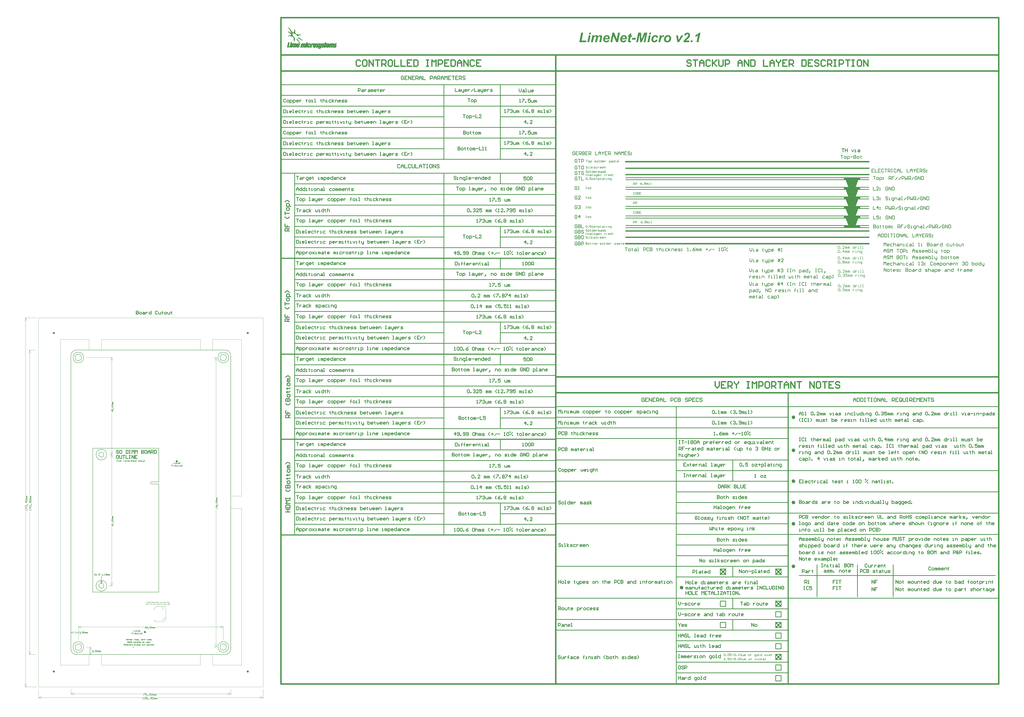
<source format=gm1>
G04*
G04 #@! TF.GenerationSoftware,Altium Limited,Altium Designer,18.1.9 (240)*
G04*
G04 Layer_Color=16711935*
%FSLAX44Y44*%
%MOMM*%
G71*
G01*
G75*
%ADD11C,0.2000*%
%ADD12C,0.2540*%
%ADD13C,0.6000*%
%ADD14C,0.3000*%
%ADD16C,0.1000*%
%ADD17C,0.1500*%
%ADD18C,0.0254*%
%ADD233C,0.4000*%
%ADD236C,0.7000*%
%ADD237C,0.5000*%
%ADD239C,0.3500*%
%ADD242C,1.0000*%
%ADD352C,0.0260*%
%ADD353C,0.1500*%
%ADD354C,0.1524*%
G36*
X3703250Y2230000D02*
X3627500D01*
Y2239750D01*
X3703250D01*
Y2230000D01*
D02*
G37*
G36*
X3682125Y2194750D02*
X3703250D01*
Y2185000D01*
X3627500D01*
Y2194750D01*
X3648375D01*
X3635250Y2229750D01*
X3695250D01*
X3682125Y2194750D01*
D02*
G37*
G36*
Y2149750D02*
X3703250D01*
Y2140000D01*
X3627500D01*
Y2149750D01*
X3648375D01*
X3635250Y2184750D01*
X3695250D01*
X3682125Y2149750D01*
D02*
G37*
G36*
Y2104750D02*
X3703250D01*
Y2095000D01*
X3627500D01*
Y2104750D01*
X3648375D01*
X3635250Y2139750D01*
X3695250D01*
X3682125Y2104750D01*
D02*
G37*
G36*
Y2059750D02*
X3703250D01*
Y2050000D01*
X3627500D01*
Y2059750D01*
X3648375D01*
X3635250Y2094750D01*
X3695250D01*
X3682125Y2059750D01*
D02*
G37*
G36*
Y2014750D02*
X3703250D01*
Y2005000D01*
X3627500D01*
Y2014750D01*
X3648375D01*
X3635250Y2049750D01*
X3695250D01*
X3682125Y2014750D01*
D02*
G37*
G36*
X2721822Y2912916D02*
X2713075D01*
X2714707Y2920847D01*
X2723513D01*
X2721822Y2912916D01*
D02*
G37*
G36*
X2439911Y2912916D02*
X2431163D01*
X2432796Y2920847D01*
X2441602D01*
X2439911Y2912916D01*
D02*
G37*
G36*
X2485283Y2909242D02*
X2485633D01*
X2485983Y2909183D01*
X2486857Y2909008D01*
X2487849Y2908775D01*
X2488840Y2908367D01*
X2489832Y2907842D01*
X2490706Y2907142D01*
X2490823Y2907025D01*
X2491056Y2906734D01*
X2491406Y2906326D01*
X2491815Y2905684D01*
X2492223Y2904868D01*
X2492573Y2903935D01*
X2492806Y2902827D01*
X2492923Y2901602D01*
Y2901544D01*
Y2901252D01*
X2492864Y2900844D01*
X2492806Y2900261D01*
X2492689Y2899444D01*
X2492514Y2898453D01*
X2492281Y2897228D01*
X2491989Y2895770D01*
X2487732Y2876000D01*
X2478985D01*
X2483183Y2895829D01*
Y2895887D01*
X2483242Y2896003D01*
Y2896178D01*
X2483300Y2896412D01*
X2483417Y2896995D01*
X2483592Y2897753D01*
X2483708Y2898453D01*
X2483825Y2899153D01*
X2483941Y2899677D01*
X2484000Y2899911D01*
Y2900027D01*
Y2900086D01*
Y2900261D01*
X2483941Y2900494D01*
X2483883Y2900786D01*
X2483650Y2901485D01*
X2483475Y2901835D01*
X2483183Y2902185D01*
X2483125Y2902243D01*
X2483008Y2902302D01*
X2482834Y2902419D01*
X2482600Y2902593D01*
X2482250Y2902768D01*
X2481784Y2902885D01*
X2481317Y2902943D01*
X2480734Y2903002D01*
X2480384D01*
X2480151Y2902943D01*
X2479568Y2902827D01*
X2478751Y2902593D01*
X2477818Y2902127D01*
X2477352Y2901894D01*
X2476827Y2901544D01*
X2476360Y2901135D01*
X2475835Y2900669D01*
X2475310Y2900144D01*
X2474844Y2899503D01*
X2474785Y2899386D01*
X2474669Y2899211D01*
X2474552Y2899036D01*
X2474377Y2898744D01*
X2474144Y2898394D01*
X2473969Y2897928D01*
X2473736Y2897461D01*
X2473503Y2896878D01*
X2473211Y2896237D01*
X2472978Y2895537D01*
X2472686Y2894720D01*
X2472395Y2893846D01*
X2472161Y2892913D01*
X2471870Y2891863D01*
X2471636Y2890696D01*
X2468546Y2876000D01*
X2459798D01*
X2463880Y2895653D01*
Y2895712D01*
X2463938Y2895829D01*
Y2895945D01*
X2463997Y2896178D01*
X2464113Y2896761D01*
X2464230Y2897461D01*
X2464346Y2898220D01*
X2464463Y2898919D01*
X2464580Y2899561D01*
Y2900027D01*
Y2900086D01*
Y2900261D01*
X2464521Y2900494D01*
X2464463Y2900786D01*
X2464346Y2901077D01*
X2464230Y2901485D01*
X2463997Y2901777D01*
X2463705Y2902127D01*
X2463647Y2902185D01*
X2463530Y2902243D01*
X2463355Y2902419D01*
X2463064Y2902593D01*
X2462714Y2902710D01*
X2462305Y2902885D01*
X2461839Y2902943D01*
X2461314Y2903002D01*
X2461081D01*
X2460789Y2902943D01*
X2460381Y2902885D01*
X2459973Y2902768D01*
X2459448Y2902652D01*
X2458923Y2902419D01*
X2458340Y2902127D01*
X2458281Y2902068D01*
X2458107Y2901952D01*
X2457815Y2901777D01*
X2457465Y2901485D01*
X2456998Y2901135D01*
X2456590Y2900727D01*
X2456124Y2900261D01*
X2455657Y2899736D01*
X2455599Y2899677D01*
X2455482Y2899444D01*
X2455249Y2899153D01*
X2454957Y2898686D01*
X2454666Y2898161D01*
X2454316Y2897520D01*
X2454024Y2896761D01*
X2453674Y2895887D01*
Y2895829D01*
X2453616Y2895653D01*
X2453499Y2895304D01*
X2453383Y2894837D01*
X2453266Y2894196D01*
X2453033Y2893321D01*
X2452916Y2892796D01*
X2452800Y2892213D01*
X2452683Y2891571D01*
X2452508Y2890871D01*
X2449359Y2876000D01*
X2440611D01*
X2447376Y2908484D01*
X2455657D01*
X2454841Y2904518D01*
X2454899Y2904576D01*
X2455074Y2904751D01*
X2455307Y2904984D01*
X2455657Y2905276D01*
X2456124Y2905626D01*
X2456649Y2906034D01*
X2457232Y2906442D01*
X2457932Y2906909D01*
X2458631Y2907375D01*
X2459448Y2907784D01*
X2461139Y2908542D01*
X2462072Y2908833D01*
X2463005Y2909125D01*
X2463997Y2909242D01*
X2464988Y2909300D01*
X2465629D01*
X2466271Y2909242D01*
X2467088Y2909125D01*
X2468021Y2908892D01*
X2468954Y2908658D01*
X2469887Y2908250D01*
X2470703Y2907726D01*
X2470820Y2907667D01*
X2470995Y2907434D01*
X2471345Y2907084D01*
X2471753Y2906617D01*
X2472161Y2906034D01*
X2472628Y2905276D01*
X2472978Y2904460D01*
X2473211Y2903468D01*
Y2903527D01*
X2473269Y2903585D01*
X2473503Y2903876D01*
X2473911Y2904343D01*
X2474436Y2904926D01*
X2475135Y2905568D01*
X2475952Y2906267D01*
X2476943Y2906967D01*
X2478051Y2907609D01*
X2478110D01*
X2478226Y2907667D01*
X2478343Y2907784D01*
X2478634Y2907900D01*
X2479218Y2908134D01*
X2480092Y2908484D01*
X2481084Y2908775D01*
X2482192Y2909067D01*
X2483417Y2909242D01*
X2484641Y2909300D01*
X2484991D01*
X2485283Y2909242D01*
D02*
G37*
G36*
X2781424Y2909242D02*
X2781949Y2909183D01*
X2782532Y2909067D01*
X2783232Y2908892D01*
X2783990Y2908658D01*
X2784806Y2908309D01*
X2781424Y2901135D01*
X2781365D01*
X2781190Y2901194D01*
X2780957Y2901310D01*
X2780666Y2901369D01*
X2780257Y2901485D01*
X2779849Y2901544D01*
X2778858Y2901602D01*
X2778449D01*
X2778041Y2901485D01*
X2777458Y2901369D01*
X2776758Y2901194D01*
X2775942Y2900844D01*
X2775125Y2900435D01*
X2774250Y2899852D01*
X2774134Y2899794D01*
X2773842Y2899561D01*
X2773434Y2899153D01*
X2772909Y2898628D01*
X2772326Y2897986D01*
X2771743Y2897170D01*
X2771101Y2896295D01*
X2770576Y2895245D01*
Y2895187D01*
X2770518Y2895129D01*
X2770460Y2894954D01*
X2770343Y2894720D01*
X2770226Y2894370D01*
X2770110Y2894021D01*
X2769935Y2893554D01*
X2769760Y2893029D01*
X2769527Y2892446D01*
X2769352Y2891746D01*
X2769119Y2891046D01*
X2768885Y2890230D01*
X2768652Y2889297D01*
X2768419Y2888305D01*
X2768185Y2887256D01*
X2767952Y2886147D01*
X2765853Y2876000D01*
X2757105D01*
X2763870Y2908484D01*
X2772093D01*
X2770751Y2902244D01*
X2770810Y2902302D01*
X2770985Y2902535D01*
X2771218Y2902885D01*
X2771568Y2903351D01*
X2771976Y2903876D01*
X2772501Y2904460D01*
X2773084Y2905101D01*
X2773726Y2905801D01*
X2774425Y2906442D01*
X2775184Y2907084D01*
X2776058Y2907667D01*
X2776933Y2908192D01*
X2777808Y2908658D01*
X2778741Y2909008D01*
X2779732Y2909242D01*
X2780724Y2909300D01*
X2781074D01*
X2781424Y2909242D01*
D02*
G37*
G36*
X2743458Y2909242D02*
X2743983Y2909183D01*
X2744508Y2909125D01*
X2745150Y2909067D01*
X2745849Y2908950D01*
X2747307Y2908542D01*
X2748824Y2908017D01*
X2749582Y2907667D01*
X2750340Y2907259D01*
X2751040Y2906792D01*
X2751681Y2906267D01*
X2751740Y2906209D01*
X2751856Y2906151D01*
X2752031Y2905976D01*
X2752206Y2905742D01*
X2752498Y2905393D01*
X2752789Y2905043D01*
X2753139Y2904635D01*
X2753489Y2904168D01*
X2754131Y2903002D01*
X2754772Y2901660D01*
X2755297Y2900086D01*
X2755472Y2899211D01*
X2755589Y2898336D01*
X2747249Y2897462D01*
Y2897520D01*
Y2897578D01*
X2747191Y2897928D01*
X2747074Y2898394D01*
X2746899Y2898978D01*
X2746666Y2899677D01*
X2746374Y2900319D01*
X2746024Y2900960D01*
X2745558Y2901485D01*
X2745500Y2901544D01*
X2745325Y2901719D01*
X2745033Y2901894D01*
X2744625Y2902185D01*
X2744100Y2902419D01*
X2743517Y2902593D01*
X2742817Y2902768D01*
X2742000Y2902827D01*
X2741592D01*
X2741067Y2902710D01*
X2740426Y2902593D01*
X2739726Y2902360D01*
X2738910Y2902010D01*
X2738035Y2901544D01*
X2737218Y2900902D01*
X2737102Y2900786D01*
X2736868Y2900552D01*
X2736460Y2900086D01*
X2735994Y2899444D01*
X2735469Y2898686D01*
X2734886Y2897695D01*
X2734361Y2896528D01*
X2733894Y2895187D01*
Y2895128D01*
X2733836Y2895012D01*
X2733777Y2894837D01*
X2733719Y2894545D01*
X2733603Y2894196D01*
X2733544Y2893787D01*
X2733311Y2892854D01*
X2733078Y2891805D01*
X2732903Y2890580D01*
X2732786Y2889355D01*
X2732728Y2888072D01*
Y2888014D01*
Y2887956D01*
Y2887606D01*
X2732786Y2887081D01*
X2732903Y2886439D01*
X2733078Y2885681D01*
X2733311Y2884923D01*
X2733661Y2884223D01*
X2734128Y2883582D01*
X2734186Y2883523D01*
X2734361Y2883348D01*
X2734711Y2883115D01*
X2735119Y2882823D01*
X2735585Y2882532D01*
X2736169Y2882299D01*
X2736868Y2882124D01*
X2737627Y2882065D01*
X2737976D01*
X2738385Y2882124D01*
X2738910Y2882240D01*
X2739551Y2882415D01*
X2740251Y2882707D01*
X2740951Y2883057D01*
X2741709Y2883582D01*
X2741826Y2883640D01*
X2742059Y2883873D01*
X2742409Y2884223D01*
X2742817Y2884748D01*
X2743342Y2885389D01*
X2743867Y2886147D01*
X2744333Y2887081D01*
X2744800Y2888189D01*
X2753314Y2886789D01*
Y2886731D01*
X2753198Y2886556D01*
X2753081Y2886264D01*
X2752906Y2885856D01*
X2752673Y2885389D01*
X2752439Y2884806D01*
X2752090Y2884223D01*
X2751740Y2883582D01*
X2750807Y2882182D01*
X2749757Y2880724D01*
X2748474Y2879324D01*
X2747774Y2878683D01*
X2747016Y2878100D01*
X2746957Y2878041D01*
X2746841Y2877983D01*
X2746608Y2877808D01*
X2746316Y2877633D01*
X2745908Y2877400D01*
X2745441Y2877167D01*
X2744916Y2876933D01*
X2744275Y2876642D01*
X2743633Y2876350D01*
X2742875Y2876117D01*
X2741301Y2875650D01*
X2739493Y2875300D01*
X2738501Y2875242D01*
X2737510Y2875184D01*
X2736927D01*
X2736460Y2875242D01*
X2735935Y2875300D01*
X2735352Y2875359D01*
X2734652Y2875475D01*
X2733953Y2875650D01*
X2732378Y2876058D01*
X2731561Y2876408D01*
X2730745Y2876758D01*
X2729929Y2877167D01*
X2729112Y2877633D01*
X2728354Y2878216D01*
X2727654Y2878858D01*
X2727596Y2878916D01*
X2727479Y2879033D01*
X2727304Y2879266D01*
X2727071Y2879557D01*
X2726838Y2879908D01*
X2726488Y2880374D01*
X2726196Y2880899D01*
X2725846Y2881541D01*
X2725496Y2882240D01*
X2725205Y2882998D01*
X2724855Y2883815D01*
X2724622Y2884748D01*
X2724388Y2885739D01*
X2724213Y2886789D01*
X2724097Y2887897D01*
X2724038Y2889063D01*
Y2889122D01*
Y2889297D01*
Y2889588D01*
X2724097Y2889997D01*
Y2890463D01*
X2724155Y2890988D01*
X2724213Y2891630D01*
X2724330Y2892329D01*
X2724563Y2893846D01*
X2724972Y2895537D01*
X2725496Y2897286D01*
X2726196Y2899094D01*
Y2899153D01*
X2726313Y2899328D01*
X2726429Y2899561D01*
X2726604Y2899852D01*
X2726838Y2900261D01*
X2727129Y2900727D01*
X2727887Y2901777D01*
X2728820Y2903002D01*
X2729929Y2904226D01*
X2731270Y2905451D01*
X2732845Y2906559D01*
X2732903Y2906617D01*
X2733019Y2906676D01*
X2733311Y2906792D01*
X2733603Y2906967D01*
X2734011Y2907201D01*
X2734536Y2907434D01*
X2735060Y2907667D01*
X2735702Y2907959D01*
X2736402Y2908192D01*
X2737160Y2908425D01*
X2738793Y2908892D01*
X2740601Y2909183D01*
X2741534Y2909300D01*
X2743109D01*
X2743458Y2909242D01*
D02*
G37*
G36*
X2567278Y2876000D02*
X2558706D01*
X2546517Y2906151D01*
X2540219Y2876000D01*
X2531646D01*
X2540977Y2920847D01*
X2549608D01*
X2561797Y2890813D01*
X2568036Y2920847D01*
X2576668D01*
X2567278Y2876000D01*
D02*
G37*
G36*
X2696279Y2876000D02*
X2687939D01*
X2695695Y2913207D01*
X2679075Y2876000D01*
X2670327D01*
X2668636Y2913441D01*
X2661579Y2876000D01*
X2653240D01*
X2662571Y2920847D01*
X2675751D01*
X2677150Y2889938D01*
X2691205Y2920847D01*
X2704443D01*
X2696279Y2876000D01*
D02*
G37*
G36*
X2649333Y2887956D02*
X2632303D01*
X2633995Y2896412D01*
X2651024D01*
X2649333Y2887956D01*
D02*
G37*
G36*
X2853797Y2876000D02*
X2846216D01*
X2839742Y2908484D01*
X2848373D01*
X2850648Y2894312D01*
Y2894254D01*
X2850706Y2894079D01*
X2850764Y2893787D01*
X2850822Y2893379D01*
X2850881Y2892913D01*
X2850939Y2892388D01*
X2851114Y2891221D01*
X2851347Y2889938D01*
X2851523Y2888655D01*
X2851581Y2888072D01*
X2851639Y2887547D01*
X2851697Y2887081D01*
X2851756Y2886672D01*
X2851814Y2886789D01*
X2851931Y2887022D01*
X2852164Y2887314D01*
X2852397Y2887839D01*
X2852805Y2888539D01*
X2853039Y2888947D01*
X2853272Y2889413D01*
X2853564Y2889997D01*
X2853913Y2890580D01*
Y2890638D01*
X2853972Y2890755D01*
X2854088Y2890930D01*
X2854205Y2891105D01*
X2854555Y2891688D01*
X2854905Y2892388D01*
X2855313Y2893146D01*
X2855663Y2893787D01*
X2855955Y2894370D01*
X2856071Y2894604D01*
X2856188Y2894779D01*
X2864294Y2908484D01*
X2873800D01*
X2853797Y2876000D01*
D02*
G37*
G36*
X2944540Y2876000D02*
X2935734D01*
X2942208Y2907025D01*
X2942149D01*
X2942091Y2906967D01*
X2941916Y2906851D01*
X2941741Y2906734D01*
X2941158Y2906384D01*
X2940399Y2905918D01*
X2939467Y2905451D01*
X2938358Y2904868D01*
X2937192Y2904343D01*
X2935851Y2903760D01*
X2935793D01*
X2935676Y2903701D01*
X2935501Y2903643D01*
X2935268Y2903527D01*
X2934568Y2903293D01*
X2933751Y2902943D01*
X2932760Y2902652D01*
X2931652Y2902302D01*
X2930544Y2901952D01*
X2929494Y2901719D01*
X2931127Y2909533D01*
X2931185D01*
X2931244Y2909592D01*
X2931418Y2909650D01*
X2931652Y2909767D01*
X2932235Y2910058D01*
X2932993Y2910408D01*
X2933926Y2910875D01*
X2935034Y2911458D01*
X2936259Y2912099D01*
X2937542Y2912857D01*
X2938942Y2913674D01*
X2940399Y2914549D01*
X2941858Y2915482D01*
X2943316Y2916473D01*
X2944774Y2917581D01*
X2946115Y2918689D01*
X2947456Y2919856D01*
X2948681Y2921080D01*
X2953988D01*
X2944540Y2876000D01*
D02*
G37*
G36*
X2916256D02*
X2907567D01*
X2909258Y2884456D01*
X2917947D01*
X2916256Y2876000D01*
D02*
G37*
G36*
X2893220Y2921022D02*
X2893745Y2920964D01*
X2894328Y2920905D01*
X2895028Y2920789D01*
X2895786Y2920672D01*
X2897361Y2920264D01*
X2898177Y2919972D01*
X2898994Y2919622D01*
X2899810Y2919214D01*
X2900568Y2918806D01*
X2901326Y2918223D01*
X2902026Y2917639D01*
X2902084Y2917581D01*
X2902201Y2917465D01*
X2902376Y2917290D01*
X2902609Y2917056D01*
X2902843Y2916707D01*
X2903192Y2916298D01*
X2903484Y2915832D01*
X2903834Y2915307D01*
X2904184Y2914724D01*
X2904475Y2914024D01*
X2905059Y2912566D01*
X2905292Y2911749D01*
X2905467Y2910875D01*
X2905583Y2910000D01*
X2905642Y2909008D01*
Y2908892D01*
Y2908542D01*
X2905583Y2908017D01*
X2905525Y2907317D01*
X2905350Y2906501D01*
X2905175Y2905626D01*
X2904884Y2904635D01*
X2904534Y2903643D01*
X2904475Y2903527D01*
X2904301Y2903177D01*
X2904067Y2902652D01*
X2903659Y2901952D01*
X2903192Y2901077D01*
X2902551Y2900144D01*
X2901793Y2899153D01*
X2900918Y2898045D01*
X2900860Y2897928D01*
X2900568Y2897636D01*
X2900102Y2897170D01*
X2899518Y2896528D01*
X2898702Y2895653D01*
X2897652Y2894662D01*
X2896428Y2893438D01*
X2894969Y2892096D01*
X2894911Y2892038D01*
X2894795Y2891921D01*
X2894561Y2891746D01*
X2894328Y2891513D01*
X2893628Y2890813D01*
X2892754Y2890055D01*
X2891879Y2889180D01*
X2890946Y2888305D01*
X2890187Y2887547D01*
X2889838Y2887197D01*
X2889546Y2886906D01*
X2889488Y2886848D01*
X2889313Y2886672D01*
X2889079Y2886381D01*
X2888730Y2886031D01*
X2888321Y2885564D01*
X2887913Y2885098D01*
X2887038Y2883990D01*
X2902609Y2883990D01*
X2900976Y2876000D01*
X2873683Y2876000D01*
Y2876058D01*
Y2876175D01*
X2873742Y2876350D01*
X2873800Y2876583D01*
X2873917Y2877167D01*
X2874091Y2877983D01*
X2874325Y2878975D01*
X2874675Y2880024D01*
X2875083Y2881132D01*
X2875608Y2882240D01*
Y2882299D01*
X2875666Y2882357D01*
X2875783Y2882532D01*
X2875899Y2882765D01*
X2876191Y2883348D01*
X2876658Y2884106D01*
X2877183Y2884923D01*
X2877824Y2885856D01*
X2878524Y2886848D01*
X2879340Y2887839D01*
Y2887897D01*
X2879457Y2887956D01*
X2879573Y2888130D01*
X2879807Y2888305D01*
X2880040Y2888597D01*
X2880390Y2888947D01*
X2880798Y2889355D01*
X2881206Y2889822D01*
X2881790Y2890405D01*
X2882373Y2890988D01*
X2883014Y2891688D01*
X2883773Y2892446D01*
X2884647Y2893263D01*
X2885522Y2894137D01*
X2886513Y2895070D01*
X2887621Y2896120D01*
X2887680Y2896178D01*
X2887796Y2896295D01*
X2888030Y2896528D01*
X2888321Y2896820D01*
X2888730Y2897170D01*
X2889138Y2897578D01*
X2890013Y2898453D01*
X2891004Y2899444D01*
X2891937Y2900377D01*
X2892754Y2901194D01*
X2893045Y2901485D01*
X2893337Y2901777D01*
X2893453Y2901894D01*
X2893687Y2902185D01*
X2894037Y2902652D01*
X2894503Y2903177D01*
X2894969Y2903818D01*
X2895436Y2904518D01*
X2895903Y2905218D01*
X2896253Y2905918D01*
X2896311Y2905976D01*
X2896369Y2906209D01*
X2896486Y2906559D01*
X2896661Y2906967D01*
X2896836Y2907434D01*
X2896953Y2907959D01*
X2897011Y2908542D01*
X2897069Y2909067D01*
Y2909183D01*
Y2909475D01*
X2897011Y2909883D01*
X2896894Y2910408D01*
X2896719Y2910991D01*
X2896486Y2911574D01*
X2896194Y2912158D01*
X2895728Y2912741D01*
X2895669Y2912799D01*
X2895494Y2912974D01*
X2895203Y2913207D01*
X2894795Y2913499D01*
X2894328Y2913732D01*
X2893745Y2913965D01*
X2893103Y2914141D01*
X2892345Y2914199D01*
X2891996D01*
X2891587Y2914141D01*
X2891121Y2914024D01*
X2890537Y2913791D01*
X2889896Y2913499D01*
X2889254Y2913091D01*
X2888671Y2912566D01*
X2888613Y2912508D01*
X2888438Y2912274D01*
X2888146Y2911866D01*
X2887796Y2911283D01*
X2887447Y2910466D01*
X2887097Y2909533D01*
X2886689Y2908309D01*
X2886572Y2907667D01*
X2886397Y2906909D01*
X2877824Y2908192D01*
Y2908250D01*
X2877882Y2908484D01*
X2877941Y2908775D01*
X2878057Y2909242D01*
X2878174Y2909767D01*
X2878349Y2910350D01*
X2878524Y2910991D01*
X2878815Y2911749D01*
X2879457Y2913266D01*
X2880273Y2914840D01*
X2880740Y2915657D01*
X2881323Y2916415D01*
X2881906Y2917115D01*
X2882606Y2917756D01*
X2882664Y2917815D01*
X2882781Y2917873D01*
X2883014Y2918048D01*
X2883306Y2918281D01*
X2883656Y2918514D01*
X2884122Y2918806D01*
X2884647Y2919098D01*
X2885230Y2919447D01*
X2885930Y2919739D01*
X2886630Y2920031D01*
X2887447Y2920322D01*
X2888263Y2920555D01*
X2889196Y2920789D01*
X2890129Y2920964D01*
X2891121Y2921022D01*
X2892170Y2921080D01*
X2892754D01*
X2893220Y2921022D01*
D02*
G37*
G36*
X2714124Y2876000D02*
X2705377D01*
X2712141Y2908484D01*
X2720889D01*
X2714124Y2876000D01*
D02*
G37*
G36*
X2432213Y2876000D02*
X2423465D01*
X2430230Y2908484D01*
X2438978D01*
X2432213Y2876000D01*
D02*
G37*
G36*
X2396289Y2883465D02*
X2419150D01*
X2417575Y2876000D01*
X2385500D01*
X2394831Y2920847D01*
X2404104D01*
X2396289Y2883465D01*
D02*
G37*
G36*
X2802827Y2909242D02*
X2803468Y2909183D01*
X2804168Y2909067D01*
X2804926Y2908950D01*
X2805742Y2908775D01*
X2806617Y2908600D01*
X2807550Y2908309D01*
X2808483Y2908017D01*
X2809417Y2907609D01*
X2810350Y2907142D01*
X2811224Y2906617D01*
X2812099Y2905976D01*
X2812857Y2905276D01*
X2812916Y2905218D01*
X2813032Y2905101D01*
X2813207Y2904868D01*
X2813499Y2904576D01*
X2813790Y2904168D01*
X2814140Y2903643D01*
X2814549Y2903118D01*
X2814898Y2902477D01*
X2815307Y2901719D01*
X2815657Y2900902D01*
X2816006Y2900027D01*
X2816298Y2899094D01*
X2816590Y2898103D01*
X2816765Y2896995D01*
X2816881Y2895829D01*
X2816940Y2894604D01*
Y2894487D01*
Y2894254D01*
X2816881Y2893846D01*
Y2893263D01*
X2816765Y2892563D01*
X2816648Y2891805D01*
X2816531Y2890871D01*
X2816298Y2889938D01*
X2816065Y2888889D01*
X2815715Y2887780D01*
X2815307Y2886614D01*
X2814782Y2885506D01*
X2814199Y2884281D01*
X2813557Y2883174D01*
X2812741Y2882007D01*
X2811866Y2880899D01*
X2811808Y2880840D01*
X2811633Y2880666D01*
X2811341Y2880374D01*
X2810933Y2880024D01*
X2810466Y2879557D01*
X2809825Y2879091D01*
X2809125Y2878566D01*
X2808308Y2878041D01*
X2807375Y2877516D01*
X2806384Y2876992D01*
X2805276Y2876525D01*
X2804051Y2876058D01*
X2802768Y2875709D01*
X2801369Y2875417D01*
X2799911Y2875242D01*
X2798336Y2875184D01*
X2797870D01*
X2797578Y2875242D01*
X2797169D01*
X2796703Y2875300D01*
X2795595Y2875417D01*
X2794370Y2875650D01*
X2792971Y2875942D01*
X2791629Y2876408D01*
X2790230Y2876992D01*
X2790172D01*
X2790055Y2877108D01*
X2789880Y2877167D01*
X2789647Y2877342D01*
X2789005Y2877750D01*
X2788247Y2878333D01*
X2787372Y2879091D01*
X2786497Y2879966D01*
X2785681Y2881016D01*
X2784923Y2882182D01*
Y2882240D01*
X2784865Y2882357D01*
X2784748Y2882532D01*
X2784690Y2882765D01*
X2784514Y2883115D01*
X2784398Y2883465D01*
X2784106Y2884340D01*
X2783756Y2885448D01*
X2783523Y2886672D01*
X2783290Y2888014D01*
X2783232Y2889472D01*
Y2889588D01*
Y2889880D01*
X2783290Y2890346D01*
Y2890988D01*
X2783406Y2891746D01*
X2783523Y2892621D01*
X2783640Y2893612D01*
X2783873Y2894662D01*
X2784165Y2895770D01*
X2784456Y2896937D01*
X2784865Y2898161D01*
X2785389Y2899386D01*
X2785973Y2900552D01*
X2786614Y2901719D01*
X2787430Y2902827D01*
X2788305Y2903876D01*
X2788364Y2903935D01*
X2788539Y2904110D01*
X2788830Y2904401D01*
X2789238Y2904751D01*
X2789763Y2905159D01*
X2790346Y2905568D01*
X2791046Y2906093D01*
X2791863Y2906617D01*
X2792796Y2907084D01*
X2793787Y2907609D01*
X2794895Y2908017D01*
X2796062Y2908484D01*
X2797345Y2908775D01*
X2798686Y2909067D01*
X2800144Y2909242D01*
X2801660Y2909300D01*
X2802360D01*
X2802827Y2909242D01*
D02*
G37*
G36*
X2628046Y2908484D02*
X2633412D01*
X2632070Y2901952D01*
X2626705D01*
X2623789Y2888305D01*
Y2888247D01*
X2623731Y2888130D01*
Y2887956D01*
X2623672Y2887722D01*
X2623556Y2887081D01*
X2623439Y2886381D01*
X2623264Y2885623D01*
X2623148Y2884981D01*
X2623089Y2884398D01*
X2623031Y2884223D01*
Y2884106D01*
Y2884048D01*
Y2883932D01*
X2623089Y2883756D01*
Y2883523D01*
X2623322Y2882998D01*
X2623439Y2882707D01*
X2623672Y2882473D01*
X2623731D01*
X2623789Y2882415D01*
X2623964Y2882299D01*
X2624197Y2882240D01*
X2624547Y2882124D01*
X2624955Y2882007D01*
X2625422Y2881949D01*
X2626297D01*
X2626588Y2882007D01*
X2626996D01*
X2627463Y2882065D01*
X2628105Y2882124D01*
X2628921Y2882182D01*
X2627521Y2875650D01*
X2627405D01*
X2627113Y2875592D01*
X2626705Y2875534D01*
X2626064Y2875417D01*
X2625363Y2875359D01*
X2624605Y2875242D01*
X2623731Y2875184D01*
X2622448D01*
X2622098Y2875242D01*
X2621748D01*
X2621281Y2875300D01*
X2620290Y2875417D01*
X2619182Y2875592D01*
X2618074Y2875942D01*
X2617024Y2876350D01*
X2616558Y2876642D01*
X2616149Y2876933D01*
X2616033Y2876992D01*
X2615799Y2877283D01*
X2615508Y2877691D01*
X2615099Y2878216D01*
X2614691Y2878974D01*
X2614400Y2879791D01*
X2614167Y2880840D01*
X2614050Y2881949D01*
Y2882007D01*
Y2882299D01*
X2614108Y2882707D01*
X2614167Y2882998D01*
Y2883407D01*
X2614225Y2883815D01*
X2614341Y2884340D01*
X2614400Y2884865D01*
X2614516Y2885506D01*
X2614633Y2886264D01*
X2614808Y2887022D01*
X2614983Y2887897D01*
X2615158Y2888889D01*
X2617957Y2901952D01*
X2613642D01*
X2614983Y2908484D01*
X2619240D01*
X2620348Y2913674D01*
X2630321Y2919739D01*
X2628046Y2908484D01*
D02*
G37*
G36*
X2596788Y2909242D02*
X2597313Y2909183D01*
X2597837Y2909125D01*
X2598537Y2909008D01*
X2599237Y2908833D01*
X2600695Y2908367D01*
X2601512Y2908075D01*
X2602270Y2907726D01*
X2603086Y2907317D01*
X2603844Y2906792D01*
X2604544Y2906209D01*
X2605244Y2905568D01*
X2605302Y2905509D01*
X2605419Y2905393D01*
X2605594Y2905159D01*
X2605827Y2904868D01*
X2606060Y2904518D01*
X2606352Y2904051D01*
X2606702Y2903527D01*
X2607052Y2902885D01*
X2607343Y2902185D01*
X2607693Y2901427D01*
X2607985Y2900611D01*
X2608276Y2899677D01*
X2608451Y2898686D01*
X2608626Y2897578D01*
X2608743Y2896470D01*
X2608801Y2895245D01*
Y2895187D01*
Y2895128D01*
Y2894954D01*
Y2894720D01*
X2608743Y2894079D01*
Y2893321D01*
X2608626Y2892446D01*
X2608510Y2891454D01*
X2608393Y2890522D01*
X2608160Y2889530D01*
X2586174Y2889530D01*
Y2889472D01*
Y2889238D01*
X2586115Y2888947D01*
Y2888714D01*
Y2888655D01*
Y2888597D01*
Y2888422D01*
X2586174Y2888189D01*
X2586232Y2887606D01*
X2586349Y2886848D01*
X2586582Y2885973D01*
X2586932Y2885098D01*
X2587340Y2884281D01*
X2587982Y2883465D01*
X2588040Y2883407D01*
X2588332Y2883173D01*
X2588740Y2882823D01*
X2589265Y2882473D01*
X2589906Y2882124D01*
X2590664Y2881774D01*
X2591539Y2881541D01*
X2592472Y2881482D01*
X2592647D01*
X2592880Y2881541D01*
X2593172D01*
X2593580Y2881599D01*
X2593988Y2881715D01*
X2594980Y2882065D01*
X2595504Y2882299D01*
X2596088Y2882590D01*
X2596671Y2882940D01*
X2597196Y2883407D01*
X2597779Y2883932D01*
X2598362Y2884515D01*
X2598887Y2885215D01*
X2599354Y2886031D01*
X2607227Y2884690D01*
Y2884631D01*
X2607110Y2884456D01*
X2606993Y2884223D01*
X2606819Y2883932D01*
X2606585Y2883523D01*
X2606294Y2883057D01*
X2605594Y2882007D01*
X2604719Y2880840D01*
X2603611Y2879674D01*
X2602444Y2878508D01*
X2601045Y2877516D01*
X2600987D01*
X2600870Y2877400D01*
X2600637Y2877283D01*
X2600345Y2877166D01*
X2599995Y2876992D01*
X2599587Y2876758D01*
X2599062Y2876583D01*
X2598537Y2876350D01*
X2597254Y2875942D01*
X2595796Y2875534D01*
X2594221Y2875300D01*
X2592472Y2875184D01*
X2591831D01*
X2591364Y2875242D01*
X2590839Y2875300D01*
X2590197Y2875417D01*
X2589439Y2875534D01*
X2588681Y2875709D01*
X2587865Y2875942D01*
X2586990Y2876175D01*
X2586057Y2876525D01*
X2585182Y2876933D01*
X2584308Y2877400D01*
X2583433Y2877983D01*
X2582616Y2878625D01*
X2581800Y2879324D01*
X2581742Y2879383D01*
X2581625Y2879499D01*
X2581450Y2879732D01*
X2581158Y2880082D01*
X2580867Y2880491D01*
X2580517Y2881016D01*
X2580167Y2881599D01*
X2579759Y2882240D01*
X2579409Y2882998D01*
X2579001Y2883815D01*
X2578651Y2884748D01*
X2578359Y2885681D01*
X2578067Y2886731D01*
X2577892Y2887839D01*
X2577776Y2889063D01*
X2577718Y2890288D01*
Y2890346D01*
Y2890580D01*
Y2890930D01*
X2577776Y2891396D01*
X2577834Y2891979D01*
X2577892Y2892679D01*
X2578009Y2893438D01*
X2578184Y2894312D01*
X2578359Y2895187D01*
X2578592Y2896178D01*
X2578942Y2897170D01*
X2579292Y2898161D01*
X2579700Y2899211D01*
X2580167Y2900202D01*
X2580750Y2901252D01*
X2581392Y2902243D01*
X2581450Y2902302D01*
X2581625Y2902535D01*
X2581917Y2902885D01*
X2582325Y2903351D01*
X2582849Y2903876D01*
X2583491Y2904460D01*
X2584191Y2905101D01*
X2585066Y2905801D01*
X2586057Y2906442D01*
X2587107Y2907084D01*
X2588273Y2907667D01*
X2589615Y2908192D01*
X2590956Y2908658D01*
X2592472Y2909008D01*
X2594105Y2909242D01*
X2595796Y2909300D01*
X2596379D01*
X2596788Y2909242D01*
D02*
G37*
G36*
X2516716D02*
X2517241Y2909183D01*
X2517766Y2909125D01*
X2518466Y2909008D01*
X2519166Y2908833D01*
X2520624Y2908367D01*
X2521440Y2908075D01*
X2522198Y2907726D01*
X2523015Y2907317D01*
X2523773Y2906792D01*
X2524473Y2906209D01*
X2525173Y2905568D01*
X2525231Y2905509D01*
X2525348Y2905392D01*
X2525522Y2905159D01*
X2525756Y2904868D01*
X2525989Y2904518D01*
X2526281Y2904051D01*
X2526631Y2903527D01*
X2526980Y2902885D01*
X2527272Y2902185D01*
X2527622Y2901427D01*
X2527914Y2900610D01*
X2528205Y2899677D01*
X2528380Y2898686D01*
X2528555Y2897578D01*
X2528672Y2896470D01*
X2528730Y2895245D01*
Y2895187D01*
Y2895128D01*
Y2894954D01*
Y2894720D01*
X2528672Y2894079D01*
Y2893321D01*
X2528555Y2892446D01*
X2528439Y2891454D01*
X2528322Y2890522D01*
X2528089Y2889530D01*
X2506102D01*
Y2889472D01*
Y2889238D01*
X2506044Y2888947D01*
Y2888714D01*
Y2888655D01*
Y2888597D01*
Y2888422D01*
X2506102Y2888189D01*
X2506161Y2887606D01*
X2506277Y2886848D01*
X2506511Y2885973D01*
X2506861Y2885098D01*
X2507269Y2884281D01*
X2507910Y2883465D01*
X2507969Y2883407D01*
X2508260Y2883173D01*
X2508669Y2882823D01*
X2509193Y2882473D01*
X2509835Y2882124D01*
X2510593Y2881774D01*
X2511468Y2881541D01*
X2512401Y2881482D01*
X2512576D01*
X2512809Y2881541D01*
X2513101D01*
X2513509Y2881599D01*
X2513917Y2881715D01*
X2514909Y2882065D01*
X2515434Y2882299D01*
X2516017Y2882590D01*
X2516600Y2882940D01*
X2517125Y2883407D01*
X2517708Y2883932D01*
X2518291Y2884515D01*
X2518816Y2885215D01*
X2519283Y2886031D01*
X2527155Y2884690D01*
Y2884631D01*
X2527039Y2884456D01*
X2526922Y2884223D01*
X2526747Y2883932D01*
X2526514Y2883523D01*
X2526222Y2883057D01*
X2525522Y2882007D01*
X2524648Y2880840D01*
X2523540Y2879674D01*
X2522373Y2878508D01*
X2520974Y2877516D01*
X2520915D01*
X2520799Y2877400D01*
X2520565Y2877283D01*
X2520274Y2877166D01*
X2519924Y2876992D01*
X2519516Y2876758D01*
X2518991Y2876583D01*
X2518466Y2876350D01*
X2517183Y2875942D01*
X2515725Y2875534D01*
X2514150Y2875300D01*
X2512401Y2875184D01*
X2511759D01*
X2511293Y2875242D01*
X2510768Y2875300D01*
X2510126Y2875417D01*
X2509368Y2875534D01*
X2508610Y2875709D01*
X2507794Y2875942D01*
X2506919Y2876175D01*
X2505986Y2876525D01*
X2505111Y2876933D01*
X2504236Y2877400D01*
X2503362Y2877983D01*
X2502545Y2878625D01*
X2501729Y2879324D01*
X2501670Y2879383D01*
X2501554Y2879499D01*
X2501379Y2879732D01*
X2501087Y2880082D01*
X2500795Y2880491D01*
X2500446Y2881016D01*
X2500096Y2881599D01*
X2499688Y2882240D01*
X2499338Y2882998D01*
X2498929Y2883815D01*
X2498579Y2884748D01*
X2498288Y2885681D01*
X2497996Y2886731D01*
X2497821Y2887839D01*
X2497705Y2889063D01*
X2497646Y2890288D01*
Y2890346D01*
Y2890580D01*
Y2890930D01*
X2497705Y2891396D01*
X2497763Y2891979D01*
X2497821Y2892679D01*
X2497938Y2893438D01*
X2498113Y2894312D01*
X2498288Y2895187D01*
X2498521Y2896178D01*
X2498871Y2897170D01*
X2499221Y2898161D01*
X2499629Y2899211D01*
X2500096Y2900202D01*
X2500679Y2901252D01*
X2501320Y2902243D01*
X2501379Y2902302D01*
X2501554Y2902535D01*
X2501845Y2902885D01*
X2502254Y2903351D01*
X2502778Y2903876D01*
X2503420Y2904460D01*
X2504120Y2905101D01*
X2504995Y2905801D01*
X2505986Y2906442D01*
X2507036Y2907084D01*
X2508202Y2907667D01*
X2509543Y2908192D01*
X2510885Y2908658D01*
X2512401Y2909008D01*
X2514034Y2909242D01*
X2515725Y2909300D01*
X2516308D01*
X2516716Y2909242D01*
D02*
G37*
%LPC*%
G36*
X2801718Y2902710D02*
X2801252D01*
X2800727Y2902593D01*
X2800027Y2902477D01*
X2799211Y2902244D01*
X2798394Y2901952D01*
X2797520Y2901485D01*
X2796645Y2900902D01*
X2796528Y2900844D01*
X2796295Y2900552D01*
X2795887Y2900144D01*
X2795362Y2899619D01*
X2794837Y2898861D01*
X2794254Y2897986D01*
X2793729Y2896937D01*
X2793204Y2895770D01*
Y2895712D01*
X2793146Y2895595D01*
X2793087Y2895420D01*
X2793029Y2895187D01*
X2792854Y2894546D01*
X2792621Y2893729D01*
X2792387Y2892738D01*
X2792213Y2891688D01*
X2792096Y2890638D01*
X2792038Y2889530D01*
Y2889472D01*
Y2889355D01*
Y2889180D01*
X2792096Y2888947D01*
X2792154Y2888305D01*
X2792271Y2887547D01*
X2792504Y2886614D01*
X2792854Y2885739D01*
X2793262Y2884806D01*
X2793904Y2883990D01*
X2794020Y2883932D01*
X2794254Y2883698D01*
X2794662Y2883348D01*
X2795245Y2882998D01*
X2795945Y2882590D01*
X2796761Y2882299D01*
X2797636Y2882065D01*
X2798686Y2881949D01*
X2799036D01*
X2799269Y2882007D01*
X2799969Y2882124D01*
X2800786Y2882357D01*
X2801777Y2882707D01*
X2802768Y2883232D01*
X2803293Y2883582D01*
X2803818Y2884048D01*
X2804284Y2884515D01*
X2804751Y2885040D01*
X2804809Y2885098D01*
X2804926Y2885215D01*
X2805101Y2885506D01*
X2805276Y2885798D01*
X2805568Y2886264D01*
X2805859Y2886789D01*
X2806151Y2887372D01*
X2806501Y2888014D01*
X2806851Y2888772D01*
X2807142Y2889588D01*
X2807434Y2890463D01*
X2807725Y2891396D01*
X2807900Y2892446D01*
X2808075Y2893496D01*
X2808192Y2894604D01*
X2808250Y2895770D01*
Y2895829D01*
Y2895887D01*
Y2896062D01*
Y2896295D01*
X2808134Y2896878D01*
X2808017Y2897578D01*
X2807784Y2898394D01*
X2807492Y2899211D01*
X2807025Y2900027D01*
X2806384Y2900786D01*
X2806326Y2900844D01*
X2806034Y2901077D01*
X2805684Y2901369D01*
X2805101Y2901777D01*
X2804460Y2902127D01*
X2803643Y2902419D01*
X2802768Y2902652D01*
X2801718Y2902710D01*
D02*
G37*
G36*
X2594863Y2903002D02*
X2594746D01*
X2594397Y2902943D01*
X2593872Y2902885D01*
X2593230Y2902768D01*
X2592472Y2902477D01*
X2591656Y2902127D01*
X2590781Y2901602D01*
X2589964Y2900902D01*
X2589848Y2900786D01*
X2589615Y2900552D01*
X2589265Y2900027D01*
X2588798Y2899386D01*
X2588332Y2898569D01*
X2587807Y2897520D01*
X2587398Y2896295D01*
X2587048Y2894895D01*
X2600811D01*
Y2895012D01*
Y2895187D01*
Y2895479D01*
Y2895770D01*
Y2895829D01*
Y2895945D01*
Y2896120D01*
Y2896353D01*
X2600753Y2896995D01*
X2600637Y2897811D01*
X2600403Y2898686D01*
X2600112Y2899561D01*
X2599703Y2900435D01*
X2599179Y2901194D01*
X2599120Y2901252D01*
X2598887Y2901485D01*
X2598537Y2901777D01*
X2598012Y2902127D01*
X2597429Y2902419D01*
X2596671Y2902710D01*
X2595796Y2902943D01*
X2594863Y2903002D01*
D02*
G37*
G36*
X2514792D02*
X2514675D01*
X2514325Y2902943D01*
X2513801Y2902885D01*
X2513159Y2902768D01*
X2512401Y2902477D01*
X2511584Y2902127D01*
X2510710Y2901602D01*
X2509893Y2900902D01*
X2509777Y2900786D01*
X2509543Y2900552D01*
X2509193Y2900027D01*
X2508727Y2899386D01*
X2508260Y2898569D01*
X2507735Y2897520D01*
X2507327Y2896295D01*
X2506977Y2894895D01*
X2520740D01*
Y2895012D01*
Y2895187D01*
Y2895479D01*
Y2895770D01*
Y2895829D01*
Y2895945D01*
Y2896120D01*
Y2896353D01*
X2520682Y2896995D01*
X2520565Y2897811D01*
X2520332Y2898686D01*
X2520041Y2899561D01*
X2519632Y2900435D01*
X2519108Y2901194D01*
X2519049Y2901252D01*
X2518816Y2901485D01*
X2518466Y2901777D01*
X2517941Y2902127D01*
X2517358Y2902419D01*
X2516600Y2902710D01*
X2515725Y2902943D01*
X2514792Y2903002D01*
D02*
G37*
%LPD*%
D11*
X154500Y938750D02*
G03*
X154500Y938750I-11500J0D01*
G01*
X168000D02*
G03*
X168000Y938750I-25000J0D01*
G01*
X168000Y322750D02*
G03*
X168000Y322750I-25000J0D01*
G01*
X154500D02*
G03*
X154500Y322750I-11500J0D01*
G01*
X50000Y34600D02*
G03*
X50000Y34600I-15000J0D01*
G01*
X60000D02*
G03*
X60000Y34600I-25000J0D01*
G01*
X740000Y35000D02*
G03*
X740000Y35000I-25000J0D01*
G01*
Y1395000D02*
G03*
X740000Y1395000I-25000J0D01*
G01*
X60000Y1395000D02*
G03*
X60000Y1395000I-25000J0D01*
G01*
X730000Y35000D02*
G03*
X730000Y35000I-15000J0D01*
G01*
Y1395000D02*
G03*
X730000Y1395000I-15000J0D01*
G01*
X50000Y1395000D02*
G03*
X50000Y1395000I-15000J0D01*
G01*
X3599750Y1866522D02*
X3601749Y1868522D01*
X3605748D01*
X3607747Y1866522D01*
Y1858525D01*
X3605748Y1856525D01*
X3601749D01*
X3599750Y1858525D01*
Y1866522D01*
X3611746Y1856525D02*
Y1858525D01*
X3613745D01*
Y1856525D01*
X3611746D01*
X3627741D02*
Y1868522D01*
X3621743Y1862523D01*
X3629740D01*
X3633739Y1856525D02*
Y1864523D01*
X3635739D01*
X3637738Y1862523D01*
Y1856525D01*
Y1862523D01*
X3639737Y1864523D01*
X3641736Y1862523D01*
Y1856525D01*
X3645735D02*
Y1864523D01*
X3647734D01*
X3649734Y1862523D01*
Y1856525D01*
Y1862523D01*
X3651733Y1864523D01*
X3653733Y1862523D01*
Y1856525D01*
X3677725Y1868522D02*
Y1856525D01*
X3671727D01*
X3669727Y1858525D01*
Y1862523D01*
X3671727Y1864523D01*
X3677725D01*
X3681724D02*
Y1856525D01*
Y1860524D01*
X3683723Y1862523D01*
X3685722Y1864523D01*
X3687722D01*
X3693719Y1856525D02*
X3697718D01*
X3695719D01*
Y1864523D01*
X3693719D01*
X3703716Y1856525D02*
X3707715D01*
X3705716D01*
Y1868522D01*
X3703716D01*
X3713713Y1856525D02*
X3717712D01*
X3715713D01*
Y1868522D01*
X3713713D01*
X3599750Y1847327D02*
X3601749Y1849326D01*
X3605748D01*
X3607747Y1847327D01*
Y1839329D01*
X3605748Y1837330D01*
X3601749D01*
X3599750Y1839329D01*
Y1847327D01*
X3611746Y1837330D02*
Y1839329D01*
X3613745D01*
Y1837330D01*
X3611746D01*
X3621743Y1847327D02*
X3623742Y1849326D01*
X3627741D01*
X3629740Y1847327D01*
Y1845327D01*
X3627741Y1843328D01*
X3629740Y1841329D01*
Y1839329D01*
X3627741Y1837330D01*
X3623742D01*
X3621743Y1839329D01*
Y1841329D01*
X3623742Y1843328D01*
X3621743Y1845327D01*
Y1847327D01*
X3623742Y1843328D02*
X3627741D01*
X3633739Y1837330D02*
Y1845327D01*
X3635739D01*
X3637738Y1843328D01*
Y1837330D01*
Y1843328D01*
X3639737Y1845327D01*
X3641736Y1843328D01*
Y1837330D01*
X3645735D02*
Y1845327D01*
X3647734D01*
X3649734Y1843328D01*
Y1837330D01*
Y1843328D01*
X3651733Y1845327D01*
X3653733Y1843328D01*
Y1837330D01*
X3669727Y1845327D02*
Y1837330D01*
Y1841329D01*
X3671727Y1843328D01*
X3673726Y1845327D01*
X3675725D01*
X3681724Y1837330D02*
X3685722D01*
X3683723D01*
Y1845327D01*
X3681724D01*
X3691720Y1837330D02*
Y1845327D01*
X3697718D01*
X3699718Y1843328D01*
Y1837330D01*
X3707715Y1833331D02*
X3709714D01*
X3711714Y1835331D01*
Y1845327D01*
X3705716D01*
X3703716Y1843328D01*
Y1839329D01*
X3705716Y1837330D01*
X3711714D01*
X3600750Y1735732D02*
X3602749Y1737731D01*
X3606748D01*
X3608747Y1735732D01*
Y1727734D01*
X3606748Y1725735D01*
X3602749D01*
X3600750Y1727734D01*
Y1735732D01*
X3612746Y1725735D02*
Y1727734D01*
X3614745D01*
Y1725735D01*
X3612746D01*
X3630740D02*
X3622743D01*
X3630740Y1733732D01*
Y1735732D01*
X3628741Y1737731D01*
X3624742D01*
X3622743Y1735732D01*
X3634739Y1725735D02*
Y1733732D01*
X3636738D01*
X3638738Y1731733D01*
Y1725735D01*
Y1731733D01*
X3640737Y1733732D01*
X3642737Y1731733D01*
Y1725735D01*
X3646735D02*
Y1733732D01*
X3648734D01*
X3650734Y1731733D01*
Y1725735D01*
Y1731733D01*
X3652733Y1733732D01*
X3654733Y1731733D01*
Y1725735D01*
X3678725Y1737731D02*
Y1725735D01*
X3672727D01*
X3670728Y1727734D01*
Y1731733D01*
X3672727Y1733732D01*
X3678725D01*
X3682723D02*
Y1725735D01*
Y1729733D01*
X3684723Y1731733D01*
X3686722Y1733732D01*
X3688722D01*
X3694720Y1725735D02*
X3698718D01*
X3696719D01*
Y1733732D01*
X3694720D01*
X3704716Y1725735D02*
X3708715D01*
X3706716D01*
Y1737731D01*
X3704716D01*
X3714713Y1725735D02*
X3718712D01*
X3716713D01*
Y1737731D01*
X3714713D01*
X3600750Y1716536D02*
X3602749Y1718536D01*
X3606748D01*
X3608747Y1716536D01*
Y1708539D01*
X3606748Y1706539D01*
X3602749D01*
X3600750Y1708539D01*
Y1716536D01*
X3612746Y1706539D02*
Y1708539D01*
X3614745D01*
Y1706539D01*
X3612746D01*
X3630740Y1718536D02*
X3622743D01*
Y1712538D01*
X3626742Y1714537D01*
X3628741D01*
X3630740Y1712538D01*
Y1708539D01*
X3628741Y1706539D01*
X3624742D01*
X3622743Y1708539D01*
X3634739Y1706539D02*
Y1714537D01*
X3636738D01*
X3638738Y1712538D01*
Y1706539D01*
Y1712538D01*
X3640737Y1714537D01*
X3642737Y1712538D01*
Y1706539D01*
X3646735D02*
Y1714537D01*
X3648734D01*
X3650734Y1712538D01*
Y1706539D01*
Y1712538D01*
X3652733Y1714537D01*
X3654733Y1712538D01*
Y1706539D01*
X3670728Y1714537D02*
Y1706539D01*
Y1710538D01*
X3672727Y1712538D01*
X3674726Y1714537D01*
X3676725D01*
X3682723Y1706539D02*
X3686722D01*
X3684723D01*
Y1714537D01*
X3682723D01*
X3692720Y1706539D02*
Y1714537D01*
X3698718D01*
X3700718Y1712538D01*
Y1706539D01*
X3708715Y1702541D02*
X3710714D01*
X3712714Y1704540D01*
Y1714537D01*
X3706716D01*
X3704716Y1712538D01*
Y1708539D01*
X3706716Y1706539D01*
X3712714D01*
X3600750Y1804232D02*
X3602749Y1806231D01*
X3606748D01*
X3608747Y1804232D01*
Y1796234D01*
X3606748Y1794235D01*
X3602749D01*
X3600750Y1796234D01*
Y1804232D01*
X3612746Y1794235D02*
Y1796234D01*
X3614745D01*
Y1794235D01*
X3612746D01*
X3630740D02*
X3622743D01*
X3630740Y1802232D01*
Y1804232D01*
X3628741Y1806231D01*
X3624742D01*
X3622743Y1804232D01*
X3634739Y1794235D02*
Y1802232D01*
X3636738D01*
X3638738Y1800233D01*
Y1794235D01*
Y1800233D01*
X3640737Y1802232D01*
X3642737Y1800233D01*
Y1794235D01*
X3646735D02*
Y1802232D01*
X3648734D01*
X3650734Y1800233D01*
Y1794235D01*
Y1800233D01*
X3652733Y1802232D01*
X3654733Y1800233D01*
Y1794235D01*
X3678725Y1806231D02*
Y1794235D01*
X3672727D01*
X3670728Y1796234D01*
Y1800233D01*
X3672727Y1802232D01*
X3678725D01*
X3682723D02*
Y1794235D01*
Y1798233D01*
X3684723Y1800233D01*
X3686722Y1802232D01*
X3688722D01*
X3694720Y1794235D02*
X3698718D01*
X3696719D01*
Y1802232D01*
X3694720D01*
X3704716Y1794235D02*
X3708715D01*
X3706716D01*
Y1806231D01*
X3704716D01*
X3714713Y1794235D02*
X3718712D01*
X3716713D01*
Y1806231D01*
X3714713D01*
X3600750Y1785036D02*
X3602749Y1787036D01*
X3606748D01*
X3608747Y1785036D01*
Y1777039D01*
X3606748Y1775040D01*
X3602749D01*
X3600750Y1777039D01*
Y1785036D01*
X3612746Y1775040D02*
Y1777039D01*
X3614745D01*
Y1775040D01*
X3612746D01*
X3622743Y1785036D02*
X3624742Y1787036D01*
X3628741D01*
X3630740Y1785036D01*
Y1783037D01*
X3628741Y1781038D01*
X3626742D01*
X3628741D01*
X3630740Y1779038D01*
Y1777039D01*
X3628741Y1775040D01*
X3624742D01*
X3622743Y1777039D01*
X3642737Y1787036D02*
X3634739D01*
Y1781038D01*
X3638738Y1783037D01*
X3640737D01*
X3642737Y1781038D01*
Y1777039D01*
X3640737Y1775040D01*
X3636738D01*
X3634739Y1777039D01*
X3646735Y1775040D02*
Y1783037D01*
X3648734D01*
X3650734Y1781038D01*
Y1775040D01*
Y1781038D01*
X3652733Y1783037D01*
X3654733Y1781038D01*
Y1775040D01*
X3658731D02*
Y1783037D01*
X3660731D01*
X3662730Y1781038D01*
Y1775040D01*
Y1781038D01*
X3664729Y1783037D01*
X3666729Y1781038D01*
Y1775040D01*
X3682723Y1783037D02*
Y1775040D01*
Y1779038D01*
X3684723Y1781038D01*
X3686722Y1783037D01*
X3688722D01*
X3694720Y1775040D02*
X3698718D01*
X3696719D01*
Y1783037D01*
X3694720D01*
X3704716Y1775040D02*
Y1783037D01*
X3710714D01*
X3712714Y1781038D01*
Y1775040D01*
X3720711Y1771041D02*
X3722711D01*
X3724710Y1773040D01*
Y1783037D01*
X3718712D01*
X3716713Y1781038D01*
Y1777039D01*
X3718712Y1775040D01*
X3724710D01*
X3599750Y1916522D02*
X3601749Y1918522D01*
X3605748D01*
X3607747Y1916522D01*
Y1908525D01*
X3605748Y1906525D01*
X3601749D01*
X3599750Y1908525D01*
Y1916522D01*
X3611746Y1906525D02*
Y1908525D01*
X3613745D01*
Y1906525D01*
X3611746D01*
X3629740D02*
X3621743D01*
X3629740Y1914523D01*
Y1916522D01*
X3627741Y1918522D01*
X3623742D01*
X3621743Y1916522D01*
X3633739Y1906525D02*
Y1914523D01*
X3635739D01*
X3637738Y1912523D01*
Y1906525D01*
Y1912523D01*
X3639737Y1914523D01*
X3641736Y1912523D01*
Y1906525D01*
X3645735D02*
Y1914523D01*
X3647734D01*
X3649734Y1912523D01*
Y1906525D01*
Y1912523D01*
X3651733Y1914523D01*
X3653733Y1912523D01*
Y1906525D01*
X3677725Y1918522D02*
Y1906525D01*
X3671727D01*
X3669727Y1908525D01*
Y1912523D01*
X3671727Y1914523D01*
X3677725D01*
X3681724D02*
Y1906525D01*
Y1910524D01*
X3683723Y1912523D01*
X3685722Y1914523D01*
X3687722D01*
X3693719Y1906525D02*
X3697718D01*
X3695719D01*
Y1914523D01*
X3693719D01*
X3703716Y1906525D02*
X3707715D01*
X3705716D01*
Y1918522D01*
X3703716D01*
X3713713Y1906525D02*
X3717712D01*
X3715713D01*
Y1918522D01*
X3713713D01*
X3599750Y1897327D02*
X3601749Y1899326D01*
X3605748D01*
X3607747Y1897327D01*
Y1889329D01*
X3605748Y1887330D01*
X3601749D01*
X3599750Y1889329D01*
Y1897327D01*
X3611746Y1887330D02*
Y1889329D01*
X3613745D01*
Y1887330D01*
X3611746D01*
X3627741D02*
Y1899326D01*
X3621743Y1893328D01*
X3629740D01*
X3633739Y1887330D02*
Y1895327D01*
X3635739D01*
X3637738Y1893328D01*
Y1887330D01*
Y1893328D01*
X3639737Y1895327D01*
X3641736Y1893328D01*
Y1887330D01*
X3645735D02*
Y1895327D01*
X3647734D01*
X3649734Y1893328D01*
Y1887330D01*
Y1893328D01*
X3651733Y1895327D01*
X3653733Y1893328D01*
Y1887330D01*
X3669727Y1895327D02*
Y1887330D01*
Y1891329D01*
X3671727Y1893328D01*
X3673726Y1895327D01*
X3675725D01*
X3681724Y1887330D02*
X3685722D01*
X3683723D01*
Y1895327D01*
X3681724D01*
X3691720Y1887330D02*
Y1895327D01*
X3697718D01*
X3699718Y1893328D01*
Y1887330D01*
X3707715Y1883331D02*
X3709714D01*
X3711714Y1885331D01*
Y1895327D01*
X3705716D01*
X3703716Y1893328D01*
Y1889329D01*
X3705716Y1887330D01*
X3711714D01*
X3064000Y1857D02*
X3065666Y3523D01*
X3068998D01*
X3070664Y1857D01*
Y-4807D01*
X3068998Y-6474D01*
X3065666D01*
X3064000Y-4807D01*
Y1857D01*
X3073997Y-6474D02*
Y-4807D01*
X3075663D01*
Y-6474D01*
X3073997D01*
X3082327Y1857D02*
X3083994Y3523D01*
X3087326D01*
X3088992Y1857D01*
Y-4807D01*
X3087326Y-6474D01*
X3083994D01*
X3082327Y-4807D01*
Y1857D01*
X3098989Y3523D02*
X3092324D01*
Y-1475D01*
X3095656Y191D01*
X3097323D01*
X3098989Y-1475D01*
Y-4807D01*
X3097323Y-6474D01*
X3093990D01*
X3092324Y-4807D01*
X3102321Y-1475D02*
X3108986D01*
X3112318Y1857D02*
X3113984Y3523D01*
X3117316D01*
X3118982Y1857D01*
Y-4807D01*
X3117316Y-6474D01*
X3113984D01*
X3112318Y-4807D01*
Y1857D01*
X3122314Y-6474D02*
Y-4807D01*
X3123981D01*
Y-6474D01*
X3122314D01*
X3130645D02*
X3133977D01*
X3132311D01*
Y3523D01*
X3130645Y1857D01*
X3138976D02*
X3140642Y3523D01*
X3143974D01*
X3145640Y1857D01*
Y-4807D01*
X3143974Y-6474D01*
X3140642D01*
X3138976Y-4807D01*
Y1857D01*
X3148972Y191D02*
Y-4807D01*
X3150639Y-6474D01*
X3155637D01*
Y191D01*
X3158969Y-6474D02*
Y191D01*
X3160635D01*
X3162302Y-1475D01*
Y-6474D01*
Y-1475D01*
X3163968Y191D01*
X3165634Y-1475D01*
Y-6474D01*
X3180629D02*
X3183961D01*
X3185627Y-4807D01*
Y-1475D01*
X3183961Y191D01*
X3180629D01*
X3178963Y-1475D01*
Y-4807D01*
X3180629Y-6474D01*
X3190626D02*
Y1857D01*
Y-1475D01*
X3188960D01*
X3192292D01*
X3190626D01*
Y1857D01*
X3192292Y3523D01*
X3210620Y-9806D02*
X3212285D01*
X3213952Y-8140D01*
Y191D01*
X3208953D01*
X3207287Y-1475D01*
Y-4807D01*
X3208953Y-6474D01*
X3213952D01*
X3218950D02*
X3222282D01*
X3223948Y-4807D01*
Y-1475D01*
X3222282Y191D01*
X3218950D01*
X3217284Y-1475D01*
Y-4807D01*
X3218950Y-6474D01*
X3227281D02*
X3230613D01*
X3228947D01*
Y3523D01*
X3227281D01*
X3242276D02*
Y-6474D01*
X3237278D01*
X3235611Y-4807D01*
Y-1475D01*
X3237278Y191D01*
X3242276D01*
X3257271Y-6474D02*
X3260603D01*
X3262269Y-4807D01*
Y-1475D01*
X3260603Y191D01*
X3257271D01*
X3255605Y-1475D01*
Y-4807D01*
X3257271Y-6474D01*
X3265602Y191D02*
X3268934Y-6474D01*
X3272266Y191D01*
X3280597Y-6474D02*
X3277265D01*
X3275598Y-4807D01*
Y-1475D01*
X3277265Y191D01*
X3280597D01*
X3282263Y-1475D01*
Y-3141D01*
X3275598D01*
X3285595Y191D02*
Y-6474D01*
Y-3141D01*
X3287261Y-1475D01*
X3288928Y191D01*
X3290594D01*
X3070664Y-26602D02*
X3064000D01*
X3070664Y-19937D01*
Y-18271D01*
X3068998Y-16605D01*
X3065666D01*
X3064000Y-18271D01*
X3073997Y-26602D02*
Y-24936D01*
X3075663D01*
Y-26602D01*
X3073997D01*
X3088992Y-16605D02*
X3082327D01*
Y-21604D01*
X3085660Y-19937D01*
X3087326D01*
X3088992Y-21604D01*
Y-24936D01*
X3087326Y-26602D01*
X3083994D01*
X3082327Y-24936D01*
X3092324Y-18271D02*
X3093990Y-16605D01*
X3097323D01*
X3098989Y-18271D01*
Y-24936D01*
X3097323Y-26602D01*
X3093990D01*
X3092324Y-24936D01*
Y-18271D01*
X3102321Y-21604D02*
X3108986D01*
X3118982Y-16605D02*
X3112318D01*
Y-21604D01*
X3115650Y-19937D01*
X3117316D01*
X3118982Y-21604D01*
Y-24936D01*
X3117316Y-26602D01*
X3113984D01*
X3112318Y-24936D01*
X3122314Y-26602D02*
Y-24936D01*
X3123981D01*
Y-26602D01*
X3122314D01*
X3130645Y-18271D02*
X3132311Y-16605D01*
X3135644D01*
X3137310Y-18271D01*
Y-24936D01*
X3135644Y-26602D01*
X3132311D01*
X3130645Y-24936D01*
Y-18271D01*
X3140642D02*
X3142308Y-16605D01*
X3145640D01*
X3147307Y-18271D01*
Y-24936D01*
X3145640Y-26602D01*
X3142308D01*
X3140642Y-24936D01*
Y-18271D01*
X3150639Y-19937D02*
Y-24936D01*
X3152305Y-26602D01*
X3157303D01*
Y-19937D01*
X3160635Y-26602D02*
Y-19937D01*
X3162302D01*
X3163968Y-21604D01*
Y-26602D01*
Y-21604D01*
X3165634Y-19937D01*
X3167300Y-21604D01*
Y-26602D01*
X3182295D02*
X3185627D01*
X3187294Y-24936D01*
Y-21604D01*
X3185627Y-19937D01*
X3182295D01*
X3180629Y-21604D01*
Y-24936D01*
X3182295Y-26602D01*
X3192292D02*
Y-18271D01*
Y-21604D01*
X3190626D01*
X3193958D01*
X3192292D01*
Y-18271D01*
X3193958Y-16605D01*
X3208953Y-26602D02*
Y-19937D01*
X3213952D01*
X3215618Y-21604D01*
Y-26602D01*
X3218950D02*
X3222282D01*
X3220616D01*
Y-19937D01*
X3218950D01*
X3233945D02*
X3228947D01*
X3227281Y-21604D01*
Y-24936D01*
X3228947Y-26602D01*
X3233945D01*
X3237278D02*
Y-16605D01*
Y-23270D02*
X3242276Y-19937D01*
X3237278Y-23270D02*
X3242276Y-26602D01*
X3252273D02*
X3248940D01*
X3247274Y-24936D01*
Y-21604D01*
X3248940Y-19937D01*
X3252273D01*
X3253939Y-21604D01*
Y-23270D01*
X3247274D01*
X3257271Y-26602D02*
X3260603D01*
X3258937D01*
Y-16605D01*
X3257271D01*
D12*
X3183790Y1748266D02*
Y1738110D01*
X3188868Y1733031D01*
X3193947Y1738110D01*
Y1748266D01*
X3199025Y1733031D02*
X3204103D01*
X3201564D01*
Y1743188D01*
X3199025D01*
X3214260D02*
X3219339D01*
X3221878Y1740649D01*
Y1733031D01*
X3214260D01*
X3211721Y1735571D01*
X3214260Y1738110D01*
X3221878D01*
X3244731Y1745727D02*
Y1743188D01*
X3242191D01*
X3247270D01*
X3244731D01*
Y1735571D01*
X3247270Y1733031D01*
X3254887Y1743188D02*
Y1735571D01*
X3257426Y1733031D01*
X3265044D01*
Y1730492D01*
X3262505Y1727953D01*
X3259966D01*
X3265044Y1733031D02*
Y1743188D01*
X3270122Y1727953D02*
Y1743188D01*
X3277740D01*
X3280279Y1740649D01*
Y1735571D01*
X3277740Y1733031D01*
X3270122D01*
X3292975D02*
X3287896D01*
X3285357Y1735571D01*
Y1740649D01*
X3287896Y1743188D01*
X3292975D01*
X3295514Y1740649D01*
Y1738110D01*
X3285357D01*
X3318366Y1733031D02*
Y1748266D01*
X3323445D02*
Y1733031D01*
X3315827Y1743188D02*
X3323445D01*
X3325984D01*
X3315827Y1738110D02*
X3325984D01*
X3338680Y1733031D02*
Y1748266D01*
X3331062Y1740649D01*
X3341219D01*
X3366611Y1733031D02*
X3361533Y1738110D01*
Y1743188D01*
X3366611Y1748266D01*
X3374229D02*
X3379307D01*
X3376768D01*
Y1733031D01*
X3374229D01*
X3379307D01*
X3386924D02*
Y1743188D01*
X3394542D01*
X3397081Y1740649D01*
Y1733031D01*
X3417394Y1748266D02*
X3422473D01*
X3419934D01*
Y1733031D01*
X3417394D01*
X3422473D01*
X3440247Y1745727D02*
X3437708Y1748266D01*
X3432630D01*
X3430090Y1745727D01*
Y1735571D01*
X3432630Y1733031D01*
X3437708D01*
X3440247Y1735571D01*
X3445325Y1733031D02*
X3450404D01*
X3447865D01*
Y1748266D01*
X3445325Y1745727D01*
X3475796D02*
Y1743188D01*
X3473257D01*
X3478335D01*
X3475796D01*
Y1735571D01*
X3478335Y1733031D01*
X3485952Y1748266D02*
Y1733031D01*
Y1740649D01*
X3488492Y1743188D01*
X3493570D01*
X3496109Y1740649D01*
Y1733031D01*
X3508805D02*
X3503727D01*
X3501187Y1735571D01*
Y1740649D01*
X3503727Y1743188D01*
X3508805D01*
X3511344Y1740649D01*
Y1738110D01*
X3501187D01*
X3516422Y1743188D02*
Y1733031D01*
Y1738110D01*
X3518961Y1740649D01*
X3521501Y1743188D01*
X3524040D01*
X3531657Y1733031D02*
Y1743188D01*
X3534197D01*
X3536736Y1740649D01*
Y1733031D01*
Y1740649D01*
X3539275Y1743188D01*
X3541814Y1740649D01*
Y1733031D01*
X3549432Y1743188D02*
X3554510D01*
X3557049Y1740649D01*
Y1733031D01*
X3549432D01*
X3546893Y1735571D01*
X3549432Y1738110D01*
X3557049D01*
X3562128Y1733031D02*
X3567206D01*
X3564667D01*
Y1748266D01*
X3562128D01*
X3183790Y1698497D02*
Y1713732D01*
X3191407D01*
X3193947Y1711192D01*
Y1706114D01*
X3191407Y1703575D01*
X3183790D01*
X3201564Y1713732D02*
X3206643D01*
X3209182Y1711192D01*
Y1703575D01*
X3201564D01*
X3199025Y1706114D01*
X3201564Y1708653D01*
X3209182D01*
X3224417Y1718810D02*
Y1703575D01*
X3216799D01*
X3214260Y1706114D01*
Y1711192D01*
X3216799Y1713732D01*
X3224417D01*
X3232035Y1701036D02*
X3234574Y1703575D01*
Y1706114D01*
X3232035D01*
Y1703575D01*
X3234574D01*
X3232035Y1701036D01*
X3229495Y1698497D01*
X3259966Y1703575D02*
Y1718810D01*
X3270122Y1703575D01*
Y1718810D01*
X3282818D02*
X3277740D01*
X3275201Y1716271D01*
Y1706114D01*
X3277740Y1703575D01*
X3282818D01*
X3285357Y1706114D01*
Y1716271D01*
X3282818Y1718810D01*
X3305671Y1713732D02*
Y1703575D01*
Y1708653D01*
X3308210Y1711192D01*
X3310749Y1713732D01*
X3313288D01*
X3328523Y1703575D02*
X3323445D01*
X3320906Y1706114D01*
Y1711192D01*
X3323445Y1713732D01*
X3328523D01*
X3331063Y1711192D01*
Y1708653D01*
X3320906D01*
X3336141Y1703575D02*
X3343758D01*
X3346298Y1706114D01*
X3343758Y1708653D01*
X3338680D01*
X3336141Y1711192D01*
X3338680Y1713732D01*
X3346298D01*
X3351376Y1703575D02*
X3356454D01*
X3353915D01*
Y1713732D01*
X3351376D01*
X3364072Y1703575D02*
Y1713732D01*
X3371689D01*
X3374229Y1711192D01*
Y1703575D01*
X3397081D02*
Y1716271D01*
Y1711192D01*
X3394542D01*
X3399620D01*
X3397081D01*
Y1716271D01*
X3399620Y1718810D01*
X3407238Y1703575D02*
X3412316D01*
X3409777D01*
Y1713732D01*
X3407238D01*
X3419934Y1703575D02*
X3425012D01*
X3422473D01*
Y1718810D01*
X3419934D01*
X3432630Y1703575D02*
X3437708D01*
X3435169D01*
Y1718810D01*
X3432630D01*
X3463100Y1713732D02*
X3468178D01*
X3470717Y1711192D01*
Y1703575D01*
X3463100D01*
X3460561Y1706114D01*
X3463100Y1708653D01*
X3470717D01*
X3475796Y1703575D02*
Y1713732D01*
X3483413D01*
X3485952Y1711192D01*
Y1703575D01*
X3501187Y1718810D02*
Y1703575D01*
X3493570D01*
X3491031Y1706114D01*
Y1711192D01*
X3493570Y1713732D01*
X3501187D01*
X3183790Y1674118D02*
Y1684275D01*
X3186329D01*
X3188868Y1681736D01*
Y1674118D01*
Y1681736D01*
X3191407Y1684275D01*
X3193947Y1681736D01*
Y1674118D01*
X3206643D02*
X3201564D01*
X3199025Y1676658D01*
Y1681736D01*
X3201564Y1684275D01*
X3206643D01*
X3209182Y1681736D01*
Y1679197D01*
X3199025D01*
X3216799Y1686814D02*
Y1684275D01*
X3214260D01*
X3219339D01*
X3216799D01*
Y1676658D01*
X3219339Y1674118D01*
X3229495Y1684275D02*
X3234574D01*
X3237113Y1681736D01*
Y1674118D01*
X3229495D01*
X3226956Y1676658D01*
X3229495Y1679197D01*
X3237113D01*
X3242191Y1674118D02*
X3247270D01*
X3244731D01*
Y1689353D01*
X3242191D01*
X3280279Y1684275D02*
X3272661D01*
X3270122Y1681736D01*
Y1676658D01*
X3272661Y1674118D01*
X3280279D01*
X3287896Y1684275D02*
X3292975D01*
X3295514Y1681736D01*
Y1674118D01*
X3287896D01*
X3285357Y1676658D01*
X3287896Y1679197D01*
X3295514D01*
X3300592Y1669040D02*
Y1684275D01*
X3308210D01*
X3310749Y1681736D01*
Y1676658D01*
X3308210Y1674118D01*
X3300592D01*
X3315827D02*
X3320906Y1679197D01*
Y1684275D01*
X3315827Y1689353D01*
X3183790Y1812310D02*
Y1802153D01*
X3188868Y1797075D01*
X3193947Y1802153D01*
Y1812310D01*
X3199025Y1797075D02*
X3204103D01*
X3201564D01*
Y1807232D01*
X3199025D01*
X3214260D02*
X3219339D01*
X3221878Y1804692D01*
Y1797075D01*
X3214260D01*
X3211721Y1799614D01*
X3214260Y1802153D01*
X3221878D01*
X3244731Y1809771D02*
Y1807232D01*
X3242191D01*
X3247270D01*
X3244731D01*
Y1799614D01*
X3247270Y1797075D01*
X3254887Y1807232D02*
Y1799614D01*
X3257426Y1797075D01*
X3265044D01*
Y1794536D01*
X3262505Y1791996D01*
X3259966D01*
X3265044Y1797075D02*
Y1807232D01*
X3270122Y1791996D02*
Y1807232D01*
X3277740D01*
X3280279Y1804692D01*
Y1799614D01*
X3277740Y1797075D01*
X3270122D01*
X3292975D02*
X3287896D01*
X3285357Y1799614D01*
Y1804692D01*
X3287896Y1807232D01*
X3292975D01*
X3295514Y1804692D01*
Y1802153D01*
X3285357D01*
X3318366Y1797075D02*
Y1812310D01*
X3323445D02*
Y1797075D01*
X3315827Y1807232D02*
X3323445D01*
X3325984D01*
X3315827Y1802153D02*
X3325984D01*
X3331062Y1809771D02*
X3333602Y1812310D01*
X3338680D01*
X3341219Y1809771D01*
Y1807232D01*
X3338680Y1804692D01*
X3336141D01*
X3338680D01*
X3341219Y1802153D01*
Y1799614D01*
X3338680Y1797075D01*
X3333602D01*
X3331062Y1799614D01*
X3366611Y1797075D02*
X3361533Y1802153D01*
Y1807232D01*
X3366611Y1812310D01*
X3374229D02*
X3379307D01*
X3376768D01*
Y1797075D01*
X3374229D01*
X3379307D01*
X3386924D02*
Y1807232D01*
X3394542D01*
X3397081Y1804692D01*
Y1797075D01*
X3417394Y1791996D02*
Y1807232D01*
X3425012D01*
X3427551Y1804692D01*
Y1799614D01*
X3425012Y1797075D01*
X3417394D01*
X3435169Y1807232D02*
X3440247D01*
X3442786Y1804692D01*
Y1797075D01*
X3435169D01*
X3432630Y1799614D01*
X3435169Y1802153D01*
X3442786D01*
X3458022Y1812310D02*
Y1797075D01*
X3450404D01*
X3447865Y1799614D01*
Y1804692D01*
X3450404Y1807232D01*
X3458022D01*
X3465639Y1794536D02*
X3468178Y1797075D01*
Y1799614D01*
X3465639D01*
Y1797075D01*
X3468178D01*
X3465639Y1794536D01*
X3463100Y1791996D01*
X3493570Y1812310D02*
X3498648D01*
X3496109D01*
Y1797075D01*
X3493570D01*
X3498648D01*
X3516422Y1809771D02*
X3513883Y1812310D01*
X3508805D01*
X3506266Y1809771D01*
Y1799614D01*
X3508805Y1797075D01*
X3513883D01*
X3516422Y1799614D01*
X3521501Y1797075D02*
X3526579D01*
X3524040D01*
Y1812310D01*
X3521501Y1809771D01*
X3536736Y1794536D02*
X3539275Y1797075D01*
Y1799614D01*
X3536736D01*
Y1797075D01*
X3539275D01*
X3536736Y1794536D01*
X3534197Y1791996D01*
X3183790Y1777775D02*
Y1767618D01*
Y1772697D01*
X3186329Y1775236D01*
X3188868Y1777775D01*
X3191407D01*
X3206643Y1767618D02*
X3201564D01*
X3199025Y1770158D01*
Y1775236D01*
X3201564Y1777775D01*
X3206643D01*
X3209182Y1775236D01*
Y1772697D01*
X3199025D01*
X3214260Y1767618D02*
X3221878D01*
X3224417Y1770158D01*
X3221878Y1772697D01*
X3216799D01*
X3214260Y1775236D01*
X3216799Y1777775D01*
X3224417D01*
X3229495Y1767618D02*
X3234574D01*
X3232035D01*
Y1777775D01*
X3229495D01*
X3242191Y1767618D02*
Y1777775D01*
X3249809D01*
X3252348Y1775236D01*
Y1767618D01*
X3275201D02*
Y1780314D01*
Y1775236D01*
X3272661D01*
X3277740D01*
X3275201D01*
Y1780314D01*
X3277740Y1782854D01*
X3285357Y1767618D02*
X3290435D01*
X3287896D01*
Y1777775D01*
X3285357D01*
X3298053Y1767618D02*
X3303131D01*
X3300592D01*
Y1782854D01*
X3298053D01*
X3310749Y1767618D02*
X3315827D01*
X3313288D01*
Y1782854D01*
X3310749D01*
X3331062Y1767618D02*
X3325984D01*
X3323445Y1770158D01*
Y1775236D01*
X3325984Y1777775D01*
X3331062D01*
X3333602Y1775236D01*
Y1772697D01*
X3323445D01*
X3348837Y1782854D02*
Y1767618D01*
X3341219D01*
X3338680Y1770158D01*
Y1775236D01*
X3341219Y1777775D01*
X3348837D01*
X3369150D02*
Y1770158D01*
X3371689Y1767618D01*
X3374229Y1770158D01*
X3376768Y1767618D01*
X3379307Y1770158D01*
Y1777775D01*
X3384385Y1767618D02*
X3389464D01*
X3386924D01*
Y1777775D01*
X3384385D01*
X3399620Y1780314D02*
Y1777775D01*
X3397081D01*
X3402159D01*
X3399620D01*
Y1770158D01*
X3402159Y1767618D01*
X3409777Y1782854D02*
Y1767618D01*
Y1775236D01*
X3412316Y1777775D01*
X3417394D01*
X3419933Y1775236D01*
Y1767618D01*
X3440247D02*
Y1777775D01*
X3442786D01*
X3445325Y1775236D01*
Y1767618D01*
Y1775236D01*
X3447865Y1777775D01*
X3450404Y1775236D01*
Y1767618D01*
X3463100D02*
X3458021D01*
X3455482Y1770158D01*
Y1775236D01*
X3458021Y1777775D01*
X3463100D01*
X3465639Y1775236D01*
Y1772697D01*
X3455482D01*
X3473257Y1780314D02*
Y1777775D01*
X3470717D01*
X3475796D01*
X3473257D01*
Y1770158D01*
X3475796Y1767618D01*
X3485952Y1777775D02*
X3491031D01*
X3493570Y1775236D01*
Y1767618D01*
X3485952D01*
X3483413Y1770158D01*
X3485952Y1772697D01*
X3493570D01*
X3498648Y1767618D02*
X3503727D01*
X3501187D01*
Y1782854D01*
X3498648D01*
X3536736Y1777775D02*
X3529118D01*
X3526579Y1775236D01*
Y1770158D01*
X3529118Y1767618D01*
X3536736D01*
X3544353Y1777775D02*
X3549432D01*
X3551971Y1775236D01*
Y1767618D01*
X3544353D01*
X3541814Y1770158D01*
X3544353Y1772697D01*
X3551971D01*
X3557049Y1762540D02*
Y1777775D01*
X3564667D01*
X3567206Y1775236D01*
Y1770158D01*
X3564667Y1767618D01*
X3557049D01*
X3572284D02*
X3577363Y1772697D01*
Y1777775D01*
X3572284Y1782854D01*
X2374907Y2293196D02*
X2372368Y2295735D01*
X2367289D01*
X2364750Y2293196D01*
Y2283039D01*
X2367289Y2280500D01*
X2372368D01*
X2374907Y2283039D01*
Y2288118D01*
X2369828D01*
X2379985Y2295735D02*
X2390142D01*
X2385063D01*
Y2280500D01*
X2402838Y2295735D02*
X2397759D01*
X2395220Y2293196D01*
Y2283039D01*
X2397759Y2280500D01*
X2402838D01*
X2405377Y2283039D01*
Y2293196D01*
X2402838Y2295735D01*
X2600750Y1910985D02*
X2610907D01*
X2605829D01*
Y1895750D01*
X2618524D02*
X2623603D01*
X2626142Y1898289D01*
Y1903368D01*
X2623603Y1905907D01*
X2618524D01*
X2615985Y1903368D01*
Y1898289D01*
X2618524Y1895750D01*
X2633759Y1908446D02*
Y1905907D01*
X2631220D01*
X2636299D01*
X2633759D01*
Y1898289D01*
X2636299Y1895750D01*
X2646455Y1905907D02*
X2651534D01*
X2654073Y1903368D01*
Y1895750D01*
X2646455D01*
X2643916Y1898289D01*
X2646455Y1900829D01*
X2654073D01*
X2659151Y1895750D02*
X2664230D01*
X2661690D01*
Y1910985D01*
X2659151D01*
X2687082Y1895750D02*
Y1910985D01*
X2694700D01*
X2697239Y1908446D01*
Y1903368D01*
X2694700Y1900829D01*
X2687082D01*
X2712474Y1908446D02*
X2709935Y1910985D01*
X2704857D01*
X2702317Y1908446D01*
Y1898289D01*
X2704857Y1895750D01*
X2709935D01*
X2712474Y1898289D01*
X2717552Y1910985D02*
Y1895750D01*
X2725170D01*
X2727709Y1898289D01*
Y1900829D01*
X2725170Y1903368D01*
X2717552D01*
X2725170D01*
X2727709Y1905907D01*
Y1908446D01*
X2725170Y1910985D01*
X2717552D01*
X2750562Y1908446D02*
Y1905907D01*
X2748022D01*
X2753101D01*
X2750562D01*
Y1898289D01*
X2753101Y1895750D01*
X2760718Y1910985D02*
Y1895750D01*
Y1903368D01*
X2763258Y1905907D01*
X2768336D01*
X2770875Y1903368D01*
Y1895750D01*
X2775953D02*
X2781032D01*
X2778493D01*
Y1905907D01*
X2775953D01*
X2798806D02*
X2791189D01*
X2788649Y1903368D01*
Y1898289D01*
X2791189Y1895750D01*
X2798806D01*
X2803884D02*
Y1910985D01*
Y1900829D02*
X2811502Y1905907D01*
X2803884Y1900829D02*
X2811502Y1895750D01*
X2819120D02*
Y1905907D01*
X2826737D01*
X2829276Y1903368D01*
Y1895750D01*
X2841972D02*
X2836894D01*
X2834355Y1898289D01*
Y1903368D01*
X2836894Y1905907D01*
X2841972D01*
X2844511Y1903368D01*
Y1900829D01*
X2834355D01*
X2849590Y1895750D02*
X2857207D01*
X2859746Y1898289D01*
X2857207Y1900829D01*
X2852129D01*
X2849590Y1903368D01*
X2852129Y1905907D01*
X2859746D01*
X2864825D02*
X2867364D01*
Y1903368D01*
X2864825D01*
Y1905907D01*
Y1898289D02*
X2867364D01*
Y1895750D01*
X2864825D01*
Y1898289D01*
X2892756Y1895750D02*
X2897834D01*
X2895295D01*
Y1910985D01*
X2892756Y1908446D01*
X2905452Y1895750D02*
Y1898289D01*
X2907991D01*
Y1895750D01*
X2905452D01*
X2928304Y1910985D02*
X2923226Y1908446D01*
X2918148Y1903368D01*
Y1898289D01*
X2920687Y1895750D01*
X2925765D01*
X2928304Y1898289D01*
Y1900829D01*
X2925765Y1903368D01*
X2918148D01*
X2933383Y1895750D02*
Y1905907D01*
X2935922D01*
X2938461Y1903368D01*
Y1895750D01*
Y1903368D01*
X2941000Y1905907D01*
X2943539Y1903368D01*
Y1895750D01*
X2948618D02*
Y1905907D01*
X2951157D01*
X2953696Y1903368D01*
Y1895750D01*
Y1903368D01*
X2956235Y1905907D01*
X2958774Y1903368D01*
Y1895750D01*
X2979088Y1903368D02*
X2989244D01*
X2984166Y1908446D02*
Y1898289D01*
X2994323Y1895750D02*
X3004479Y1905907D01*
X3009558Y1903368D02*
X3019715D01*
X3040028Y1895750D02*
X3045107D01*
X3042567D01*
Y1910985D01*
X3040028Y1908446D01*
X3052724D02*
X3055263Y1910985D01*
X3060341D01*
X3062881Y1908446D01*
Y1898289D01*
X3060341Y1895750D01*
X3055263D01*
X3052724Y1898289D01*
Y1908446D01*
X3067959Y1898289D02*
X3080655Y1910985D01*
X3067959D02*
Y1913524D01*
X3070498D01*
Y1910985D01*
X3067959D01*
X3078116Y1895750D02*
Y1898289D01*
X3080655D01*
Y1895750D01*
X3078116D01*
X3765750Y2060985D02*
Y2045750D01*
X3775907D01*
X3791142Y2060985D02*
X3780985D01*
Y2053368D01*
X3786064Y2055907D01*
X3788603D01*
X3791142Y2053368D01*
Y2048289D01*
X3788603Y2045750D01*
X3783524D01*
X3780985Y2048289D01*
X3796220Y2055907D02*
X3798759D01*
Y2053368D01*
X3796220D01*
Y2055907D01*
Y2048289D02*
X3798759D01*
Y2045750D01*
X3796220D01*
Y2048289D01*
X3834308Y2058446D02*
X3831769Y2060985D01*
X3826690D01*
X3824151Y2058446D01*
Y2048289D01*
X3826690Y2045750D01*
X3831769D01*
X3834308Y2048289D01*
Y2053368D01*
X3829230D01*
X3839386Y2045750D02*
Y2060985D01*
X3849543Y2045750D01*
Y2060985D01*
X3854621D02*
Y2045750D01*
X3862239D01*
X3864778Y2048289D01*
Y2058446D01*
X3862239Y2060985D01*
X3854621D01*
X3764500Y2246235D02*
X3774657D01*
X3769578D01*
Y2231000D01*
X3782274D02*
X3787353D01*
X3789892Y2233539D01*
Y2238618D01*
X3787353Y2241157D01*
X3782274D01*
X3779735Y2238618D01*
Y2233539D01*
X3782274Y2231000D01*
X3794970Y2225922D02*
Y2241157D01*
X3802588D01*
X3805127Y2238618D01*
Y2233539D01*
X3802588Y2231000D01*
X3794970D01*
X3810205Y2241157D02*
X3812744D01*
Y2238618D01*
X3810205D01*
Y2241157D01*
Y2233539D02*
X3812744D01*
Y2231000D01*
X3810205D01*
Y2233539D01*
X3838136Y2231000D02*
Y2246235D01*
X3845754D01*
X3848293Y2243696D01*
Y2238618D01*
X3845754Y2236078D01*
X3838136D01*
X3843214D02*
X3848293Y2231000D01*
X3863528Y2246235D02*
X3853371D01*
Y2238618D01*
X3858450D01*
X3853371D01*
Y2231000D01*
X3868606D02*
X3878763Y2241157D01*
X3883841Y2231000D02*
X3893998Y2241157D01*
X3899077Y2231000D02*
Y2246235D01*
X3906694D01*
X3909233Y2243696D01*
Y2238618D01*
X3906694Y2236078D01*
X3899077D01*
X3914312Y2246235D02*
Y2231000D01*
X3919390Y2236078D01*
X3924468Y2231000D01*
Y2246235D01*
X3929547Y2231000D02*
Y2246235D01*
X3937164D01*
X3939703Y2243696D01*
Y2238618D01*
X3937164Y2236078D01*
X3929547D01*
X3934625D02*
X3939703Y2231000D01*
X3944782D02*
X3954938Y2241157D01*
X3970174Y2243696D02*
X3967634Y2246235D01*
X3962556D01*
X3960017Y2243696D01*
Y2233539D01*
X3962556Y2231000D01*
X3967634D01*
X3970174Y2233539D01*
Y2238618D01*
X3965095D01*
X3975252Y2231000D02*
Y2246235D01*
X3985409Y2231000D01*
Y2246235D01*
X3990487D02*
Y2231000D01*
X3998104D01*
X4000644Y2233539D01*
Y2243696D01*
X3998104Y2246235D01*
X3990487D01*
X3764750Y2195985D02*
Y2180750D01*
X3774907D01*
X3790142D02*
X3779985D01*
X3790142Y2190907D01*
Y2193446D01*
X3787603Y2195985D01*
X3782524D01*
X3779985Y2193446D01*
X3795220Y2190907D02*
X3797759D01*
Y2188368D01*
X3795220D01*
Y2190907D01*
Y2183289D02*
X3797759D01*
Y2180750D01*
X3795220D01*
Y2183289D01*
X3833308Y2193446D02*
X3830769Y2195985D01*
X3825690D01*
X3823151Y2193446D01*
Y2183289D01*
X3825690Y2180750D01*
X3830769D01*
X3833308Y2183289D01*
Y2188368D01*
X3828229D01*
X3838386Y2180750D02*
Y2195985D01*
X3848543Y2180750D01*
Y2195985D01*
X3853621D02*
Y2180750D01*
X3861239D01*
X3863778Y2183289D01*
Y2193446D01*
X3861239Y2195985D01*
X3853621D01*
X3764750Y2105985D02*
Y2090750D01*
X3774907D01*
X3787603D02*
Y2105985D01*
X3779985Y2098368D01*
X3790142D01*
X3795220Y2100907D02*
X3797759D01*
Y2098368D01*
X3795220D01*
Y2100907D01*
Y2093289D02*
X3797759D01*
Y2090750D01*
X3795220D01*
Y2093289D01*
X3823151Y2090750D02*
Y2105985D01*
X3830769D01*
X3833308Y2103446D01*
Y2098368D01*
X3830769Y2095828D01*
X3823151D01*
X3838386Y2105985D02*
Y2090750D01*
X3843464Y2095828D01*
X3848543Y2090750D01*
Y2105985D01*
X3853621Y2090750D02*
Y2105985D01*
X3861239D01*
X3863778Y2103446D01*
Y2098368D01*
X3861239Y2095828D01*
X3853621D01*
X3858700D02*
X3863778Y2090750D01*
X3868856D02*
X3879013Y2100907D01*
X3894248Y2103446D02*
X3891709Y2105985D01*
X3886631D01*
X3884091Y2103446D01*
Y2100907D01*
X3886631Y2098368D01*
X3891709D01*
X3894248Y2095828D01*
Y2093289D01*
X3891709Y2090750D01*
X3886631D01*
X3884091Y2093289D01*
X3899326Y2090750D02*
X3904405D01*
X3901866D01*
Y2100907D01*
X3899326D01*
X3917101Y2085672D02*
X3919640D01*
X3922179Y2088211D01*
Y2100907D01*
X3914561D01*
X3912022Y2098368D01*
Y2093289D01*
X3914561Y2090750D01*
X3922179D01*
X3927257D02*
Y2100907D01*
X3934875D01*
X3937414Y2098368D01*
Y2090750D01*
X3945032Y2100907D02*
X3950110D01*
X3952649Y2098368D01*
Y2090750D01*
X3945032D01*
X3942492Y2093289D01*
X3945032Y2095828D01*
X3952649D01*
X3957728Y2090750D02*
X3962806D01*
X3960267D01*
Y2105985D01*
X3957728D01*
X3970424Y2090750D02*
X3980580Y2100907D01*
X3995815Y2103446D02*
X3993276Y2105985D01*
X3988198D01*
X3985659Y2103446D01*
Y2093289D01*
X3988198Y2090750D01*
X3993276D01*
X3995815Y2093289D01*
Y2098368D01*
X3990737D01*
X4000894Y2090750D02*
Y2105985D01*
X4011050Y2090750D01*
Y2105985D01*
X4016129D02*
Y2090750D01*
X4023746D01*
X4026285Y2093289D01*
Y2103446D01*
X4023746Y2105985D01*
X4016129D01*
X3765250Y2018735D02*
Y2003500D01*
X3772868D01*
X3775407Y2006039D01*
Y2008578D01*
X3772868Y2011118D01*
X3765250D01*
X3772868D01*
X3775407Y2013657D01*
Y2016196D01*
X3772868Y2018735D01*
X3765250D01*
X3783024Y2003500D02*
X3788103D01*
X3790642Y2006039D01*
Y2011118D01*
X3788103Y2013657D01*
X3783024D01*
X3780485Y2011118D01*
Y2006039D01*
X3783024Y2003500D01*
X3798259Y2016196D02*
Y2013657D01*
X3795720D01*
X3800799D01*
X3798259D01*
Y2006039D01*
X3800799Y2003500D01*
X3810955Y2016196D02*
Y2013657D01*
X3808416D01*
X3813494D01*
X3810955D01*
Y2006039D01*
X3813494Y2003500D01*
X3823651D02*
X3828730D01*
X3831269Y2006039D01*
Y2011118D01*
X3828730Y2013657D01*
X3823651D01*
X3821112Y2011118D01*
Y2006039D01*
X3823651Y2003500D01*
X3836347D02*
Y2013657D01*
X3838886D01*
X3841425Y2011118D01*
Y2003500D01*
Y2011118D01*
X3843965Y2013657D01*
X3846504Y2011118D01*
Y2003500D01*
X3851582Y2013657D02*
X3854121D01*
Y2011118D01*
X3851582D01*
Y2013657D01*
Y2006039D02*
X3854121D01*
Y2003500D01*
X3851582D01*
Y2006039D01*
X3879513Y2003500D02*
Y2018735D01*
X3887131D01*
X3889670Y2016196D01*
Y2011118D01*
X3887131Y2008578D01*
X3879513D01*
X3884591D02*
X3889670Y2003500D01*
X3904905Y2018735D02*
X3894748D01*
Y2011118D01*
X3899826D01*
X3894748D01*
Y2003500D01*
X3909983D02*
X3920140Y2013657D01*
X3935375Y2016196D02*
X3932836Y2018735D01*
X3927758D01*
X3925218Y2016196D01*
Y2013657D01*
X3927758Y2011118D01*
X3932836D01*
X3935375Y2008578D01*
Y2006039D01*
X3932836Y2003500D01*
X3927758D01*
X3925218Y2006039D01*
X3940453Y2003500D02*
X3945532D01*
X3942993D01*
Y2013657D01*
X3940453D01*
X3958228Y1998422D02*
X3960767D01*
X3963306Y2000961D01*
Y2013657D01*
X3955688D01*
X3953149Y2011118D01*
Y2006039D01*
X3955688Y2003500D01*
X3963306D01*
X3968384D02*
Y2013657D01*
X3976002D01*
X3978541Y2011118D01*
Y2003500D01*
X3986159Y2013657D02*
X3991237D01*
X3993776Y2011118D01*
Y2003500D01*
X3986159D01*
X3983619Y2006039D01*
X3986159Y2008578D01*
X3993776D01*
X3998854Y2003500D02*
X4003933D01*
X4001394D01*
Y2018735D01*
X3998854D01*
X4011550Y2003500D02*
X4021707Y2013657D01*
X4026785Y2003500D02*
Y2018735D01*
X4034403D01*
X4036942Y2016196D01*
Y2011118D01*
X4034403Y2008578D01*
X4026785D01*
X4042021Y2018735D02*
Y2003500D01*
X4047099Y2008578D01*
X4052177Y2003500D01*
Y2018735D01*
X4057256Y2003500D02*
Y2018735D01*
X4064873D01*
X4067412Y2016196D01*
Y2011118D01*
X4064873Y2008578D01*
X4057256D01*
X4062334D02*
X4067412Y2003500D01*
X4072491D02*
X4082647Y2013657D01*
X4097882Y2016196D02*
X4095343Y2018735D01*
X4090265D01*
X4087726Y2016196D01*
Y2006039D01*
X4090265Y2003500D01*
X4095343D01*
X4097882Y2006039D01*
Y2011118D01*
X4092804D01*
X4102961Y2003500D02*
Y2018735D01*
X4113117Y2003500D01*
Y2018735D01*
X4118196D02*
Y2003500D01*
X4125813D01*
X4128353Y2006039D01*
Y2016196D01*
X4125813Y2018735D01*
X4118196D01*
X3764750Y2150985D02*
Y2135750D01*
X3774907D01*
X3779985Y2148446D02*
X3782524Y2150985D01*
X3787603D01*
X3790142Y2148446D01*
Y2145907D01*
X3787603Y2143368D01*
X3785063D01*
X3787603D01*
X3790142Y2140828D01*
Y2138289D01*
X3787603Y2135750D01*
X3782524D01*
X3779985Y2138289D01*
X3795220Y2145907D02*
X3797759D01*
Y2143368D01*
X3795220D01*
Y2145907D01*
Y2138289D02*
X3797759D01*
Y2135750D01*
X3795220D01*
Y2138289D01*
X3833308Y2148446D02*
X3830769Y2150985D01*
X3825690D01*
X3823151Y2148446D01*
Y2145907D01*
X3825690Y2143368D01*
X3830769D01*
X3833308Y2140828D01*
Y2138289D01*
X3830769Y2135750D01*
X3825690D01*
X3823151Y2138289D01*
X3838386Y2135750D02*
X3843464D01*
X3840925D01*
Y2145907D01*
X3838386D01*
X3856160Y2130672D02*
X3858700D01*
X3861239Y2133211D01*
Y2145907D01*
X3853621D01*
X3851082Y2143368D01*
Y2138289D01*
X3853621Y2135750D01*
X3861239D01*
X3866317D02*
Y2145907D01*
X3873935D01*
X3876474Y2143368D01*
Y2135750D01*
X3884091Y2145907D02*
X3889170D01*
X3891709Y2143368D01*
Y2135750D01*
X3884091D01*
X3881552Y2138289D01*
X3884091Y2140828D01*
X3891709D01*
X3896787Y2135750D02*
X3901866D01*
X3899326D01*
Y2150985D01*
X3896787D01*
X3909483Y2135750D02*
X3919640Y2145907D01*
X3924718Y2135750D02*
Y2150985D01*
X3932336D01*
X3934875Y2148446D01*
Y2143368D01*
X3932336Y2140828D01*
X3924718D01*
X3939953Y2150985D02*
Y2135750D01*
X3945032Y2140828D01*
X3950110Y2135750D01*
Y2150985D01*
X3955188Y2135750D02*
Y2150985D01*
X3962806D01*
X3965345Y2148446D01*
Y2143368D01*
X3962806Y2140828D01*
X3955188D01*
X3960267D02*
X3965345Y2135750D01*
X3970424D02*
X3980580Y2145907D01*
X3995815Y2148446D02*
X3993276Y2150985D01*
X3988198D01*
X3985659Y2148446D01*
Y2138289D01*
X3988198Y2135750D01*
X3993276D01*
X3995815Y2138289D01*
Y2143368D01*
X3990737D01*
X4000894Y2135750D02*
Y2150985D01*
X4011050Y2135750D01*
Y2150985D01*
X4016129D02*
Y2135750D01*
X4023746D01*
X4026285Y2138289D01*
Y2148446D01*
X4023746Y2150985D01*
X4016129D01*
X3612250Y2345235D02*
X3622407D01*
X3617328D01*
Y2330000D01*
X3630024D02*
X3635103D01*
X3637642Y2332539D01*
Y2337618D01*
X3635103Y2340157D01*
X3630024D01*
X3627485Y2337618D01*
Y2332539D01*
X3630024Y2330000D01*
X3642720Y2324922D02*
Y2340157D01*
X3650338D01*
X3652877Y2337618D01*
Y2332539D01*
X3650338Y2330000D01*
X3642720D01*
X3657955Y2337618D02*
X3668112D01*
X3673190Y2345235D02*
Y2330000D01*
X3680808D01*
X3683347Y2332539D01*
Y2335078D01*
X3680808Y2337618D01*
X3673190D01*
X3680808D01*
X3683347Y2340157D01*
Y2342696D01*
X3680808Y2345235D01*
X3673190D01*
X3690965Y2330000D02*
X3696043D01*
X3698582Y2332539D01*
Y2337618D01*
X3696043Y2340157D01*
X3690965D01*
X3688425Y2337618D01*
Y2332539D01*
X3690965Y2330000D01*
X3706200Y2342696D02*
Y2340157D01*
X3703661D01*
X3708739D01*
X3706200D01*
Y2332539D01*
X3708739Y2330000D01*
X3185250Y1908985D02*
Y1898828D01*
X3190328Y1893750D01*
X3195407Y1898828D01*
Y1908985D01*
X3200485Y1893750D02*
X3205563D01*
X3203024D01*
Y1903907D01*
X3200485D01*
X3215720D02*
X3220799D01*
X3223338Y1901367D01*
Y1893750D01*
X3215720D01*
X3213181Y1896289D01*
X3215720Y1898828D01*
X3223338D01*
X3246190Y1906446D02*
Y1903907D01*
X3243651D01*
X3248730D01*
X3246190D01*
Y1896289D01*
X3248730Y1893750D01*
X3256347Y1903907D02*
Y1896289D01*
X3258886Y1893750D01*
X3266504D01*
Y1891211D01*
X3263965Y1888672D01*
X3261425D01*
X3266504Y1893750D02*
Y1903907D01*
X3271582Y1888672D02*
Y1903907D01*
X3279200D01*
X3281739Y1901367D01*
Y1896289D01*
X3279200Y1893750D01*
X3271582D01*
X3294435D02*
X3289356D01*
X3286817Y1896289D01*
Y1901367D01*
X3289356Y1903907D01*
X3294435D01*
X3296974Y1901367D01*
Y1898828D01*
X3286817D01*
X3319826Y1893750D02*
Y1908985D01*
X3324905D02*
Y1893750D01*
X3317287Y1903907D02*
X3324905D01*
X3327444D01*
X3317287Y1898828D02*
X3327444D01*
X3332522Y1893750D02*
X3337601D01*
X3335062D01*
Y1908985D01*
X3332522Y1906446D01*
X2374907Y1965446D02*
X2372368Y1967985D01*
X2367289D01*
X2364750Y1965446D01*
Y1955289D01*
X2367289Y1952750D01*
X2372368D01*
X2374907Y1955289D01*
Y1960367D01*
X2369828D01*
X2379985Y1967985D02*
Y1952750D01*
X2387603D01*
X2390142Y1955289D01*
Y1957828D01*
X2387603Y1960367D01*
X2379985D01*
X2387603D01*
X2390142Y1962907D01*
Y1965446D01*
X2387603Y1967985D01*
X2379985D01*
X2402838D02*
X2397759D01*
X2395220Y1965446D01*
Y1955289D01*
X2397759Y1952750D01*
X2402838D01*
X2405377Y1955289D01*
Y1965446D01*
X2402838Y1967985D01*
X2374907Y2266446D02*
X2372368Y2268985D01*
X2367289D01*
X2364750Y2266446D01*
Y2256289D01*
X2367289Y2253750D01*
X2372368D01*
X2374907Y2256289D01*
Y2261368D01*
X2369828D01*
X2379985Y2268985D02*
X2390142D01*
X2385063D01*
Y2253750D01*
X2405377Y2266446D02*
X2402838Y2268985D01*
X2397759D01*
X2395220Y2266446D01*
Y2263907D01*
X2397759Y2261368D01*
X2402838D01*
X2405377Y2258828D01*
Y2256289D01*
X2402838Y2253750D01*
X2397759D01*
X2395220Y2256289D01*
X2374907Y1991446D02*
X2372368Y1993985D01*
X2367289D01*
X2364750Y1991446D01*
Y1981289D01*
X2367289Y1978750D01*
X2372368D01*
X2374907Y1981289D01*
Y1986367D01*
X2369828D01*
X2379985Y1993985D02*
Y1978750D01*
X2387603D01*
X2390142Y1981289D01*
Y1983828D01*
X2387603Y1986367D01*
X2379985D01*
X2387603D01*
X2390142Y1988907D01*
Y1991446D01*
X2387603Y1993985D01*
X2379985D01*
X2405377Y1991446D02*
X2402838Y1993985D01*
X2397759D01*
X2395220Y1991446D01*
Y1988907D01*
X2397759Y1986367D01*
X2402838D01*
X2405377Y1983828D01*
Y1981289D01*
X2402838Y1978750D01*
X2397759D01*
X2395220Y1981289D01*
X2374907Y2016446D02*
X2372368Y2018985D01*
X2367289D01*
X2364750Y2016446D01*
Y2006289D01*
X2367289Y2003750D01*
X2372368D01*
X2374907Y2006289D01*
Y2011367D01*
X2369828D01*
X2379985Y2018985D02*
Y2003750D01*
X2387603D01*
X2390142Y2006289D01*
Y2008828D01*
X2387603Y2011367D01*
X2379985D01*
X2387603D01*
X2390142Y2013907D01*
Y2016446D01*
X2387603Y2018985D01*
X2379985D01*
X2395220D02*
Y2003750D01*
X2405377D01*
X2374907Y2106446D02*
X2372368Y2108985D01*
X2367289D01*
X2364750Y2106446D01*
Y2096289D01*
X2367289Y2093750D01*
X2372368D01*
X2374907Y2096289D01*
Y2101368D01*
X2369828D01*
X2379985Y2106446D02*
X2382524Y2108985D01*
X2387603D01*
X2390142Y2106446D01*
Y2103907D01*
X2387603Y2101368D01*
X2385063D01*
X2387603D01*
X2390142Y2098828D01*
Y2096289D01*
X2387603Y2093750D01*
X2382524D01*
X2379985Y2096289D01*
X2374907Y2061446D02*
X2372368Y2063985D01*
X2367289D01*
X2364750Y2061446D01*
Y2051289D01*
X2367289Y2048750D01*
X2372368D01*
X2374907Y2051289D01*
Y2056368D01*
X2369828D01*
X2387603Y2048750D02*
Y2063985D01*
X2379985Y2056368D01*
X2390142D01*
X2374907Y2151446D02*
X2372368Y2153985D01*
X2367289D01*
X2364750Y2151446D01*
Y2141289D01*
X2367289Y2138750D01*
X2372368D01*
X2374907Y2141289D01*
Y2146368D01*
X2369828D01*
X2390142Y2138750D02*
X2379985D01*
X2390142Y2148907D01*
Y2151446D01*
X2387603Y2153985D01*
X2382524D01*
X2379985Y2151446D01*
X2374907Y2196446D02*
X2372368Y2198985D01*
X2367289D01*
X2364750Y2196446D01*
Y2186289D01*
X2367289Y2183750D01*
X2372368D01*
X2374907Y2186289D01*
Y2191368D01*
X2369828D01*
X2379985Y2183750D02*
X2385063D01*
X2382524D01*
Y2198985D01*
X2379985Y2196446D01*
X2363907Y2359446D02*
X2361368Y2361985D01*
X2356289D01*
X2353750Y2359446D01*
Y2349289D01*
X2356289Y2346750D01*
X2361368D01*
X2363907Y2349289D01*
Y2354368D01*
X2358828D01*
X2379142Y2361985D02*
X2368985D01*
Y2346750D01*
X2379142D01*
X2368985Y2354368D02*
X2374064D01*
X2384220Y2346750D02*
Y2361985D01*
X2391838D01*
X2394377Y2359446D01*
Y2354368D01*
X2391838Y2351828D01*
X2384220D01*
X2389299D02*
X2394377Y2346750D01*
X2399455Y2361985D02*
Y2346750D01*
X2407073D01*
X2409612Y2349289D01*
Y2351828D01*
X2407073Y2354368D01*
X2399455D01*
X2407073D01*
X2409612Y2356907D01*
Y2359446D01*
X2407073Y2361985D01*
X2399455D01*
X2424847D02*
X2414690D01*
Y2346750D01*
X2424847D01*
X2414690Y2354368D02*
X2419769D01*
X2429925Y2346750D02*
Y2361985D01*
X2437543D01*
X2440082Y2359446D01*
Y2354368D01*
X2437543Y2351828D01*
X2429925D01*
X2435004D02*
X2440082Y2346750D01*
X2460396Y2361985D02*
Y2346750D01*
X2470552D01*
X2475631D02*
Y2356907D01*
X2480709Y2361985D01*
X2485787Y2356907D01*
Y2346750D01*
Y2354368D01*
X2475631D01*
X2490866Y2361985D02*
Y2359446D01*
X2495944Y2354368D01*
X2501022Y2359446D01*
Y2361985D01*
X2495944Y2354368D02*
Y2346750D01*
X2516257Y2361985D02*
X2506101D01*
Y2346750D01*
X2516257D01*
X2506101Y2354368D02*
X2511179D01*
X2521336Y2346750D02*
Y2361985D01*
X2528953D01*
X2531492Y2359446D01*
Y2354368D01*
X2528953Y2351828D01*
X2521336D01*
X2526414D02*
X2531492Y2346750D01*
X2551806D02*
Y2361985D01*
X2561963Y2346750D01*
Y2361985D01*
X2567041Y2346750D02*
Y2356907D01*
X2572119Y2361985D01*
X2577198Y2356907D01*
Y2346750D01*
Y2354368D01*
X2567041D01*
X2582276Y2346750D02*
Y2361985D01*
X2587354Y2356907D01*
X2592433Y2361985D01*
Y2346750D01*
X2607668Y2361985D02*
X2597511D01*
Y2346750D01*
X2607668D01*
X2597511Y2354368D02*
X2602589D01*
X2622903Y2359446D02*
X2620364Y2361985D01*
X2615285D01*
X2612746Y2359446D01*
Y2356907D01*
X2615285Y2354368D01*
X2620364D01*
X2622903Y2351828D01*
Y2349289D01*
X2620364Y2346750D01*
X2615285D01*
X2612746Y2349289D01*
X2627981Y2356907D02*
X2630521D01*
Y2354368D01*
X2627981D01*
Y2356907D01*
Y2349289D02*
X2630521D01*
Y2346750D01*
X2627981D01*
Y2349289D01*
X2374907Y2241446D02*
X2372368Y2243985D01*
X2367289D01*
X2364750Y2241446D01*
Y2231289D01*
X2367289Y2228750D01*
X2372368D01*
X2374907Y2231289D01*
Y2236368D01*
X2369828D01*
X2379985Y2243985D02*
X2390142D01*
X2385063D01*
Y2228750D01*
X2395220Y2243985D02*
Y2228750D01*
X2405377D01*
X3767907Y2280985D02*
X3757750D01*
Y2265750D01*
X3767907D01*
X3757750Y2273368D02*
X3762828D01*
X3772985Y2280985D02*
Y2265750D01*
X3783142D01*
X3798377Y2280985D02*
X3788220D01*
Y2265750D01*
X3798377D01*
X3788220Y2273368D02*
X3793299D01*
X3813612Y2278446D02*
X3811073Y2280985D01*
X3805994D01*
X3803455Y2278446D01*
Y2268289D01*
X3805994Y2265750D01*
X3811073D01*
X3813612Y2268289D01*
X3818690Y2280985D02*
X3828847D01*
X3823769D01*
Y2265750D01*
X3833925D02*
Y2280985D01*
X3841543D01*
X3844082Y2278446D01*
Y2273368D01*
X3841543Y2270829D01*
X3833925D01*
X3839004D02*
X3844082Y2265750D01*
X3849160Y2280985D02*
X3854239D01*
X3851700D01*
Y2265750D01*
X3849160D01*
X3854239D01*
X3872013Y2278446D02*
X3869474Y2280985D01*
X3864395D01*
X3861856Y2278446D01*
Y2268289D01*
X3864395Y2265750D01*
X3869474D01*
X3872013Y2268289D01*
X3877091Y2265750D02*
Y2275907D01*
X3882170Y2280985D01*
X3887248Y2275907D01*
Y2265750D01*
Y2273368D01*
X3877091D01*
X3892326Y2280985D02*
Y2265750D01*
X3902483D01*
X3922797Y2280985D02*
Y2265750D01*
X3932953D01*
X3938032D02*
Y2275907D01*
X3943110Y2280985D01*
X3948188Y2275907D01*
Y2265750D01*
Y2273368D01*
X3938032D01*
X3953267Y2280985D02*
Y2278446D01*
X3958345Y2273368D01*
X3963423Y2278446D01*
Y2280985D01*
X3958345Y2273368D02*
Y2265750D01*
X3978659Y2280985D02*
X3968502D01*
Y2265750D01*
X3978659D01*
X3968502Y2273368D02*
X3973580D01*
X3983737Y2265750D02*
Y2280985D01*
X3991354D01*
X3993894Y2278446D01*
Y2273368D01*
X3991354Y2270829D01*
X3983737D01*
X3988815D02*
X3993894Y2265750D01*
X4009129Y2278446D02*
X4006589Y2280985D01*
X4001511D01*
X3998972Y2278446D01*
Y2275907D01*
X4001511Y2273368D01*
X4006589D01*
X4009129Y2270829D01*
Y2268289D01*
X4006589Y2265750D01*
X4001511D01*
X3998972Y2268289D01*
X4014207Y2275907D02*
X4016746D01*
Y2273368D01*
X4014207D01*
Y2275907D01*
Y2268289D02*
X4016746D01*
Y2265750D01*
X4014207D01*
Y2268289D01*
X3814750Y1828750D02*
Y1843985D01*
X3819828Y1838907D01*
X3824907Y1843985D01*
Y1828750D01*
X3837603D02*
X3832524D01*
X3829985Y1831289D01*
Y1836367D01*
X3832524Y1838907D01*
X3837603D01*
X3840142Y1836367D01*
Y1833828D01*
X3829985D01*
X3855377Y1838907D02*
X3847759D01*
X3845220Y1836367D01*
Y1831289D01*
X3847759Y1828750D01*
X3855377D01*
X3860455Y1843985D02*
Y1828750D01*
Y1836367D01*
X3862994Y1838907D01*
X3868073D01*
X3870612Y1836367D01*
Y1828750D01*
X3878229Y1838907D02*
X3883308D01*
X3885847Y1836367D01*
Y1828750D01*
X3878229D01*
X3875690Y1831289D01*
X3878229Y1833828D01*
X3885847D01*
X3890925Y1828750D02*
Y1838907D01*
X3898543D01*
X3901082Y1836367D01*
Y1828750D01*
X3906160D02*
X3911239D01*
X3908700D01*
Y1838907D01*
X3906160D01*
X3929013D02*
X3921396D01*
X3918856Y1836367D01*
Y1831289D01*
X3921396Y1828750D01*
X3929013D01*
X3936631Y1838907D02*
X3941709D01*
X3944248Y1836367D01*
Y1828750D01*
X3936631D01*
X3934091Y1831289D01*
X3936631Y1833828D01*
X3944248D01*
X3949326Y1828750D02*
X3954405D01*
X3951866D01*
Y1843985D01*
X3949326D01*
X3977257Y1828750D02*
X3982336D01*
X3979796D01*
Y1843985D01*
X3977257Y1841446D01*
X3989953D02*
X3992492Y1843985D01*
X3997571D01*
X4000110Y1841446D01*
Y1838907D01*
X3997571Y1836367D01*
X3995032D01*
X3997571D01*
X4000110Y1833828D01*
Y1831289D01*
X3997571Y1828750D01*
X3992492D01*
X3989953Y1831289D01*
X4005188Y1838907D02*
X4007728D01*
Y1836367D01*
X4005188D01*
Y1838907D01*
Y1831289D02*
X4007728D01*
Y1828750D01*
X4005188D01*
Y1831289D01*
X4043276Y1841446D02*
X4040737Y1843985D01*
X4035659D01*
X4033119Y1841446D01*
Y1831289D01*
X4035659Y1828750D01*
X4040737D01*
X4043276Y1831289D01*
X4050894Y1828750D02*
X4055972D01*
X4058511Y1831289D01*
Y1836367D01*
X4055972Y1838907D01*
X4050894D01*
X4048354Y1836367D01*
Y1831289D01*
X4050894Y1828750D01*
X4063589D02*
Y1838907D01*
X4066129D01*
X4068668Y1836367D01*
Y1828750D01*
Y1836367D01*
X4071207Y1838907D01*
X4073746Y1836367D01*
Y1828750D01*
X4078824Y1823672D02*
Y1838907D01*
X4086442D01*
X4088981Y1836367D01*
Y1831289D01*
X4086442Y1828750D01*
X4078824D01*
X4096599D02*
X4101677D01*
X4104216Y1831289D01*
Y1836367D01*
X4101677Y1838907D01*
X4096599D01*
X4094059Y1836367D01*
Y1831289D01*
X4096599Y1828750D01*
X4109295D02*
Y1838907D01*
X4116912D01*
X4119451Y1836367D01*
Y1828750D01*
X4132147D02*
X4127069D01*
X4124530Y1831289D01*
Y1836367D01*
X4127069Y1838907D01*
X4132147D01*
X4134687Y1836367D01*
Y1833828D01*
X4124530D01*
X4139765Y1828750D02*
Y1838907D01*
X4147383D01*
X4149922Y1836367D01*
Y1828750D01*
X4157539Y1841446D02*
Y1838907D01*
X4155000D01*
X4160078D01*
X4157539D01*
Y1831289D01*
X4160078Y1828750D01*
X4182931Y1841446D02*
X4185470Y1843985D01*
X4190548D01*
X4193087Y1841446D01*
Y1838907D01*
X4190548Y1836367D01*
X4188009D01*
X4190548D01*
X4193087Y1833828D01*
Y1831289D01*
X4190548Y1828750D01*
X4185470D01*
X4182931Y1831289D01*
X4198166Y1843985D02*
Y1828750D01*
X4205783D01*
X4208323Y1831289D01*
Y1841446D01*
X4205783Y1843985D01*
X4198166D01*
X4228636D02*
Y1828750D01*
X4236254D01*
X4238793Y1831289D01*
Y1833828D01*
Y1836367D01*
X4236254Y1838907D01*
X4228636D01*
X4246411Y1828750D02*
X4251489D01*
X4254028Y1831289D01*
Y1836367D01*
X4251489Y1838907D01*
X4246411D01*
X4243871Y1836367D01*
Y1831289D01*
X4246411Y1828750D01*
X4269263Y1843985D02*
Y1828750D01*
X4261646D01*
X4259106Y1831289D01*
Y1836367D01*
X4261646Y1838907D01*
X4269263D01*
X4274341D02*
Y1831289D01*
X4276880Y1828750D01*
X4284498D01*
Y1826211D01*
X4281959Y1823672D01*
X4279420D01*
X4284498Y1828750D02*
Y1838907D01*
X3814750Y1858750D02*
Y1868907D01*
X3819828Y1873985D01*
X3824907Y1868907D01*
Y1858750D01*
Y1866367D01*
X3814750D01*
X3840142Y1871446D02*
X3837603Y1873985D01*
X3832524D01*
X3829985Y1871446D01*
Y1868907D01*
X3832524Y1866367D01*
X3837603D01*
X3840142Y1863828D01*
Y1861289D01*
X3837603Y1858750D01*
X3832524D01*
X3829985Y1861289D01*
X3845220Y1858750D02*
Y1873985D01*
X3850298Y1868907D01*
X3855377Y1873985D01*
Y1858750D01*
X3875690Y1873985D02*
Y1858750D01*
X3883308D01*
X3885847Y1861289D01*
Y1863828D01*
X3883308Y1866367D01*
X3875690D01*
X3883308D01*
X3885847Y1868907D01*
Y1871446D01*
X3883308Y1873985D01*
X3875690D01*
X3898543D02*
X3893465D01*
X3890925Y1871446D01*
Y1861289D01*
X3893465Y1858750D01*
X3898543D01*
X3901082Y1861289D01*
Y1871446D01*
X3898543Y1873985D01*
X3906160D02*
X3916317D01*
X3911239D01*
Y1858750D01*
X3921396Y1868907D02*
X3923935D01*
Y1866367D01*
X3921396D01*
Y1868907D01*
Y1861289D02*
X3923935D01*
Y1858750D01*
X3921396D01*
Y1861289D01*
X3949326Y1858750D02*
Y1868907D01*
X3954405Y1873985D01*
X3959483Y1868907D01*
Y1858750D01*
Y1866367D01*
X3949326D01*
X3964561Y1858750D02*
X3972179D01*
X3974718Y1861289D01*
X3972179Y1863828D01*
X3967101D01*
X3964561Y1866367D01*
X3967101Y1868907D01*
X3974718D01*
X3979796Y1858750D02*
X3987414D01*
X3989953Y1861289D01*
X3987414Y1863828D01*
X3982336D01*
X3979796Y1866367D01*
X3982336Y1868907D01*
X3989953D01*
X4002649Y1858750D02*
X3997571D01*
X3995032Y1861289D01*
Y1866367D01*
X3997571Y1868907D01*
X4002649D01*
X4005188Y1866367D01*
Y1863828D01*
X3995032D01*
X4010267Y1858750D02*
Y1868907D01*
X4012806D01*
X4015345Y1866367D01*
Y1858750D01*
Y1866367D01*
X4017884Y1868907D01*
X4020424Y1866367D01*
Y1858750D01*
X4025502Y1873985D02*
Y1858750D01*
X4033120D01*
X4035659Y1861289D01*
Y1863828D01*
Y1866367D01*
X4033120Y1868907D01*
X4025502D01*
X4040737Y1858750D02*
X4045815D01*
X4043276D01*
Y1873985D01*
X4040737D01*
X4053433Y1868907D02*
Y1861289D01*
X4055972Y1858750D01*
X4063589D01*
Y1856211D01*
X4061050Y1853672D01*
X4058511D01*
X4063589Y1858750D02*
Y1868907D01*
X4083903Y1873985D02*
Y1858750D01*
X4091520D01*
X4094060Y1861289D01*
Y1863828D01*
Y1866367D01*
X4091520Y1868907D01*
X4083903D01*
X4101677Y1858750D02*
X4106755D01*
X4109295Y1861289D01*
Y1866367D01*
X4106755Y1868907D01*
X4101677D01*
X4099138Y1866367D01*
Y1861289D01*
X4101677Y1858750D01*
X4116912Y1871446D02*
Y1868907D01*
X4114373D01*
X4119451D01*
X4116912D01*
Y1861289D01*
X4119451Y1858750D01*
X4129608Y1871446D02*
Y1868907D01*
X4127069D01*
X4132147D01*
X4129608D01*
Y1861289D01*
X4132147Y1858750D01*
X4142304D02*
X4147383D01*
X4149922Y1861289D01*
Y1866367D01*
X4147383Y1868907D01*
X4142304D01*
X4139765Y1866367D01*
Y1861289D01*
X4142304Y1858750D01*
X4155000D02*
Y1868907D01*
X4157539D01*
X4160078Y1866367D01*
Y1858750D01*
Y1866367D01*
X4162617Y1868907D01*
X4165157Y1866367D01*
Y1858750D01*
X3814750Y1888750D02*
Y1898907D01*
X3819828Y1903985D01*
X3824907Y1898907D01*
Y1888750D01*
Y1896367D01*
X3814750D01*
X3840142Y1901446D02*
X3837603Y1903985D01*
X3832524D01*
X3829985Y1901446D01*
Y1898907D01*
X3832524Y1896367D01*
X3837603D01*
X3840142Y1893828D01*
Y1891289D01*
X3837603Y1888750D01*
X3832524D01*
X3829985Y1891289D01*
X3845220Y1888750D02*
Y1903985D01*
X3850298Y1898907D01*
X3855377Y1903985D01*
Y1888750D01*
X3875690Y1903985D02*
X3885847D01*
X3880769D01*
Y1888750D01*
X3898543Y1903985D02*
X3893465D01*
X3890925Y1901446D01*
Y1891289D01*
X3893465Y1888750D01*
X3898543D01*
X3901082Y1891289D01*
Y1901446D01*
X3898543Y1903985D01*
X3906160Y1888750D02*
Y1903985D01*
X3913778D01*
X3916317Y1901446D01*
Y1896367D01*
X3913778Y1893828D01*
X3906160D01*
X3921396Y1898907D02*
X3923935D01*
Y1896367D01*
X3921396D01*
Y1898907D01*
Y1891289D02*
X3923935D01*
Y1888750D01*
X3921396D01*
Y1891289D01*
X3949326Y1888750D02*
Y1898907D01*
X3954405Y1903985D01*
X3959483Y1898907D01*
Y1888750D01*
Y1896367D01*
X3949326D01*
X3964561Y1888750D02*
X3972179D01*
X3974718Y1891289D01*
X3972179Y1893828D01*
X3967101D01*
X3964561Y1896367D01*
X3967101Y1898907D01*
X3974718D01*
X3979796Y1888750D02*
X3987414D01*
X3989953Y1891289D01*
X3987414Y1893828D01*
X3982336D01*
X3979796Y1896367D01*
X3982336Y1898907D01*
X3989953D01*
X4002649Y1888750D02*
X3997571D01*
X3995032Y1891289D01*
Y1896367D01*
X3997571Y1898907D01*
X4002649D01*
X4005188Y1896367D01*
Y1893828D01*
X3995032D01*
X4010267Y1888750D02*
Y1898907D01*
X4012806D01*
X4015345Y1896367D01*
Y1888750D01*
Y1896367D01*
X4017884Y1898907D01*
X4020424Y1896367D01*
Y1888750D01*
X4025502Y1903985D02*
Y1888750D01*
X4033120D01*
X4035659Y1891289D01*
Y1893828D01*
Y1896367D01*
X4033120Y1898907D01*
X4025502D01*
X4040737Y1888750D02*
X4045815D01*
X4043276D01*
Y1903985D01*
X4040737D01*
X4053433Y1898907D02*
Y1891289D01*
X4055972Y1888750D01*
X4063589D01*
Y1886211D01*
X4061050Y1883672D01*
X4058511D01*
X4063589Y1888750D02*
Y1898907D01*
X4086442Y1901446D02*
Y1898907D01*
X4083903D01*
X4088981D01*
X4086442D01*
Y1891289D01*
X4088981Y1888750D01*
X4099138D02*
X4104216D01*
X4106755Y1891289D01*
Y1896367D01*
X4104216Y1898907D01*
X4099138D01*
X4096599Y1896367D01*
Y1891289D01*
X4099138Y1888750D01*
X4111834Y1883672D02*
Y1898907D01*
X4119451D01*
X4121991Y1896367D01*
Y1891289D01*
X4119451Y1888750D01*
X4111834D01*
X3814750Y1918750D02*
Y1933985D01*
X3819828Y1928907D01*
X3824907Y1933985D01*
Y1918750D01*
X3837603D02*
X3832524D01*
X3829985Y1921289D01*
Y1926367D01*
X3832524Y1928907D01*
X3837603D01*
X3840142Y1926367D01*
Y1923828D01*
X3829985D01*
X3855377Y1928907D02*
X3847759D01*
X3845220Y1926367D01*
Y1921289D01*
X3847759Y1918750D01*
X3855377D01*
X3860455Y1933985D02*
Y1918750D01*
Y1926367D01*
X3862994Y1928907D01*
X3868073D01*
X3870612Y1926367D01*
Y1918750D01*
X3878229Y1928907D02*
X3883308D01*
X3885847Y1926367D01*
Y1918750D01*
X3878229D01*
X3875690Y1921289D01*
X3878229Y1923828D01*
X3885847D01*
X3890925Y1918750D02*
Y1928907D01*
X3898543D01*
X3901082Y1926367D01*
Y1918750D01*
X3906160D02*
X3911239D01*
X3908700D01*
Y1928907D01*
X3906160D01*
X3929013D02*
X3921396D01*
X3918856Y1926367D01*
Y1921289D01*
X3921396Y1918750D01*
X3929013D01*
X3936631Y1928907D02*
X3941709D01*
X3944248Y1926367D01*
Y1918750D01*
X3936631D01*
X3934091Y1921289D01*
X3936631Y1923828D01*
X3944248D01*
X3949326Y1918750D02*
X3954405D01*
X3951866D01*
Y1933985D01*
X3949326D01*
X3977257Y1918750D02*
X3982336D01*
X3979796D01*
Y1933985D01*
X3977257Y1931446D01*
X3989953Y1928907D02*
X3992492D01*
Y1926367D01*
X3989953D01*
Y1928907D01*
Y1921289D02*
X3992492D01*
Y1918750D01*
X3989953D01*
Y1921289D01*
X4017884Y1933985D02*
Y1918750D01*
X4025502D01*
X4028041Y1921289D01*
Y1923828D01*
X4025502Y1926367D01*
X4017884D01*
X4025502D01*
X4028041Y1928907D01*
Y1931446D01*
X4025502Y1933985D01*
X4017884D01*
X4035659Y1918750D02*
X4040737D01*
X4043276Y1921289D01*
Y1926367D01*
X4040737Y1928907D01*
X4035659D01*
X4033119Y1926367D01*
Y1921289D01*
X4035659Y1918750D01*
X4050894Y1928907D02*
X4055972D01*
X4058511Y1926367D01*
Y1918750D01*
X4050894D01*
X4048354Y1921289D01*
X4050894Y1923828D01*
X4058511D01*
X4063589Y1928907D02*
Y1918750D01*
Y1923828D01*
X4066129Y1926367D01*
X4068668Y1928907D01*
X4071207D01*
X4088981Y1933985D02*
Y1918750D01*
X4081364D01*
X4078824Y1921289D01*
Y1926367D01*
X4081364Y1928907D01*
X4088981D01*
X4119451D02*
X4111834D01*
X4109295Y1926367D01*
Y1921289D01*
X4111834Y1918750D01*
X4119451D01*
X4124530Y1928907D02*
Y1921289D01*
X4127069Y1918750D01*
X4134687D01*
Y1928907D01*
X4142304Y1931446D02*
Y1928907D01*
X4139765D01*
X4144843D01*
X4142304D01*
Y1921289D01*
X4144843Y1918750D01*
X4155000D02*
X4160078D01*
X4162617Y1921289D01*
Y1926367D01*
X4160078Y1928907D01*
X4155000D01*
X4152461Y1926367D01*
Y1921289D01*
X4155000Y1918750D01*
X4167696Y1928907D02*
Y1921289D01*
X4170235Y1918750D01*
X4177852D01*
Y1928907D01*
X4185470Y1931446D02*
Y1928907D01*
X4182931D01*
X4188009D01*
X4185470D01*
Y1921289D01*
X4188009Y1918750D01*
X3787750Y1960750D02*
Y1970907D01*
X3792828Y1975985D01*
X3797907Y1970907D01*
Y1960750D01*
Y1968367D01*
X3787750D01*
X3802985Y1975985D02*
Y1960750D01*
X3810603D01*
X3813142Y1963289D01*
Y1973446D01*
X3810603Y1975985D01*
X3802985D01*
X3818220D02*
Y1960750D01*
X3825838D01*
X3828377Y1963289D01*
Y1973446D01*
X3825838Y1975985D01*
X3818220D01*
X3833455D02*
X3838534D01*
X3835994D01*
Y1960750D01*
X3833455D01*
X3838534D01*
X3846151Y1975985D02*
X3856308D01*
X3851230D01*
Y1960750D01*
X3861386Y1975985D02*
X3866465D01*
X3863925D01*
Y1960750D01*
X3861386D01*
X3866465D01*
X3881700Y1975985D02*
X3876621D01*
X3874082Y1973446D01*
Y1963289D01*
X3876621Y1960750D01*
X3881700D01*
X3884239Y1963289D01*
Y1973446D01*
X3881700Y1975985D01*
X3889317Y1960750D02*
Y1975985D01*
X3899474Y1960750D01*
Y1975985D01*
X3904552Y1960750D02*
Y1970907D01*
X3909631Y1975985D01*
X3914709Y1970907D01*
Y1960750D01*
Y1968367D01*
X3904552D01*
X3919787Y1975985D02*
Y1960750D01*
X3929944D01*
X3950258Y1975985D02*
Y1960750D01*
X3960414D01*
X3965493D02*
Y1970907D01*
X3970571Y1975985D01*
X3975649Y1970907D01*
Y1960750D01*
Y1968367D01*
X3965493D01*
X3980728Y1975985D02*
Y1973446D01*
X3985806Y1968367D01*
X3990884Y1973446D01*
Y1975985D01*
X3985806Y1968367D02*
Y1960750D01*
X4006119Y1975985D02*
X3995963D01*
Y1960750D01*
X4006119D01*
X3995963Y1968367D02*
X4001041D01*
X4011198Y1960750D02*
Y1975985D01*
X4018815D01*
X4021354Y1973446D01*
Y1968367D01*
X4018815Y1965828D01*
X4011198D01*
X4016276D02*
X4021354Y1960750D01*
X4036589Y1973446D02*
X4034050Y1975985D01*
X4028972D01*
X4026433Y1973446D01*
Y1970907D01*
X4028972Y1968367D01*
X4034050D01*
X4036589Y1965828D01*
Y1963289D01*
X4034050Y1960750D01*
X4028972D01*
X4026433Y1963289D01*
X4041668Y1970907D02*
X4044207D01*
Y1968367D01*
X4041668D01*
Y1970907D01*
Y1963289D02*
X4044207D01*
Y1960750D01*
X4041668D01*
Y1963289D01*
X3185250Y1858985D02*
Y1848828D01*
X3190328Y1843750D01*
X3195407Y1848828D01*
Y1858985D01*
X3200485Y1843750D02*
X3205563D01*
X3203024D01*
Y1853907D01*
X3200485D01*
X3215720D02*
X3220799D01*
X3223338Y1851367D01*
Y1843750D01*
X3215720D01*
X3213181Y1846289D01*
X3215720Y1848828D01*
X3223338D01*
X3246190Y1856446D02*
Y1853907D01*
X3243651D01*
X3248730D01*
X3246190D01*
Y1846289D01*
X3248730Y1843750D01*
X3256347Y1853907D02*
Y1846289D01*
X3258886Y1843750D01*
X3266504D01*
Y1841211D01*
X3263965Y1838672D01*
X3261425D01*
X3266504Y1843750D02*
Y1853907D01*
X3271582Y1838672D02*
Y1853907D01*
X3279200D01*
X3281739Y1851367D01*
Y1846289D01*
X3279200Y1843750D01*
X3271582D01*
X3294435D02*
X3289356D01*
X3286817Y1846289D01*
Y1851367D01*
X3289356Y1853907D01*
X3294435D01*
X3296974Y1851367D01*
Y1848828D01*
X3286817D01*
X3319826Y1843750D02*
Y1858985D01*
X3324905D02*
Y1843750D01*
X3317287Y1853907D02*
X3324905D01*
X3327444D01*
X3317287Y1848828D02*
X3327444D01*
X3342679Y1843750D02*
X3332522D01*
X3342679Y1853907D01*
Y1856446D01*
X3340140Y1858985D01*
X3335062D01*
X3332522Y1856446D01*
X3815500Y1799500D02*
Y1814735D01*
X3825657Y1799500D01*
Y1814735D01*
X3833274Y1799500D02*
X3838353D01*
X3840892Y1802039D01*
Y1807118D01*
X3838353Y1809657D01*
X3833274D01*
X3830735Y1807118D01*
Y1802039D01*
X3833274Y1799500D01*
X3848509Y1812196D02*
Y1809657D01*
X3845970D01*
X3851049D01*
X3848509D01*
Y1802039D01*
X3851049Y1799500D01*
X3866284D02*
X3861205D01*
X3858666Y1802039D01*
Y1807118D01*
X3861205Y1809657D01*
X3866284D01*
X3868823Y1807118D01*
Y1804579D01*
X3858666D01*
X3873901Y1799500D02*
X3881519D01*
X3884058Y1802039D01*
X3881519Y1804579D01*
X3876440D01*
X3873901Y1807118D01*
X3876440Y1809657D01*
X3884058D01*
X3889136D02*
X3891675D01*
Y1807118D01*
X3889136D01*
Y1809657D01*
Y1802039D02*
X3891675D01*
Y1799500D01*
X3889136D01*
Y1802039D01*
X3917067Y1814735D02*
Y1799500D01*
X3924685D01*
X3927224Y1802039D01*
Y1804579D01*
X3924685Y1807118D01*
X3917067D01*
X3924685D01*
X3927224Y1809657D01*
Y1812196D01*
X3924685Y1814735D01*
X3917067D01*
X3934841Y1799500D02*
X3939920D01*
X3942459Y1802039D01*
Y1807118D01*
X3939920Y1809657D01*
X3934841D01*
X3932302Y1807118D01*
Y1802039D01*
X3934841Y1799500D01*
X3950077Y1809657D02*
X3955155D01*
X3957694Y1807118D01*
Y1799500D01*
X3950077D01*
X3947537Y1802039D01*
X3950077Y1804579D01*
X3957694D01*
X3962772Y1809657D02*
Y1799500D01*
Y1804579D01*
X3965312Y1807118D01*
X3967851Y1809657D01*
X3970390D01*
X3988164Y1814735D02*
Y1799500D01*
X3980547D01*
X3978008Y1802039D01*
Y1807118D01*
X3980547Y1809657D01*
X3988164D01*
X4008477Y1799500D02*
X4016095D01*
X4018634Y1802039D01*
X4016095Y1804579D01*
X4011017D01*
X4008477Y1807118D01*
X4011017Y1809657D01*
X4018634D01*
X4023712Y1814735D02*
Y1799500D01*
Y1807118D01*
X4026252Y1809657D01*
X4031330D01*
X4033869Y1807118D01*
Y1799500D01*
X4041487Y1809657D02*
X4046565D01*
X4049104Y1807118D01*
Y1799500D01*
X4041487D01*
X4038948Y1802039D01*
X4041487Y1804579D01*
X4049104D01*
X4054183Y1794422D02*
Y1809657D01*
X4061800D01*
X4064340Y1807118D01*
Y1802039D01*
X4061800Y1799500D01*
X4054183D01*
X4077036D02*
X4071957D01*
X4069418Y1802039D01*
Y1807118D01*
X4071957Y1809657D01*
X4077036D01*
X4079575Y1807118D01*
Y1804579D01*
X4069418D01*
X4102427Y1809657D02*
X4107505D01*
X4110045Y1807118D01*
Y1799500D01*
X4102427D01*
X4099888Y1802039D01*
X4102427Y1804579D01*
X4110045D01*
X4115123Y1799500D02*
Y1809657D01*
X4122740D01*
X4125280Y1807118D01*
Y1799500D01*
X4140515Y1814735D02*
Y1799500D01*
X4132897D01*
X4130358Y1802039D01*
Y1807118D01*
X4132897Y1809657D01*
X4140515D01*
X4163368Y1799500D02*
Y1812196D01*
Y1807118D01*
X4160828D01*
X4165907D01*
X4163368D01*
Y1812196D01*
X4165907Y1814735D01*
X4173524Y1809657D02*
Y1799500D01*
Y1804579D01*
X4176064Y1807118D01*
X4178603Y1809657D01*
X4181142D01*
X4191299D02*
X4196377D01*
X4198916Y1807118D01*
Y1799500D01*
X4191299D01*
X4188759Y1802039D01*
X4191299Y1804579D01*
X4198916D01*
X4203994Y1799500D02*
Y1809657D01*
X4206534D01*
X4209073Y1807118D01*
Y1799500D01*
Y1807118D01*
X4211612Y1809657D01*
X4214151Y1807118D01*
Y1799500D01*
X4226847D02*
X4221768D01*
X4219229Y1802039D01*
Y1807118D01*
X4221768Y1809657D01*
X4226847D01*
X4229386Y1807118D01*
Y1804579D01*
X4219229D01*
X2374907Y1935696D02*
X2372368Y1938235D01*
X2367289D01*
X2364750Y1935696D01*
Y1925539D01*
X2367289Y1923000D01*
X2372368D01*
X2374907Y1925539D01*
Y1930618D01*
X2369828D01*
X2379985Y1938235D02*
Y1923000D01*
X2387603D01*
X2390142Y1925539D01*
Y1928078D01*
X2387603Y1930618D01*
X2379985D01*
X2387603D01*
X2390142Y1933157D01*
Y1935696D01*
X2387603Y1938235D01*
X2379985D01*
X2395220Y1923000D02*
Y1938235D01*
X2402838D01*
X2405377Y1935696D01*
Y1930618D01*
X2402838Y1928078D01*
X2395220D01*
X2374907Y2323946D02*
X2372368Y2326485D01*
X2367289D01*
X2364750Y2323946D01*
Y2313789D01*
X2367289Y2311250D01*
X2372368D01*
X2374907Y2313789D01*
Y2318868D01*
X2369828D01*
X2379985Y2326485D02*
X2390142D01*
X2385063D01*
Y2311250D01*
X2395220D02*
Y2326485D01*
X2402838D01*
X2405377Y2323946D01*
Y2318868D01*
X2402838Y2316328D01*
X2395220D01*
D13*
X498750Y907250D02*
G03*
X498750Y907250I-2000J0D01*
G01*
X-78000Y-80000D02*
G03*
X-78000Y-80000I-2000J0D01*
G01*
X832000Y-80000D02*
G03*
X832000Y-80000I-2000J0D01*
G01*
X832000Y1510000D02*
G03*
X832000Y1510000I-2000J0D01*
G01*
X-78000Y1510000D02*
G03*
X-78000Y1510000I-2000J0D01*
G01*
X349500Y105250D02*
G03*
X349500Y105250I-2000J0D01*
G01*
X2603625Y2284750D02*
X3744500D01*
X2603625Y2254750D02*
X3744500D01*
X2603625Y1989750D02*
X3744500D01*
X2603625Y1959750D02*
X3744500D01*
X3022595Y1281495D02*
Y1261502D01*
X3032592Y1251505D01*
X3042589Y1261502D01*
Y1281495D01*
X3072579D02*
X3052585D01*
Y1251505D01*
X3072579D01*
X3052585Y1266500D02*
X3062582D01*
X3082575Y1251505D02*
Y1281495D01*
X3097570D01*
X3102569Y1276497D01*
Y1266500D01*
X3097570Y1261502D01*
X3082575D01*
X3092572D02*
X3102569Y1251505D01*
X3112566Y1281495D02*
Y1276497D01*
X3122563Y1266500D01*
X3132559Y1276497D01*
Y1281495D01*
X3122563Y1266500D02*
Y1251505D01*
X3172546Y1281495D02*
X3182543D01*
X3177545D01*
Y1251505D01*
X3172546D01*
X3182543D01*
X3197538D02*
Y1281495D01*
X3207535Y1271498D01*
X3217532Y1281495D01*
Y1251505D01*
X3227528D02*
Y1281495D01*
X3242523D01*
X3247522Y1276497D01*
Y1266500D01*
X3242523Y1261502D01*
X3227528D01*
X3272514Y1281495D02*
X3262517D01*
X3257519Y1276497D01*
Y1256503D01*
X3262517Y1251505D01*
X3272514D01*
X3277512Y1256503D01*
Y1276497D01*
X3272514Y1281495D01*
X3287509Y1251505D02*
Y1281495D01*
X3302504D01*
X3307503Y1276497D01*
Y1266500D01*
X3302504Y1261502D01*
X3287509D01*
X3297506D02*
X3307503Y1251505D01*
X3317499Y1281495D02*
X3337493D01*
X3327496D01*
Y1251505D01*
X3347490D02*
Y1271498D01*
X3357486Y1281495D01*
X3367483Y1271498D01*
Y1251505D01*
Y1266500D01*
X3347490D01*
X3377480Y1251505D02*
Y1281495D01*
X3397473Y1251505D01*
Y1281495D01*
X3407470D02*
X3427464D01*
X3417467D01*
Y1251505D01*
X3467451D02*
Y1281495D01*
X3487444Y1251505D01*
Y1281495D01*
X3512436D02*
X3502440D01*
X3497441Y1276497D01*
Y1256503D01*
X3502440Y1251505D01*
X3512436D01*
X3517435Y1256503D01*
Y1276497D01*
X3512436Y1281495D01*
X3527431D02*
X3547425D01*
X3537428D01*
Y1251505D01*
X3577415Y1281495D02*
X3557422D01*
Y1251505D01*
X3577415D01*
X3557422Y1266500D02*
X3567419D01*
X3607405Y1276497D02*
X3602407Y1281495D01*
X3592410D01*
X3587412Y1276497D01*
Y1271498D01*
X3592410Y1266500D01*
X3602407D01*
X3607405Y1261502D01*
Y1256503D01*
X3602407Y1251505D01*
X3592410D01*
X3587412Y1256503D01*
X1358588Y2788497D02*
X1353590Y2793495D01*
X1343593D01*
X1338595Y2788497D01*
Y2768503D01*
X1343593Y2763505D01*
X1353590D01*
X1358588Y2768503D01*
X1383580Y2793495D02*
X1373584D01*
X1368585Y2788497D01*
Y2768503D01*
X1373584Y2763505D01*
X1383580D01*
X1388579Y2768503D01*
Y2788497D01*
X1383580Y2793495D01*
X1398575Y2763505D02*
Y2793495D01*
X1418569Y2763505D01*
Y2793495D01*
X1428566D02*
X1448559D01*
X1438562D01*
Y2763505D01*
X1458556D02*
Y2793495D01*
X1473551D01*
X1478549Y2788497D01*
Y2778500D01*
X1473551Y2773502D01*
X1458556D01*
X1468553D02*
X1478549Y2763505D01*
X1503541Y2793495D02*
X1493545D01*
X1488546Y2788497D01*
Y2768503D01*
X1493545Y2763505D01*
X1503541D01*
X1508540Y2768503D01*
Y2788497D01*
X1503541Y2793495D01*
X1518537D02*
Y2763505D01*
X1538530D01*
X1548527Y2793495D02*
Y2763505D01*
X1568520D01*
X1598511Y2793495D02*
X1578517D01*
Y2763505D01*
X1598511D01*
X1578517Y2778500D02*
X1588514D01*
X1608507Y2793495D02*
Y2763505D01*
X1623503D01*
X1628501Y2768503D01*
Y2788497D01*
X1623503Y2793495D01*
X1608507D01*
X1668488D02*
X1678485D01*
X1673486D01*
Y2763505D01*
X1668488D01*
X1678485D01*
X1693480D02*
Y2793495D01*
X1703477Y2783499D01*
X1713474Y2793495D01*
Y2763505D01*
X1723470D02*
Y2793495D01*
X1738465D01*
X1743464Y2788497D01*
Y2778500D01*
X1738465Y2773502D01*
X1723470D01*
X1773454Y2793495D02*
X1753461D01*
Y2763505D01*
X1773454D01*
X1753461Y2778500D02*
X1763457D01*
X1783451Y2793495D02*
Y2763505D01*
X1798446D01*
X1803444Y2768503D01*
Y2788497D01*
X1798446Y2793495D01*
X1783451D01*
X1813441Y2763505D02*
Y2783499D01*
X1823438Y2793495D01*
X1833435Y2783499D01*
Y2763505D01*
Y2778500D01*
X1813441D01*
X1843431Y2763505D02*
Y2793495D01*
X1863425Y2763505D01*
Y2793495D01*
X1893415Y2788497D02*
X1888417Y2793495D01*
X1878420D01*
X1873422Y2788497D01*
Y2768503D01*
X1878420Y2763505D01*
X1888417D01*
X1893415Y2768503D01*
X1923405Y2793495D02*
X1903412D01*
Y2763505D01*
X1923405D01*
X1903412Y2778500D02*
X1913409D01*
X2910131Y2788497D02*
X2905133Y2793495D01*
X2895136D01*
X2890138Y2788497D01*
Y2783499D01*
X2895136Y2778500D01*
X2905133D01*
X2910131Y2773502D01*
Y2768503D01*
X2905133Y2763505D01*
X2895136D01*
X2890138Y2768503D01*
X2920128Y2793495D02*
X2940121D01*
X2930125D01*
Y2763505D01*
X2950118D02*
Y2783499D01*
X2960115Y2793495D01*
X2970112Y2783499D01*
Y2763505D01*
Y2778500D01*
X2950118D01*
X3000102Y2788497D02*
X2995104Y2793495D01*
X2985107D01*
X2980109Y2788497D01*
Y2768503D01*
X2985107Y2763505D01*
X2995104D01*
X3000102Y2768503D01*
X3010099Y2793495D02*
Y2763505D01*
Y2773502D01*
X3030092Y2793495D01*
X3015097Y2778500D01*
X3030092Y2763505D01*
X3040089Y2793495D02*
Y2768503D01*
X3045088Y2763505D01*
X3055084D01*
X3060083Y2768503D01*
Y2793495D01*
X3070080Y2763505D02*
Y2793495D01*
X3085074D01*
X3090073Y2788497D01*
Y2778500D01*
X3085074Y2773502D01*
X3070080D01*
X3130060Y2763505D02*
Y2783499D01*
X3140057Y2793495D01*
X3150054Y2783499D01*
Y2763505D01*
Y2778500D01*
X3130060D01*
X3160050Y2763505D02*
Y2793495D01*
X3180044Y2763505D01*
Y2793495D01*
X3190041D02*
Y2763505D01*
X3205036D01*
X3210034Y2768503D01*
Y2788497D01*
X3205036Y2793495D01*
X3190041D01*
X3250021D02*
Y2763505D01*
X3270015D01*
X3280012D02*
Y2783499D01*
X3290008Y2793495D01*
X3300005Y2783499D01*
Y2763505D01*
Y2778500D01*
X3280012D01*
X3310002Y2793495D02*
Y2788497D01*
X3319998Y2778500D01*
X3329995Y2788497D01*
Y2793495D01*
X3319998Y2778500D02*
Y2763505D01*
X3359986Y2793495D02*
X3339992D01*
Y2763505D01*
X3359986D01*
X3339992Y2778500D02*
X3349989D01*
X3369982Y2763505D02*
Y2793495D01*
X3384977D01*
X3389976Y2788497D01*
Y2778500D01*
X3384977Y2773502D01*
X3369982D01*
X3379979D02*
X3389976Y2763505D01*
X3429963Y2793495D02*
Y2763505D01*
X3444958D01*
X3449956Y2768503D01*
Y2788497D01*
X3444958Y2793495D01*
X3429963D01*
X3479947D02*
X3459953D01*
Y2763505D01*
X3479947D01*
X3459953Y2778500D02*
X3469950D01*
X3509937Y2788497D02*
X3504939Y2793495D01*
X3494942D01*
X3489944Y2788497D01*
Y2783499D01*
X3494942Y2778500D01*
X3504939D01*
X3509937Y2773502D01*
Y2768503D01*
X3504939Y2763505D01*
X3494942D01*
X3489944Y2768503D01*
X3539927Y2788497D02*
X3534929Y2793495D01*
X3524932D01*
X3519934Y2788497D01*
Y2768503D01*
X3524932Y2763505D01*
X3534929D01*
X3539927Y2768503D01*
X3549924Y2763505D02*
Y2793495D01*
X3564919D01*
X3569918Y2788497D01*
Y2778500D01*
X3564919Y2773502D01*
X3549924D01*
X3559921D02*
X3569918Y2763505D01*
X3579915Y2793495D02*
X3589911D01*
X3584913D01*
Y2763505D01*
X3579915D01*
X3589911D01*
X3604906D02*
Y2793495D01*
X3619901D01*
X3624900Y2788497D01*
Y2778500D01*
X3619901Y2773502D01*
X3604906D01*
X3634897Y2793495D02*
X3654890D01*
X3644893D01*
Y2763505D01*
X3664887Y2793495D02*
X3674884D01*
X3669885D01*
Y2763505D01*
X3664887D01*
X3674884D01*
X3704874Y2793495D02*
X3694877D01*
X3689879Y2788497D01*
Y2768503D01*
X3694877Y2763505D01*
X3704874D01*
X3709872Y2768503D01*
Y2788497D01*
X3704874Y2793495D01*
X3719869Y2763505D02*
Y2793495D01*
X3739863Y2763505D01*
Y2793495D01*
D14*
X3307500Y-124000D02*
Y-99000D01*
Y-124000D02*
X3332500D01*
Y-99000D01*
X3307500D02*
X3332500D01*
X3307500Y-74000D02*
Y-49000D01*
Y-74000D02*
X3332500D01*
Y-49000D01*
X3307500D02*
X3332500D01*
X2840500Y-86000D02*
X3365500D01*
X2840500Y-36000D02*
X3365500D01*
X2840500Y14000D02*
X3365500D01*
X3307500Y76000D02*
Y101000D01*
Y76000D02*
X3332500D01*
Y101000D01*
X3307500D02*
X3332500D01*
X2840500Y64000D02*
X3365500D01*
X3307500Y51000D02*
X3332500D01*
Y26000D02*
Y51000D01*
X3307500Y26000D02*
X3332500D01*
X3307500D02*
Y51000D01*
Y1000D02*
X3332500D01*
Y-24000D02*
Y1000D01*
X3307500Y-24000D02*
X3332500D01*
X3307500D02*
Y1000D01*
Y126000D02*
Y151000D01*
Y126000D02*
X3332500D01*
Y151000D01*
X3307500D02*
X3332500D01*
X3047500Y151000D02*
X3072500D01*
Y126000D02*
Y151000D01*
X3047500Y126000D02*
X3072500D01*
X3047500D02*
Y151000D01*
X3105500Y114000D02*
Y164000D01*
X2274500Y114000D02*
X3364500D01*
X2275500Y164000D02*
X3365500D01*
X3307500Y176000D02*
Y201000D01*
Y176000D02*
X3332500D01*
Y201000D01*
X3307500D02*
X3332500D01*
X3105500Y214000D02*
Y264000D01*
X2840500Y214000D02*
X3365500D01*
X3047500Y226000D02*
Y251000D01*
Y226000D02*
X3072500D01*
Y251000D01*
X3047500D02*
X3072500D01*
X3307500Y251000D02*
X3332500D01*
Y226000D02*
Y251000D01*
X3307500Y226000D02*
X3332500D01*
X3307500D02*
Y251000D01*
X3365500Y264000D02*
X4353500D01*
X2275500D02*
X3365500D01*
X3417500Y371000D02*
X4337500D01*
X3501000Y271000D02*
Y421000D01*
X3691000Y271000D02*
Y421000D01*
X3858500Y271000D02*
Y421000D01*
X3365500Y564000D02*
X4353500D01*
X3365500Y664000D02*
X4353500D01*
X3365500Y764000D02*
X4353500D01*
X3365500Y864000D02*
X4353500D01*
X3365500Y1064000D02*
X4353500D01*
X1050500Y1311000D02*
X2275500D01*
X1050500Y1361000D02*
X2275500D01*
X1750500Y561000D02*
X1750500Y1861000D01*
X1050500Y1261000D02*
X2275500D01*
X1050500Y1211000D02*
X2275500D01*
X1050500Y1161000D02*
X2275500D01*
X2015500Y1111000D02*
X2275500D01*
X2015500Y1061000D02*
Y1161000D01*
X1050500Y1111000D02*
X1750500D01*
X2015500Y1361000D02*
Y1411000D01*
X3307500Y376000D02*
Y401000D01*
Y376000D02*
X3332500D01*
Y401000D01*
X3307500D02*
X3332500D01*
X3047500Y401000D02*
X3072500D01*
Y376000D02*
Y401000D01*
X3047500Y376000D02*
X3072500D01*
X3047500D02*
Y401000D01*
X2840500Y364000D02*
X3365500D01*
X3105500Y364000D02*
Y414000D01*
X3365500Y1164000D02*
X4353500D01*
X2840500Y564000D02*
X3365500D01*
X2840500Y514000D02*
X3365500D01*
X2840500Y464000D02*
X3365500D01*
X2275500Y414000D02*
X3365500D01*
X2275500Y614000D02*
X3365500D01*
X2840500Y664000D02*
X3365500D01*
X2840500Y714000D02*
X3365500D01*
X2840500Y764000D02*
X3365500D01*
X2275500Y814000D02*
X3365500D01*
X2840500Y864000D02*
X3105500D01*
X3105500Y864000D02*
X3365500D01*
X2275500Y1164000D02*
X3365500D01*
X2275500Y1064000D02*
X3365500D01*
X2275500Y1114000D02*
X3365500D01*
X2840500Y-139000D02*
Y1164000D01*
X2275500Y1014000D02*
X3365500D01*
X2275500Y914000D02*
X3365500D01*
X3105500Y814000D02*
Y914000D01*
X2603625Y2229750D02*
X3744500D01*
X2603625Y2194750D02*
X3744500D01*
X2603625Y2184750D02*
X3744500Y2184750D01*
X2603625Y2139750D02*
X3744500Y2139750D01*
X2603625Y2149750D02*
X3744500D01*
X2603625Y2094750D02*
X3744500Y2094750D01*
X2603625Y2104750D02*
X3744500D01*
X2603625Y2014750D02*
X3744500D01*
X2603625Y2004750D02*
X3744500Y2004750D01*
X2603625Y2059750D02*
X3744500D01*
X2603625Y2049750D02*
X3744500Y2049750D01*
X2603625Y2239750D02*
X3744500Y2239750D01*
X2015500Y2211000D02*
Y2261000D01*
X1050500Y1961000D02*
X1750500D01*
X1050500Y1911000D02*
X2275500D01*
X2015500Y1911000D02*
Y2011000D01*
X2015500Y1961000D02*
X2275500D01*
X1050500Y2011000D02*
X2275500D01*
X1050500Y2061000D02*
X2275500D01*
X1050500Y2111000D02*
X2275500D01*
X1750500Y1861000D02*
Y2261000D01*
X1050500Y2211000D02*
X2275500D01*
X1050500Y2161000D02*
X2275500D01*
X1050500Y1861000D02*
Y2261000D01*
X985500D02*
X2275500D01*
X985500Y2426000D02*
X2275500D01*
X985500Y2376000D02*
X1750000D01*
X985500Y2326000D02*
X2275500D01*
X2015500Y2376000D02*
X2275500D01*
Y2374000D02*
Y2376000D01*
Y2524000D02*
Y2526000D01*
X2015500D02*
X2275500D01*
X985500Y2476000D02*
X2275500D01*
X985500Y2526000D02*
X1750500D01*
X985500Y2576000D02*
X2275500D01*
X2015500Y2326000D02*
Y2676000D01*
X985500D02*
X2275500D01*
X985500Y2626000D02*
X2275500D01*
X1750500Y2327000D02*
Y2676000D01*
X1050500Y661000D02*
X1750500D01*
X1050500Y611000D02*
X2275500D01*
X2015500Y611000D02*
Y711000D01*
X2015500Y661000D02*
X2275500D01*
X1050500Y711000D02*
X2275500D01*
X1050500Y761000D02*
X2275500D01*
X1050500Y861000D02*
X2275500D01*
X1050500Y961000D02*
X2275500D01*
X1050500Y911000D02*
X2275500D01*
X2015500Y961000D02*
Y1011000D01*
X1050500Y1461000D02*
Y1861000D01*
X1050500Y1761000D02*
X2275500D01*
X1050500Y1811000D02*
X2275500D01*
X1750500Y1461000D02*
Y1861000D01*
X1050500Y1711000D02*
X2275500D01*
X1050500Y1661000D02*
X2275500D01*
X2015500Y1511000D02*
X2275500D01*
X2015500Y1461000D02*
Y1561000D01*
X1050500Y1461000D02*
X2275500D01*
X1050500Y1511000D02*
X1750500D01*
X2015500Y1811000D02*
Y1861000D01*
X1050500Y1611000D02*
X2275500D01*
X1050500Y1561000D02*
X2275500D01*
X1050500Y1061000D02*
X2275500D01*
X1050500Y561000D02*
X1050500Y1861000D01*
X1050500Y811000D02*
X2275500D01*
X1058500Y1993994D02*
Y1978999D01*
X1065998D01*
X1068497Y1981498D01*
Y1991494D01*
X1065998Y1993994D01*
X1058500D01*
X1073495Y1978999D02*
X1078494D01*
X1075994D01*
Y1988995D01*
X1073495D01*
X1093489Y1978999D02*
X1088490D01*
X1085991Y1981498D01*
Y1986496D01*
X1088490Y1988995D01*
X1093489D01*
X1095988Y1986496D01*
Y1983997D01*
X1085991D01*
X1100986Y1978999D02*
X1105985D01*
X1103485D01*
Y1993994D01*
X1100986D01*
X1120980Y1978999D02*
X1115982D01*
X1113482Y1981498D01*
Y1986496D01*
X1115982Y1988995D01*
X1120980D01*
X1123479Y1986496D01*
Y1983997D01*
X1113482D01*
X1138474Y1988995D02*
X1130977D01*
X1128477Y1986496D01*
Y1981498D01*
X1130977Y1978999D01*
X1138474D01*
X1145972Y1991494D02*
Y1988995D01*
X1143473D01*
X1148471D01*
X1145972D01*
Y1981498D01*
X1148471Y1978999D01*
X1155968Y1988995D02*
Y1978999D01*
Y1983997D01*
X1158468Y1986496D01*
X1160967Y1988995D01*
X1163466D01*
X1170964Y1978999D02*
X1175962D01*
X1173463D01*
Y1988995D01*
X1170964D01*
X1193456D02*
X1185959D01*
X1183460Y1986496D01*
Y1981498D01*
X1185959Y1978999D01*
X1193456D01*
X1215949Y1991494D02*
Y1988995D01*
X1213450D01*
X1218448D01*
X1215949D01*
Y1981498D01*
X1218448Y1978999D01*
X1225946Y1993994D02*
Y1978999D01*
Y1986496D01*
X1228445Y1988995D01*
X1233444D01*
X1235943Y1986496D01*
Y1978999D01*
X1240941D02*
X1245939D01*
X1243440D01*
Y1988995D01*
X1240941D01*
X1263434D02*
X1255936D01*
X1253437Y1986496D01*
Y1981498D01*
X1255936Y1978999D01*
X1263434D01*
X1268432D02*
Y1993994D01*
Y1983997D02*
X1275930Y1988995D01*
X1268432Y1983997D02*
X1275930Y1978999D01*
X1283427D02*
Y1988995D01*
X1290925D01*
X1293424Y1986496D01*
Y1978999D01*
X1305920D02*
X1300922D01*
X1298422Y1981498D01*
Y1986496D01*
X1300922Y1988995D01*
X1305920D01*
X1308419Y1986496D01*
Y1983997D01*
X1298422D01*
X1313418Y1978999D02*
X1320915D01*
X1323414Y1981498D01*
X1320915Y1983997D01*
X1315917D01*
X1313418Y1986496D01*
X1315917Y1988995D01*
X1323414D01*
X1328413Y1978999D02*
X1335910D01*
X1338409Y1981498D01*
X1335910Y1983997D01*
X1330912D01*
X1328413Y1986496D01*
X1330912Y1988995D01*
X1338409D01*
X1358403Y1993994D02*
Y1978999D01*
X1365901D01*
X1368400Y1981498D01*
Y1983997D01*
Y1986496D01*
X1365901Y1988995D01*
X1358403D01*
X1380896Y1978999D02*
X1375897D01*
X1373398Y1981498D01*
Y1986496D01*
X1375897Y1988995D01*
X1380896D01*
X1383395Y1986496D01*
Y1983997D01*
X1373398D01*
X1390892Y1991494D02*
Y1988995D01*
X1388393D01*
X1393392D01*
X1390892D01*
Y1981498D01*
X1393392Y1978999D01*
X1400889Y1988995D02*
Y1981498D01*
X1403388Y1978999D01*
X1405888Y1981498D01*
X1408387Y1978999D01*
X1410886Y1981498D01*
Y1988995D01*
X1423382Y1978999D02*
X1418384D01*
X1415884Y1981498D01*
Y1986496D01*
X1418384Y1988995D01*
X1423382D01*
X1425881Y1986496D01*
Y1983997D01*
X1415884D01*
X1438377Y1978999D02*
X1433379D01*
X1430880Y1981498D01*
Y1986496D01*
X1433379Y1988995D01*
X1438377D01*
X1440876Y1986496D01*
Y1983997D01*
X1430880D01*
X1445875Y1978999D02*
Y1988995D01*
X1453372D01*
X1455871Y1986496D01*
Y1978999D01*
X1475865D02*
X1480863D01*
X1478364D01*
Y1993994D01*
X1475865D01*
X1490860Y1988995D02*
X1495858D01*
X1498358Y1986496D01*
Y1978999D01*
X1490860D01*
X1488361Y1981498D01*
X1490860Y1983997D01*
X1498358D01*
X1503356Y1988995D02*
Y1981498D01*
X1505855Y1978999D01*
X1513353D01*
Y1976499D01*
X1510854Y1974000D01*
X1508354D01*
X1513353Y1978999D02*
Y1988995D01*
X1525849Y1978999D02*
X1520850D01*
X1518351Y1981498D01*
Y1986496D01*
X1520850Y1988995D01*
X1525849D01*
X1528348Y1986496D01*
Y1983997D01*
X1518351D01*
X1533346Y1988995D02*
Y1978999D01*
Y1983997D01*
X1535845Y1986496D01*
X1538345Y1988995D01*
X1540844D01*
X1548342Y1978999D02*
X1555839D01*
X1558338Y1981498D01*
X1555839Y1983997D01*
X1550841D01*
X1548342Y1986496D01*
X1550841Y1988995D01*
X1558338D01*
X3431500Y384000D02*
Y398995D01*
X3438998D01*
X3441497Y396496D01*
Y391498D01*
X3438998Y388998D01*
X3431500D01*
X3448994Y393997D02*
X3453993D01*
X3456492Y391498D01*
Y384000D01*
X3448994D01*
X3446495Y386499D01*
X3448994Y388998D01*
X3456492D01*
X3461490Y393997D02*
Y384000D01*
Y388998D01*
X3463990Y391498D01*
X3466489Y393997D01*
X3468988D01*
X3478985Y396496D02*
Y393997D01*
X3476486D01*
X3481484D01*
X3478985D01*
Y386499D01*
X3481484Y384000D01*
X3871500Y298999D02*
Y313994D01*
X3881497Y298999D01*
Y313994D01*
X3888994Y298999D02*
X3893993D01*
X3896492Y301498D01*
Y306496D01*
X3893993Y308995D01*
X3888994D01*
X3886495Y306496D01*
Y301498D01*
X3888994Y298999D01*
X3903990Y311495D02*
Y308995D01*
X3901490D01*
X3906489D01*
X3903990D01*
Y301498D01*
X3906489Y298999D01*
X3928982D02*
Y308995D01*
X3931481D01*
X3933980Y306496D01*
Y298999D01*
Y306496D01*
X3936479Y308995D01*
X3938978Y306496D01*
Y298999D01*
X3946476D02*
X3951474D01*
X3953973Y301498D01*
Y306496D01*
X3951474Y308995D01*
X3946476D01*
X3943977Y306496D01*
Y301498D01*
X3946476Y298999D01*
X3958972Y308995D02*
Y301498D01*
X3961471Y298999D01*
X3968969D01*
Y308995D01*
X3973967Y298999D02*
Y308995D01*
X3981465D01*
X3983964Y306496D01*
Y298999D01*
X3991461Y311495D02*
Y308995D01*
X3988962D01*
X3993961D01*
X3991461D01*
Y301498D01*
X3993961Y298999D01*
X4008956D02*
X4003957D01*
X4001458Y301498D01*
Y306496D01*
X4003957Y308995D01*
X4008956D01*
X4011455Y306496D01*
Y303997D01*
X4001458D01*
X4026450Y313994D02*
Y298999D01*
X4018952D01*
X4016453Y301498D01*
Y306496D01*
X4018952Y308995D01*
X4026450D01*
X4056440Y313994D02*
Y298999D01*
X4048943D01*
X4046443Y301498D01*
Y306496D01*
X4048943Y308995D01*
X4056440D01*
X4061439D02*
Y301498D01*
X4063938Y298999D01*
X4071436D01*
Y308995D01*
X4083931Y298999D02*
X4078933D01*
X4076434Y301498D01*
Y306496D01*
X4078933Y308995D01*
X4083931D01*
X4086430Y306496D01*
Y303997D01*
X4076434D01*
X4108923Y311495D02*
Y308995D01*
X4106424D01*
X4111422D01*
X4108923D01*
Y301498D01*
X4111422Y298999D01*
X4121419D02*
X4126418D01*
X4128917Y301498D01*
Y306496D01*
X4126418Y308995D01*
X4121419D01*
X4118920Y306496D01*
Y301498D01*
X4121419Y298999D01*
X4148910Y294000D02*
Y308995D01*
X4156408D01*
X4158907Y306496D01*
Y301498D01*
X4156408Y298999D01*
X4148910D01*
X4166405Y308995D02*
X4171403D01*
X4173902Y306496D01*
Y298999D01*
X4166405D01*
X4163905Y301498D01*
X4166405Y303997D01*
X4173902D01*
X4178900Y308995D02*
Y298999D01*
Y303997D01*
X4181400Y306496D01*
X4183899Y308995D01*
X4186398D01*
X4196395Y311495D02*
Y308995D01*
X4193896D01*
X4198894D01*
X4196395D01*
Y301498D01*
X4198894Y298999D01*
X4221387D02*
X4228884D01*
X4231384Y301498D01*
X4228884Y303997D01*
X4223886D01*
X4221387Y306496D01*
X4223886Y308995D01*
X4231384D01*
X4236382Y313994D02*
Y298999D01*
Y306496D01*
X4238881Y308995D01*
X4243879D01*
X4246379Y306496D01*
Y298999D01*
X4253876D02*
X4258875D01*
X4261374Y301498D01*
Y306496D01*
X4258875Y308995D01*
X4253876D01*
X4251377Y306496D01*
Y301498D01*
X4253876Y298999D01*
X4266372Y308995D02*
Y298999D01*
Y303997D01*
X4268871Y306496D01*
X4271371Y308995D01*
X4273870D01*
X4283867Y311495D02*
Y308995D01*
X4281367D01*
X4286366D01*
X4283867D01*
Y301498D01*
X4286366Y298999D01*
X4296363Y308995D02*
X4301361D01*
X4303860Y306496D01*
Y298999D01*
X4296363D01*
X4293864Y301498D01*
X4296363Y303997D01*
X4303860D01*
X4313857Y294000D02*
X4316356D01*
X4318855Y296499D01*
Y308995D01*
X4311358D01*
X4308859Y306496D01*
Y301498D01*
X4311358Y298999D01*
X4318855D01*
X4331351D02*
X4326353D01*
X4323854Y301498D01*
Y306496D01*
X4326353Y308995D01*
X4331351D01*
X4333850Y306496D01*
Y303997D01*
X4323854D01*
X3759000Y299000D02*
Y313995D01*
X3768997Y299000D01*
Y313995D01*
X3783992D02*
X3773995D01*
Y306498D01*
X3778994D01*
X3773995D01*
Y299000D01*
X1058500Y843498D02*
X1068497D01*
X1063499D01*
Y828503D01*
X1073495Y838499D02*
Y828503D01*
Y833501D01*
X1075994Y836000D01*
X1078494Y838499D01*
X1080993D01*
X1090990D02*
X1095988D01*
X1098487Y836000D01*
Y828503D01*
X1090990D01*
X1088490Y831002D01*
X1090990Y833501D01*
X1098487D01*
X1113482Y838499D02*
X1105985D01*
X1103485Y836000D01*
Y831002D01*
X1105985Y828503D01*
X1113482D01*
X1118481D02*
Y843498D01*
Y833501D02*
X1125978Y838499D01*
X1118481Y833501D02*
X1125978Y828503D01*
X1148471Y838499D02*
Y831002D01*
X1150970Y828503D01*
X1153469Y831002D01*
X1155968Y828503D01*
X1158468Y831002D01*
Y838499D01*
X1163466Y828503D02*
X1168465D01*
X1165965D01*
Y838499D01*
X1163466D01*
X1185959Y843498D02*
Y828503D01*
X1178461D01*
X1175962Y831002D01*
Y836000D01*
X1178461Y838499D01*
X1185959D01*
X1193456Y840999D02*
Y838499D01*
X1190957D01*
X1195956D01*
X1193456D01*
Y831002D01*
X1195956Y828503D01*
X1203453Y843498D02*
Y828503D01*
Y836000D01*
X1205952Y838499D01*
X1210951D01*
X1213450Y836000D01*
Y828503D01*
X2288500Y1081503D02*
Y1096498D01*
X2293498Y1091499D01*
X2298497Y1096498D01*
Y1081503D01*
X2303495D02*
X2308494D01*
X2305994D01*
Y1091499D01*
X2303495D01*
X2315991Y1081503D02*
Y1091499D01*
X2323489D01*
X2325988Y1089000D01*
Y1081503D01*
X2330986D02*
X2335985D01*
X2333486D01*
Y1091499D01*
X2330986D01*
X2343482Y1081503D02*
Y1091499D01*
X2345981D01*
X2348481Y1089000D01*
Y1081503D01*
Y1089000D01*
X2350980Y1091499D01*
X2353479Y1089000D01*
Y1081503D01*
X2358477Y1091499D02*
Y1084002D01*
X2360977Y1081503D01*
X2368474D01*
Y1091499D01*
X2373472Y1081503D02*
Y1091499D01*
X2375972D01*
X2378471Y1089000D01*
Y1081503D01*
Y1089000D01*
X2380970Y1091499D01*
X2383469Y1089000D01*
Y1081503D01*
X2405962Y1093998D02*
Y1091499D01*
X2403463D01*
X2408461D01*
X2405962D01*
Y1084002D01*
X2408461Y1081503D01*
X2415959Y1091499D02*
Y1081503D01*
Y1086501D01*
X2418458Y1089000D01*
X2420957Y1091499D01*
X2423456D01*
X2433453D02*
X2438452D01*
X2440951Y1089000D01*
Y1081503D01*
X2433453D01*
X2430954Y1084002D01*
X2433453Y1086501D01*
X2440951D01*
X2455946Y1091499D02*
X2448448D01*
X2445949Y1089000D01*
Y1084002D01*
X2448448Y1081503D01*
X2455946D01*
X2460944D02*
Y1096498D01*
Y1086501D02*
X2468442Y1091499D01*
X2460944Y1086501D02*
X2468442Y1081503D01*
X2490934Y1091499D02*
Y1084002D01*
X2493434Y1081503D01*
X2495933Y1084002D01*
X2498432Y1081503D01*
X2500931Y1084002D01*
Y1091499D01*
X2505930Y1081503D02*
X2510928D01*
X2508429D01*
Y1091499D01*
X2505930D01*
X2528422Y1096498D02*
Y1081503D01*
X2520925D01*
X2518426Y1084002D01*
Y1089000D01*
X2520925Y1091499D01*
X2528422D01*
X2535920Y1093998D02*
Y1091499D01*
X2533421D01*
X2538419D01*
X2535920D01*
Y1084002D01*
X2538419Y1081503D01*
X2545917Y1096498D02*
Y1081503D01*
Y1089000D01*
X2548416Y1091499D01*
X2553414D01*
X2555914Y1089000D01*
Y1081503D01*
X3142771Y246498D02*
X3152768D01*
X3147769D01*
Y231503D01*
X3160265Y241499D02*
X3165264D01*
X3167763Y239000D01*
Y231503D01*
X3160265D01*
X3157766Y234002D01*
X3160265Y236501D01*
X3167763D01*
X3172761Y246498D02*
Y231503D01*
X3180259D01*
X3182758Y234002D01*
Y236501D01*
Y239000D01*
X3180259Y241499D01*
X3172761D01*
X3202751D02*
Y231503D01*
Y236501D01*
X3205251Y239000D01*
X3207750Y241499D01*
X3210249D01*
X3220246Y231503D02*
X3225244D01*
X3227744Y234002D01*
Y239000D01*
X3225244Y241499D01*
X3220246D01*
X3217747Y239000D01*
Y234002D01*
X3220246Y231503D01*
X3232742Y241499D02*
Y234002D01*
X3235241Y231503D01*
X3242739D01*
Y241499D01*
X3250236Y243999D02*
Y241499D01*
X3247737D01*
X3252735D01*
X3250236D01*
Y234002D01*
X3252735Y231503D01*
X3267730D02*
X3262732D01*
X3260233Y234002D01*
Y239000D01*
X3262732Y241499D01*
X3267730D01*
X3270230Y239000D01*
Y236501D01*
X3260233D01*
X1058500Y693994D02*
Y678998D01*
X1065998D01*
X1068497Y681498D01*
Y691494D01*
X1065998Y693994D01*
X1058500D01*
X1073495Y678998D02*
X1078494D01*
X1075994D01*
Y688995D01*
X1073495D01*
X1093489Y678998D02*
X1088490D01*
X1085991Y681498D01*
Y686496D01*
X1088490Y688995D01*
X1093489D01*
X1095988Y686496D01*
Y683997D01*
X1085991D01*
X1100986Y678998D02*
X1105985D01*
X1103485D01*
Y693994D01*
X1100986D01*
X1120980Y678998D02*
X1115982D01*
X1113482Y681498D01*
Y686496D01*
X1115982Y688995D01*
X1120980D01*
X1123479Y686496D01*
Y683997D01*
X1113482D01*
X1138474Y688995D02*
X1130977D01*
X1128477Y686496D01*
Y681498D01*
X1130977Y678998D01*
X1138474D01*
X1145972Y691494D02*
Y688995D01*
X1143473D01*
X1148471D01*
X1145972D01*
Y681498D01*
X1148471Y678998D01*
X1155968Y688995D02*
Y678998D01*
Y683997D01*
X1158468Y686496D01*
X1160967Y688995D01*
X1163466D01*
X1170964Y678998D02*
X1175962D01*
X1173463D01*
Y688995D01*
X1170964D01*
X1193456D02*
X1185959D01*
X1183460Y686496D01*
Y681498D01*
X1185959Y678998D01*
X1193456D01*
X1215949Y691494D02*
Y688995D01*
X1213450D01*
X1218448D01*
X1215949D01*
Y681498D01*
X1218448Y678998D01*
X1225946Y693994D02*
Y678998D01*
Y686496D01*
X1228445Y688995D01*
X1233444D01*
X1235943Y686496D01*
Y678998D01*
X1240941D02*
X1245939D01*
X1243440D01*
Y688995D01*
X1240941D01*
X1263434D02*
X1255936D01*
X1253437Y686496D01*
Y681498D01*
X1255936Y678998D01*
X1263434D01*
X1268432D02*
Y693994D01*
Y683997D02*
X1275930Y688995D01*
X1268432Y683997D02*
X1275930Y678998D01*
X1283427D02*
Y688995D01*
X1290925D01*
X1293424Y686496D01*
Y678998D01*
X1305920D02*
X1300922D01*
X1298422Y681498D01*
Y686496D01*
X1300922Y688995D01*
X1305920D01*
X1308419Y686496D01*
Y683997D01*
X1298422D01*
X1313418Y678998D02*
X1320915D01*
X1323414Y681498D01*
X1320915Y683997D01*
X1315917D01*
X1313418Y686496D01*
X1315917Y688995D01*
X1323414D01*
X1328413Y678998D02*
X1335910D01*
X1338409Y681498D01*
X1335910Y683997D01*
X1330912D01*
X1328413Y686496D01*
X1330912Y688995D01*
X1338409D01*
X1358403Y693994D02*
Y678998D01*
X1365901D01*
X1368400Y681498D01*
Y683997D01*
Y686496D01*
X1365901Y688995D01*
X1358403D01*
X1380896Y678998D02*
X1375897D01*
X1373398Y681498D01*
Y686496D01*
X1375897Y688995D01*
X1380896D01*
X1383395Y686496D01*
Y683997D01*
X1373398D01*
X1390892Y691494D02*
Y688995D01*
X1388393D01*
X1393392D01*
X1390892D01*
Y681498D01*
X1393392Y678998D01*
X1400889Y688995D02*
Y681498D01*
X1403388Y678998D01*
X1405888Y681498D01*
X1408387Y678998D01*
X1410886Y681498D01*
Y688995D01*
X1423382Y678998D02*
X1418384D01*
X1415884Y681498D01*
Y686496D01*
X1418384Y688995D01*
X1423382D01*
X1425881Y686496D01*
Y683997D01*
X1415884D01*
X1438377Y678998D02*
X1433379D01*
X1430880Y681498D01*
Y686496D01*
X1433379Y688995D01*
X1438377D01*
X1440876Y686496D01*
Y683997D01*
X1430880D01*
X1445875Y678998D02*
Y688995D01*
X1453372D01*
X1455871Y686496D01*
Y678998D01*
X1475865D02*
X1480863D01*
X1478364D01*
Y693994D01*
X1475865D01*
X1490860Y688995D02*
X1495858D01*
X1498358Y686496D01*
Y678998D01*
X1490860D01*
X1488361Y681498D01*
X1490860Y683997D01*
X1498358D01*
X1503356Y688995D02*
Y681498D01*
X1505855Y678998D01*
X1513353D01*
Y676499D01*
X1510854Y674000D01*
X1508354D01*
X1513353Y678998D02*
Y688995D01*
X1525849Y678998D02*
X1520850D01*
X1518351Y681498D01*
Y686496D01*
X1520850Y688995D01*
X1525849D01*
X1528348Y686496D01*
Y683997D01*
X1518351D01*
X1533346Y688995D02*
Y678998D01*
Y683997D01*
X1535845Y686496D01*
X1538345Y688995D01*
X1540844D01*
X1548342Y678998D02*
X1555839D01*
X1558338Y681498D01*
X1555839Y683997D01*
X1550841D01*
X1548342Y686496D01*
X1550841Y688995D01*
X1558338D01*
X2288500Y209002D02*
Y223997D01*
X2295998D01*
X2298497Y221498D01*
Y216499D01*
X2295998Y214000D01*
X2288500D01*
X2293499D02*
X2298497Y209002D01*
X2305995D02*
X2310993D01*
X2313492Y211501D01*
Y216499D01*
X2310993Y218999D01*
X2305995D01*
X2303495Y216499D01*
Y211501D01*
X2305995Y209002D01*
X2318490Y218999D02*
Y211501D01*
X2320990Y209002D01*
X2328487D01*
Y218999D01*
X2335985Y221498D02*
Y218999D01*
X2333486D01*
X2338484D01*
X2335985D01*
Y211501D01*
X2338484Y209002D01*
X2353479D02*
X2348481D01*
X2345982Y211501D01*
Y216499D01*
X2348481Y218999D01*
X2353479D01*
X2355978Y216499D01*
Y214000D01*
X2345982D01*
X2375972Y204003D02*
Y218999D01*
X2383470D01*
X2385969Y216499D01*
Y211501D01*
X2383470Y209002D01*
X2375972D01*
X2390967Y218999D02*
Y209002D01*
Y214000D01*
X2393466Y216499D01*
X2395966Y218999D01*
X2398465D01*
X2408461Y209002D02*
X2413460D01*
X2415959Y211501D01*
Y216499D01*
X2413460Y218999D01*
X2408461D01*
X2405962Y216499D01*
Y211501D01*
X2408461Y209002D01*
X2430954Y218999D02*
X2423457D01*
X2420957Y216499D01*
Y211501D01*
X2423457Y209002D01*
X2430954D01*
X2443450D02*
X2438452D01*
X2435952Y211501D01*
Y216499D01*
X2438452Y218999D01*
X2443450D01*
X2445949Y216499D01*
Y214000D01*
X2435952D01*
X2450948Y209002D02*
X2458445D01*
X2460944Y211501D01*
X2458445Y214000D01*
X2453447D01*
X2450948Y216499D01*
X2453447Y218999D01*
X2460944D01*
X2465943Y209002D02*
X2473440D01*
X2475939Y211501D01*
X2473440Y214000D01*
X2468442D01*
X2465943Y216499D01*
X2468442Y218999D01*
X2475939D01*
X2858498Y-53502D02*
X2853499D01*
X2851000Y-56001D01*
Y-65998D01*
X2853499Y-68497D01*
X2858498D01*
X2860997Y-65998D01*
Y-56001D01*
X2858498Y-53502D01*
X2875992Y-56001D02*
X2873493Y-53502D01*
X2868495D01*
X2865995Y-56001D01*
Y-58501D01*
X2868495Y-61000D01*
X2873493D01*
X2875992Y-63499D01*
Y-65998D01*
X2873493Y-68497D01*
X2868495D01*
X2865995Y-65998D01*
X2880991Y-68497D02*
Y-53502D01*
X2888488D01*
X2890988Y-56001D01*
Y-61000D01*
X2888488Y-63499D01*
X2880991D01*
X2851000Y47091D02*
Y32096D01*
Y39594D01*
X2860997D01*
Y47091D01*
Y32096D01*
X2865995D02*
Y42093D01*
X2870994Y47091D01*
X2875992Y42093D01*
Y32096D01*
Y39594D01*
X2865995D01*
X2890988Y44592D02*
X2888488Y47091D01*
X2883490D01*
X2880991Y44592D01*
Y42093D01*
X2883490Y39594D01*
X2888488D01*
X2890988Y37095D01*
Y34596D01*
X2888488Y32096D01*
X2883490D01*
X2880991Y34596D01*
X2895986Y47091D02*
Y32096D01*
X2905982D01*
X2925976Y42093D02*
Y34596D01*
X2928475Y32096D01*
X2930974Y34596D01*
X2933474Y32096D01*
X2935973Y34596D01*
Y42093D01*
X2940971Y32096D02*
X2945970D01*
X2943470D01*
Y42093D01*
X2940971D01*
X2955966Y44592D02*
Y42093D01*
X2953467D01*
X2958466D01*
X2955966D01*
Y34596D01*
X2958466Y32096D01*
X2965963Y47091D02*
Y32096D01*
Y39594D01*
X2968462Y42093D01*
X2973461D01*
X2975960Y39594D01*
Y32096D01*
X2995953D02*
X3000952D01*
X2998452D01*
Y47091D01*
X2995953D01*
X3015947Y32096D02*
X3010948D01*
X3008449Y34596D01*
Y39594D01*
X3010948Y42093D01*
X3015947D01*
X3018446Y39594D01*
Y37095D01*
X3008449D01*
X3025944Y42093D02*
X3030942D01*
X3033441Y39594D01*
Y32096D01*
X3025944D01*
X3023445Y34596D01*
X3025944Y37095D01*
X3033441D01*
X3048436Y47091D02*
Y32096D01*
X3040939D01*
X3038440Y34596D01*
Y39594D01*
X3040939Y42093D01*
X3048436D01*
X2103500Y2656494D02*
Y2646498D01*
X2108499Y2641499D01*
X2113497Y2646498D01*
Y2656494D01*
X2120995Y2651496D02*
X2125993D01*
X2128492Y2648997D01*
Y2641499D01*
X2120995D01*
X2118495Y2643998D01*
X2120995Y2646498D01*
X2128492D01*
X2133490Y2641499D02*
X2138489D01*
X2135990D01*
Y2656494D01*
X2133490D01*
X2145986Y2651496D02*
Y2643998D01*
X2148486Y2641499D01*
X2155983D01*
Y2651496D01*
X2168479Y2641499D02*
X2163481D01*
X2160981Y2643998D01*
Y2648997D01*
X2163481Y2651496D01*
X2168479D01*
X2170978Y2648997D01*
Y2646498D01*
X2160981D01*
X1058500Y645997D02*
Y631002D01*
X1065998D01*
X1068497Y633501D01*
Y643498D01*
X1065998Y645997D01*
X1058500D01*
X1073495Y631002D02*
X1078494D01*
X1075994D01*
Y640999D01*
X1073495D01*
X1093489Y631002D02*
X1088490D01*
X1085991Y633501D01*
Y638499D01*
X1088490Y640999D01*
X1093489D01*
X1095988Y638499D01*
Y636000D01*
X1085991D01*
X1100986Y631002D02*
X1105985D01*
X1103485D01*
Y645997D01*
X1100986D01*
X1120980Y631002D02*
X1115982D01*
X1113482Y633501D01*
Y638499D01*
X1115982Y640999D01*
X1120980D01*
X1123479Y638499D01*
Y636000D01*
X1113482D01*
X1138474Y640999D02*
X1130977D01*
X1128477Y638499D01*
Y633501D01*
X1130977Y631002D01*
X1138474D01*
X1145972Y643498D02*
Y640999D01*
X1143473D01*
X1148471D01*
X1145972D01*
Y633501D01*
X1148471Y631002D01*
X1155968Y640999D02*
Y631002D01*
Y636000D01*
X1158468Y638499D01*
X1160967Y640999D01*
X1163466D01*
X1170964Y631002D02*
X1175962D01*
X1173463D01*
Y640999D01*
X1170964D01*
X1193456D02*
X1185959D01*
X1183460Y638499D01*
Y633501D01*
X1185959Y631002D01*
X1193456D01*
X1213450Y626003D02*
Y640999D01*
X1220947D01*
X1223447Y638499D01*
Y633501D01*
X1220947Y631002D01*
X1213450D01*
X1235943D02*
X1230944D01*
X1228445Y633501D01*
Y638499D01*
X1230944Y640999D01*
X1235943D01*
X1238442Y638499D01*
Y636000D01*
X1228445D01*
X1243440Y640999D02*
Y631002D01*
Y636000D01*
X1245939Y638499D01*
X1248439Y640999D01*
X1250938D01*
X1258435Y631002D02*
Y640999D01*
X1260935D01*
X1263434Y638499D01*
Y631002D01*
Y638499D01*
X1265933Y640999D01*
X1268432Y638499D01*
Y631002D01*
X1273430D02*
X1278429D01*
X1275930D01*
Y640999D01*
X1273430D01*
X1288426Y643498D02*
Y640999D01*
X1285927D01*
X1290925D01*
X1288426D01*
Y633501D01*
X1290925Y631002D01*
X1300922Y643498D02*
Y640999D01*
X1298422D01*
X1303421D01*
X1300922D01*
Y633501D01*
X1303421Y631002D01*
X1310918D02*
X1315917D01*
X1313418D01*
Y640999D01*
X1310918D01*
X1323414D02*
X1328413Y631002D01*
X1333411Y640999D01*
X1338409Y631002D02*
X1343408D01*
X1340909D01*
Y640999D01*
X1338409D01*
X1353405Y643498D02*
Y640999D01*
X1350905D01*
X1355904D01*
X1353405D01*
Y633501D01*
X1355904Y631002D01*
X1363401Y640999D02*
Y633501D01*
X1365901Y631002D01*
X1373398D01*
Y628503D01*
X1370899Y626003D01*
X1368400D01*
X1373398Y631002D02*
Y640999D01*
X1393392Y645997D02*
Y631002D01*
X1400889D01*
X1403389Y633501D01*
Y636000D01*
Y638499D01*
X1400889Y640999D01*
X1393392D01*
X1415884Y631002D02*
X1410886D01*
X1408387Y633501D01*
Y638499D01*
X1410886Y640999D01*
X1415884D01*
X1418384Y638499D01*
Y636000D01*
X1408387D01*
X1425881Y643498D02*
Y640999D01*
X1423382D01*
X1428380D01*
X1425881D01*
Y633501D01*
X1428380Y631002D01*
X1435878Y640999D02*
Y633501D01*
X1438377Y631002D01*
X1440876Y633501D01*
X1443376Y631002D01*
X1445875Y633501D01*
Y640999D01*
X1458371Y631002D02*
X1453372D01*
X1450873Y633501D01*
Y638499D01*
X1453372Y640999D01*
X1458371D01*
X1460870Y638499D01*
Y636000D01*
X1450873D01*
X1473366Y631002D02*
X1468367D01*
X1465868Y633501D01*
Y638499D01*
X1468367Y640999D01*
X1473366D01*
X1475865Y638499D01*
Y636000D01*
X1465868D01*
X1480863Y631002D02*
Y640999D01*
X1488361D01*
X1490860Y638499D01*
Y631002D01*
X1510854D02*
X1515852D01*
X1513353D01*
Y645997D01*
X1510854D01*
X1525849Y640999D02*
X1530847D01*
X1533346Y638499D01*
Y631002D01*
X1525849D01*
X1523350Y633501D01*
X1525849Y636000D01*
X1533346D01*
X1538345Y640999D02*
Y633501D01*
X1540844Y631002D01*
X1548342D01*
Y628503D01*
X1545842Y626003D01*
X1543343D01*
X1548342Y631002D02*
Y640999D01*
X1560838Y631002D02*
X1555839D01*
X1553340Y633501D01*
Y638499D01*
X1555839Y640999D01*
X1560838D01*
X1563337Y638499D01*
Y636000D01*
X1553340D01*
X1568335Y640999D02*
Y631002D01*
Y636000D01*
X1570834Y638499D01*
X1573333Y640999D01*
X1575833D01*
X1583330Y631002D02*
X1590828D01*
X1593327Y633501D01*
X1590828Y636000D01*
X1585829D01*
X1583330Y638499D01*
X1585829Y640999D01*
X1593327D01*
X1618319Y631002D02*
X1613320Y636000D01*
Y640999D01*
X1618319Y645997D01*
X1635813D02*
X1625816D01*
Y631002D01*
X1635813D01*
X1625816Y638499D02*
X1630815D01*
X1640812Y640999D02*
Y631002D01*
Y636000D01*
X1643311Y638499D01*
X1645810Y640999D01*
X1648309D01*
X1655807Y631002D02*
X1660805Y636000D01*
Y640999D01*
X1655807Y645997D01*
X2950550Y434002D02*
Y448997D01*
X2960546Y434002D01*
Y448997D01*
X2968044Y434002D02*
X2973042D01*
X2975541Y436501D01*
Y441499D01*
X2973042Y443998D01*
X2968044D01*
X2965545Y441499D01*
Y436501D01*
X2968044Y434002D01*
X2995535D02*
X3003033D01*
X3005532Y436501D01*
X3003033Y439000D01*
X2998034D01*
X2995535Y441499D01*
X2998034Y443998D01*
X3005532D01*
X3010530Y434002D02*
X3015528D01*
X3013029D01*
Y443998D01*
X3010530D01*
X3023026Y434002D02*
X3028024D01*
X3025525D01*
Y448997D01*
X3023026D01*
X3035522Y434002D02*
Y448997D01*
Y439000D02*
X3043019Y443998D01*
X3035522Y439000D02*
X3043019Y434002D01*
X3050517D02*
X3058015D01*
X3060514Y436501D01*
X3058015Y439000D01*
X3053016D01*
X3050517Y441499D01*
X3053016Y443998D01*
X3060514D01*
X3075509D02*
X3068011D01*
X3065512Y441499D01*
Y436501D01*
X3068011Y434002D01*
X3075509D01*
X3080508Y443998D02*
Y434002D01*
Y439000D01*
X3083007Y441499D01*
X3085506Y443998D01*
X3088005D01*
X3103000Y434002D02*
X3098002D01*
X3095503Y436501D01*
Y441499D01*
X3098002Y443998D01*
X3103000D01*
X3105499Y441499D01*
Y439000D01*
X3095503D01*
X3117995Y434002D02*
X3112997D01*
X3110498Y436501D01*
Y441499D01*
X3112997Y443998D01*
X3117995D01*
X3120494Y441499D01*
Y439000D01*
X3110498D01*
X3125493Y434002D02*
Y443998D01*
X3132990D01*
X3135490Y441499D01*
Y434002D01*
X3157982D02*
X3162981D01*
X3165480Y436501D01*
Y441499D01*
X3162981Y443998D01*
X3157982D01*
X3155483Y441499D01*
Y436501D01*
X3157982Y434002D01*
X3170478D02*
Y443998D01*
X3177976D01*
X3180475Y441499D01*
Y434002D01*
X3200469Y429003D02*
Y443998D01*
X3207966D01*
X3210465Y441499D01*
Y436501D01*
X3207966Y434002D01*
X3200469D01*
X3217963Y443998D02*
X3222961D01*
X3225461Y441499D01*
Y434002D01*
X3217963D01*
X3215464Y436501D01*
X3217963Y439000D01*
X3225461D01*
X3240456Y448997D02*
Y434002D01*
X3232958D01*
X3230459Y436501D01*
Y441499D01*
X3232958Y443998D01*
X3240456D01*
X3245454Y434002D02*
X3252952D01*
X3255451Y436501D01*
X3252952Y439000D01*
X3247953D01*
X3245454Y441499D01*
X3247953Y443998D01*
X3255451D01*
X1058500Y1694091D02*
X1068497D01*
X1063499D01*
Y1679096D01*
X1073495Y1689093D02*
Y1679096D01*
Y1684095D01*
X1075994Y1686594D01*
X1078494Y1689093D01*
X1080993D01*
X1090990D02*
X1095988D01*
X1098487Y1686594D01*
Y1679096D01*
X1090990D01*
X1088490Y1681596D01*
X1090990Y1684095D01*
X1098487D01*
X1113482Y1689093D02*
X1105985D01*
X1103485Y1686594D01*
Y1681596D01*
X1105985Y1679096D01*
X1113482D01*
X1118481D02*
Y1694091D01*
Y1684095D02*
X1125978Y1689093D01*
X1118481Y1684095D02*
X1125978Y1679096D01*
X1148471Y1689093D02*
Y1681596D01*
X1150970Y1679096D01*
X1153469Y1681596D01*
X1155968Y1679096D01*
X1158468Y1681596D01*
Y1689093D01*
X1163466Y1679096D02*
X1168465D01*
X1165965D01*
Y1689093D01*
X1163466D01*
X1185959Y1694091D02*
Y1679096D01*
X1178461D01*
X1175962Y1681596D01*
Y1686594D01*
X1178461Y1689093D01*
X1185959D01*
X1193456Y1691592D02*
Y1689093D01*
X1190957D01*
X1195956D01*
X1193456D01*
Y1681596D01*
X1195956Y1679096D01*
X1203453Y1694091D02*
Y1679096D01*
Y1686594D01*
X1205952Y1689093D01*
X1210951D01*
X1213450Y1686594D01*
Y1679096D01*
X3018028Y1030253D02*
X3023026D01*
X3020527D01*
Y1045248D01*
X3018028Y1042749D01*
X3030523Y1030253D02*
Y1032752D01*
X3033023D01*
Y1030253D01*
X3030523D01*
X3053016Y1045248D02*
X3048018Y1042749D01*
X3043019Y1037751D01*
Y1032752D01*
X3045518Y1030253D01*
X3050517D01*
X3053016Y1032752D01*
Y1035251D01*
X3050517Y1037751D01*
X3043019D01*
X3058015Y1030253D02*
Y1040250D01*
X3060514D01*
X3063013Y1037751D01*
Y1030253D01*
Y1037751D01*
X3065512Y1040250D01*
X3068011Y1037751D01*
Y1030253D01*
X3073010D02*
Y1040250D01*
X3075509D01*
X3078008Y1037751D01*
Y1030253D01*
Y1037751D01*
X3080507Y1040250D01*
X3083007Y1037751D01*
Y1030253D01*
X3103000Y1037751D02*
X3112997D01*
X3107998Y1042749D02*
Y1032752D01*
X3117995Y1030253D02*
X3127992Y1040250D01*
X3132990Y1037751D02*
X3142987D01*
X3147986Y1030253D02*
X3152984D01*
X3150485D01*
Y1045248D01*
X3147986Y1042749D01*
X3160481D02*
X3162981Y1045248D01*
X3167979D01*
X3170478Y1042749D01*
Y1032752D01*
X3167979Y1030253D01*
X3162981D01*
X3160481Y1032752D01*
Y1042749D01*
X3175477Y1032752D02*
X3187972Y1045248D01*
X3175477D02*
Y1047747D01*
X3177976D01*
Y1045248D01*
X3175477D01*
X3185473Y1030253D02*
Y1032752D01*
X3187972D01*
Y1030253D01*
X3185473D01*
X1058500Y796591D02*
X1068497D01*
X1063499D01*
Y781596D01*
X1073495Y791592D02*
Y781596D01*
Y786594D01*
X1075994Y789093D01*
X1078494Y791592D01*
X1080993D01*
X1090990D02*
X1095988D01*
X1098487Y789093D01*
Y781596D01*
X1090990D01*
X1088490Y784095D01*
X1090990Y786594D01*
X1098487D01*
X1113482Y791592D02*
X1105985D01*
X1103485Y789093D01*
Y784095D01*
X1105985Y781596D01*
X1113482D01*
X1118481D02*
Y796591D01*
Y786594D02*
X1125978Y791592D01*
X1118481Y786594D02*
X1125978Y781596D01*
X1148471D02*
X1155968D01*
X1158468Y784095D01*
X1155968Y786594D01*
X1150970D01*
X1148471Y789093D01*
X1150970Y791592D01*
X1158468D01*
X1163466Y776597D02*
Y791592D01*
X1170964D01*
X1173463Y789093D01*
Y784095D01*
X1170964Y781596D01*
X1163466D01*
X1180960Y791592D02*
X1185959D01*
X1188458Y789093D01*
Y781596D01*
X1180960D01*
X1178461Y784095D01*
X1180960Y786594D01*
X1188458D01*
X1203453Y791592D02*
X1195956D01*
X1193456Y789093D01*
Y784095D01*
X1195956Y781596D01*
X1203453D01*
X1208452D02*
X1213450D01*
X1210951D01*
Y791592D01*
X1208452D01*
X1220947Y781596D02*
Y791592D01*
X1228445D01*
X1230944Y789093D01*
Y781596D01*
X1240941Y776597D02*
X1243440D01*
X1245939Y779096D01*
Y791592D01*
X1238442D01*
X1235943Y789093D01*
Y784095D01*
X1238442Y781596D01*
X1245939D01*
X4035497Y408996D02*
X4032998Y411495D01*
X4027999D01*
X4025500Y408996D01*
Y398999D01*
X4027999Y396500D01*
X4032998D01*
X4035497Y398999D01*
X4042994Y396500D02*
X4047993D01*
X4050492Y398999D01*
Y403998D01*
X4047993Y406497D01*
X4042994D01*
X4040495Y403998D01*
Y398999D01*
X4042994Y396500D01*
X4055490D02*
Y406497D01*
X4057990D01*
X4060489Y403998D01*
Y396500D01*
Y403998D01*
X4062988Y406497D01*
X4065487Y403998D01*
Y396500D01*
X4070486D02*
Y406497D01*
X4072985D01*
X4075484Y403998D01*
Y396500D01*
Y403998D01*
X4077983Y406497D01*
X4080482Y403998D01*
Y396500D01*
X4092978D02*
X4087980D01*
X4085481Y398999D01*
Y403998D01*
X4087980Y406497D01*
X4092978D01*
X4095477Y403998D01*
Y401498D01*
X4085481D01*
X4100476Y396500D02*
Y406497D01*
X4107973D01*
X4110473Y403998D01*
Y396500D01*
X4117970Y408996D02*
Y406497D01*
X4115471D01*
X4120469D01*
X4117970D01*
Y398999D01*
X4120469Y396500D01*
X3444000Y334000D02*
Y348995D01*
X3451498D01*
X3453997Y346496D01*
Y341498D01*
X3451498Y338998D01*
X3444000D01*
X3448998D02*
X3453997Y334000D01*
X3458995D02*
X3463994D01*
X3461494D01*
Y348995D01*
X3458995Y346496D01*
X2851000Y-102503D02*
Y-117498D01*
Y-110001D01*
X2860997D01*
Y-102503D01*
Y-117498D01*
X2868495Y-107501D02*
X2873493D01*
X2875992Y-110001D01*
Y-117498D01*
X2868495D01*
X2865995Y-114999D01*
X2868495Y-112500D01*
X2875992D01*
X2880991Y-107501D02*
Y-117498D01*
Y-112500D01*
X2883490Y-110001D01*
X2885989Y-107501D01*
X2888488D01*
X2905982Y-102503D02*
Y-117498D01*
X2898485D01*
X2895986Y-114999D01*
Y-110001D01*
X2898485Y-107501D01*
X2905982D01*
X2930974Y-122497D02*
X2933474D01*
X2935973Y-119997D01*
Y-107501D01*
X2928475D01*
X2925976Y-110001D01*
Y-114999D01*
X2928475Y-117498D01*
X2935973D01*
X2943470D02*
X2948469D01*
X2950968Y-114999D01*
Y-110001D01*
X2948469Y-107501D01*
X2943470D01*
X2940971Y-110001D01*
Y-114999D01*
X2943470Y-117498D01*
X2955966D02*
X2960965D01*
X2958466D01*
Y-102503D01*
X2955966D01*
X2978459D02*
Y-117498D01*
X2970962D01*
X2968462Y-114999D01*
Y-110001D01*
X2970962Y-107501D01*
X2978459D01*
X3194005Y131503D02*
Y146498D01*
X3204001Y131503D01*
Y146498D01*
X3211499Y131503D02*
X3216497D01*
X3218996Y134002D01*
Y139000D01*
X3216497Y141499D01*
X3211499D01*
X3209000Y139000D01*
Y134002D01*
X3211499Y131503D01*
X1789323Y945997D02*
Y931002D01*
X1796820D01*
X1799319Y933501D01*
Y936000D01*
X1796820Y938499D01*
X1789323D01*
X1796820D01*
X1799319Y940999D01*
Y943498D01*
X1796820Y945997D01*
X1789323D01*
X1806817Y931002D02*
X1811815D01*
X1814315Y933501D01*
Y938499D01*
X1811815Y940999D01*
X1806817D01*
X1804318Y938499D01*
Y933501D01*
X1806817Y931002D01*
X1821812Y943498D02*
Y940999D01*
X1819313D01*
X1824311D01*
X1821812D01*
Y933501D01*
X1824311Y931002D01*
X1834308Y943498D02*
Y940999D01*
X1831809D01*
X1836807D01*
X1834308D01*
Y933501D01*
X1836807Y931002D01*
X1846804D02*
X1851802D01*
X1854301Y933501D01*
Y938499D01*
X1851802Y940999D01*
X1846804D01*
X1844305Y938499D01*
Y933501D01*
X1846804Y931002D01*
X1859300D02*
Y940999D01*
X1861799D01*
X1864298Y938499D01*
Y931002D01*
Y938499D01*
X1866797Y940999D01*
X1869297Y938499D01*
Y931002D01*
X1889290D02*
X1894289D01*
X1891789D01*
Y945997D01*
X1889290D01*
X1904285Y940999D02*
X1909284D01*
X1911783Y938499D01*
Y931002D01*
X1904285D01*
X1901786Y933501D01*
X1904285Y936000D01*
X1911783D01*
X1916781Y940999D02*
Y933501D01*
X1919281Y931002D01*
X1926778D01*
Y928503D01*
X1924279Y926003D01*
X1921780D01*
X1926778Y931002D02*
Y940999D01*
X1939274Y931002D02*
X1934276D01*
X1931776Y933501D01*
Y938499D01*
X1934276Y940999D01*
X1939274D01*
X1941773Y938499D01*
Y936000D01*
X1931776D01*
X1946772Y940999D02*
Y931002D01*
Y936000D01*
X1949271Y938499D01*
X1951770Y940999D01*
X1954269D01*
X1964266Y928503D02*
X1966765Y931002D01*
Y933501D01*
X1964266D01*
Y931002D01*
X1966765D01*
X1964266Y928503D01*
X1961767Y926003D01*
X1991757Y931002D02*
Y940999D01*
X1999255D01*
X2001754Y938499D01*
Y931002D01*
X2009251D02*
X2014250D01*
X2016749Y933501D01*
Y938499D01*
X2014250Y940999D01*
X2009251D01*
X2006752Y938499D01*
Y933501D01*
X2009251Y931002D01*
X2036743D02*
X2044240D01*
X2046739Y933501D01*
X2044240Y936000D01*
X2039242D01*
X2036743Y938499D01*
X2039242Y940999D01*
X2046739D01*
X2051738Y931002D02*
X2056736D01*
X2054237D01*
Y940999D01*
X2051738D01*
X2074230Y945997D02*
Y931002D01*
X2066733D01*
X2064234Y933501D01*
Y938499D01*
X2066733Y940999D01*
X2074230D01*
X2086726Y931002D02*
X2081728D01*
X2079229Y933501D01*
Y938499D01*
X2081728Y940999D01*
X2086726D01*
X2089225Y938499D01*
Y936000D01*
X2079229D01*
X2119216Y943498D02*
X2116717Y945997D01*
X2111718D01*
X2109219Y943498D01*
Y933501D01*
X2111718Y931002D01*
X2116717D01*
X2119216Y933501D01*
Y938499D01*
X2114217D01*
X2124214Y931002D02*
Y945997D01*
X2134211Y931002D01*
Y945997D01*
X2139209D02*
Y931002D01*
X2146707D01*
X2149206Y933501D01*
Y943498D01*
X2146707Y945997D01*
X2139209D01*
X2169200Y926003D02*
Y940999D01*
X2176697D01*
X2179196Y938499D01*
Y933501D01*
X2176697Y931002D01*
X2169200D01*
X2184195D02*
X2189193D01*
X2186694D01*
Y945997D01*
X2184195D01*
X2199190Y940999D02*
X2204188D01*
X2206687Y938499D01*
Y931002D01*
X2199190D01*
X2196691Y933501D01*
X2199190Y936000D01*
X2206687D01*
X2211686Y931002D02*
Y940999D01*
X2219183D01*
X2221683Y938499D01*
Y931002D01*
X2234178D02*
X2229180D01*
X2226681Y933501D01*
Y938499D01*
X2229180Y940999D01*
X2234178D01*
X2236678Y938499D01*
Y936000D01*
X2226681D01*
X3439000Y318995D02*
X3443998D01*
X3441499D01*
Y304000D01*
X3439000D01*
X3443998D01*
X3461493Y316496D02*
X3458994Y318995D01*
X3453995D01*
X3451496Y316496D01*
Y306499D01*
X3453995Y304000D01*
X3458994D01*
X3461493Y306499D01*
X3476488Y318995D02*
X3466491D01*
Y311498D01*
X3471490Y313997D01*
X3473989D01*
X3476488Y311498D01*
Y306499D01*
X3473989Y304000D01*
X3468990D01*
X3466491Y306499D01*
X1789323Y1345997D02*
Y1331002D01*
X1796820D01*
X1799319Y1333501D01*
Y1336000D01*
X1796820Y1338499D01*
X1789323D01*
X1796820D01*
X1799319Y1340999D01*
Y1343498D01*
X1796820Y1345997D01*
X1789323D01*
X1806817Y1331002D02*
X1811815D01*
X1814315Y1333501D01*
Y1338499D01*
X1811815Y1340999D01*
X1806817D01*
X1804318Y1338499D01*
Y1333501D01*
X1806817Y1331002D01*
X1821812Y1343498D02*
Y1340999D01*
X1819313D01*
X1824311D01*
X1821812D01*
Y1333501D01*
X1824311Y1331002D01*
X1834308Y1343498D02*
Y1340999D01*
X1831809D01*
X1836807D01*
X1834308D01*
Y1333501D01*
X1836807Y1331002D01*
X1846804D02*
X1851802D01*
X1854301Y1333501D01*
Y1338499D01*
X1851802Y1340999D01*
X1846804D01*
X1844305Y1338499D01*
Y1333501D01*
X1846804Y1331002D01*
X1859300D02*
Y1340999D01*
X1861799D01*
X1864298Y1338499D01*
Y1331002D01*
Y1338499D01*
X1866797Y1340999D01*
X1869297Y1338499D01*
Y1331002D01*
X1889290D02*
X1894289D01*
X1891789D01*
Y1345997D01*
X1889290D01*
X1904285Y1340999D02*
X1909284D01*
X1911783Y1338499D01*
Y1331002D01*
X1904285D01*
X1901786Y1333501D01*
X1904285Y1336000D01*
X1911783D01*
X1916781Y1340999D02*
Y1333501D01*
X1919281Y1331002D01*
X1926778D01*
Y1328503D01*
X1924279Y1326003D01*
X1921780D01*
X1926778Y1331002D02*
Y1340999D01*
X1939274Y1331002D02*
X1934276D01*
X1931776Y1333501D01*
Y1338499D01*
X1934276Y1340999D01*
X1939274D01*
X1941773Y1338499D01*
Y1336000D01*
X1931776D01*
X1946772Y1340999D02*
Y1331002D01*
Y1336000D01*
X1949271Y1338499D01*
X1951770Y1340999D01*
X1954269D01*
X1964266Y1328503D02*
X1966765Y1331002D01*
Y1333501D01*
X1964266D01*
Y1331002D01*
X1966765D01*
X1964266Y1328503D01*
X1961767Y1326003D01*
X1991757Y1331002D02*
Y1340999D01*
X1999255D01*
X2001754Y1338499D01*
Y1331002D01*
X2009251D02*
X2014250D01*
X2016749Y1333501D01*
Y1338499D01*
X2014250Y1340999D01*
X2009251D01*
X2006752Y1338499D01*
Y1333501D01*
X2009251Y1331002D01*
X2036743D02*
X2044240D01*
X2046739Y1333501D01*
X2044240Y1336000D01*
X2039242D01*
X2036743Y1338499D01*
X2039242Y1340999D01*
X2046739D01*
X2051738Y1331002D02*
X2056736D01*
X2054237D01*
Y1340999D01*
X2051738D01*
X2074230Y1345997D02*
Y1331002D01*
X2066733D01*
X2064234Y1333501D01*
Y1338499D01*
X2066733Y1340999D01*
X2074230D01*
X2086726Y1331002D02*
X2081728D01*
X2079229Y1333501D01*
Y1338499D01*
X2081728Y1340999D01*
X2086726D01*
X2089225Y1338499D01*
Y1336000D01*
X2079229D01*
X2119216Y1343498D02*
X2116717Y1345997D01*
X2111718D01*
X2109219Y1343498D01*
Y1333501D01*
X2111718Y1331002D01*
X2116717D01*
X2119216Y1333501D01*
Y1338499D01*
X2114217D01*
X2124214Y1331002D02*
Y1345997D01*
X2134211Y1331002D01*
Y1345997D01*
X2139209D02*
Y1331002D01*
X2146707D01*
X2149206Y1333501D01*
Y1343498D01*
X2146707Y1345997D01*
X2139209D01*
X2169200Y1326003D02*
Y1340999D01*
X2176697D01*
X2179196Y1338499D01*
Y1333501D01*
X2176697Y1331002D01*
X2169200D01*
X2184195D02*
X2189193D01*
X2186694D01*
Y1345997D01*
X2184195D01*
X2199190Y1340999D02*
X2204188D01*
X2206687Y1338499D01*
Y1331002D01*
X2199190D01*
X2196691Y1333501D01*
X2199190Y1336000D01*
X2206687D01*
X2211686Y1331002D02*
Y1340999D01*
X2219183D01*
X2221683Y1338499D01*
Y1331002D01*
X2234178D02*
X2229180D01*
X2226681Y1333501D01*
Y1338499D01*
X2229180Y1340999D01*
X2234178D01*
X2236678Y1338499D01*
Y1336000D01*
X2226681D01*
X1799319Y1428253D02*
X1804318D01*
X1801819D01*
Y1443248D01*
X1799319Y1440749D01*
X1811815D02*
X1814315Y1443248D01*
X1819313D01*
X1821812Y1440749D01*
Y1430752D01*
X1819313Y1428253D01*
X1814315D01*
X1811815Y1430752D01*
Y1440749D01*
X1826810D02*
X1829310Y1443248D01*
X1834308D01*
X1836807Y1440749D01*
Y1430752D01*
X1834308Y1428253D01*
X1829310D01*
X1826810Y1430752D01*
Y1440749D01*
X1841806Y1428253D02*
Y1430752D01*
X1844305D01*
Y1428253D01*
X1841806D01*
X1864298Y1443248D02*
X1859300Y1440749D01*
X1854301Y1435750D01*
Y1430752D01*
X1856801Y1428253D01*
X1861799D01*
X1864298Y1430752D01*
Y1433251D01*
X1861799Y1435750D01*
X1854301D01*
X1891789Y1443248D02*
X1886791D01*
X1884292Y1440749D01*
Y1430752D01*
X1886791Y1428253D01*
X1891789D01*
X1894289Y1430752D01*
Y1440749D01*
X1891789Y1443248D01*
X1899287D02*
Y1428253D01*
Y1435750D01*
X1901786Y1438250D01*
X1906785D01*
X1909284Y1435750D01*
Y1428253D01*
X1914282D02*
Y1438250D01*
X1916781D01*
X1919281Y1435750D01*
Y1428253D01*
Y1435750D01*
X1921780Y1438250D01*
X1924279Y1435750D01*
Y1428253D01*
X1929277D02*
X1936775D01*
X1939274Y1430752D01*
X1936775Y1433251D01*
X1931776D01*
X1929277Y1435750D01*
X1931776Y1438250D01*
X1939274D01*
X1964266Y1428253D02*
X1959267Y1433251D01*
Y1438250D01*
X1964266Y1443248D01*
X1971763Y1435750D02*
X1981760D01*
X1976762Y1440749D02*
Y1430752D01*
X1986759Y1428253D02*
X1996755Y1438250D01*
X2001754Y1435750D02*
X2011750D01*
X2031744Y1428253D02*
X2036743D01*
X2034243D01*
Y1443248D01*
X2031744Y1440749D01*
X2044240D02*
X2046739Y1443248D01*
X2051738D01*
X2054237Y1440749D01*
Y1430752D01*
X2051738Y1428253D01*
X2046739D01*
X2044240Y1430752D01*
Y1440749D01*
X2059235Y1430752D02*
X2071731Y1443248D01*
X2059235D02*
Y1445747D01*
X2061734D01*
Y1443248D01*
X2059235D01*
X2069232Y1428253D02*
Y1430752D01*
X2071731D01*
Y1428253D01*
X2069232D01*
X2094224Y1440749D02*
Y1438250D01*
X2091725D01*
X2096723D01*
X2094224D01*
Y1430752D01*
X2096723Y1428253D01*
X2106720D02*
X2111718D01*
X2114217Y1430752D01*
Y1435750D01*
X2111718Y1438250D01*
X2106720D01*
X2104221Y1435750D01*
Y1430752D01*
X2106720Y1428253D01*
X2119216D02*
X2124214D01*
X2121715D01*
Y1443248D01*
X2119216D01*
X2139209Y1428253D02*
X2134211D01*
X2131712Y1430752D01*
Y1435750D01*
X2134211Y1438250D01*
X2139209D01*
X2141709Y1435750D01*
Y1433251D01*
X2131712D01*
X2146707Y1438250D02*
Y1428253D01*
Y1433251D01*
X2149206Y1435750D01*
X2151705Y1438250D01*
X2154204D01*
X2164201D02*
X2169200D01*
X2171699Y1435750D01*
Y1428253D01*
X2164201D01*
X2161702Y1430752D01*
X2164201Y1433251D01*
X2171699D01*
X2176697Y1428253D02*
Y1438250D01*
X2184195D01*
X2186694Y1435750D01*
Y1428253D01*
X2201689Y1438250D02*
X2194191D01*
X2191692Y1435750D01*
Y1430752D01*
X2194191Y1428253D01*
X2201689D01*
X2214185D02*
X2209187D01*
X2206687Y1430752D01*
Y1435750D01*
X2209187Y1438250D01*
X2214185D01*
X2216684Y1435750D01*
Y1433251D01*
X2206687D01*
X2221683Y1428253D02*
X2226681Y1433251D01*
Y1438250D01*
X2221683Y1443248D01*
X1008497Y2456494D02*
X1005998Y2458994D01*
X1000999D01*
X998500Y2456494D01*
Y2446498D01*
X1000999Y2443999D01*
X1005998D01*
X1008497Y2446498D01*
X1015994Y2443999D02*
X1020993D01*
X1023492Y2446498D01*
Y2451496D01*
X1020993Y2453995D01*
X1015994D01*
X1013495Y2451496D01*
Y2446498D01*
X1015994Y2443999D01*
X1028490Y2439000D02*
Y2453995D01*
X1035988D01*
X1038487Y2451496D01*
Y2446498D01*
X1035988Y2443999D01*
X1028490D01*
X1043485Y2439000D02*
Y2453995D01*
X1050983D01*
X1053482Y2451496D01*
Y2446498D01*
X1050983Y2443999D01*
X1043485D01*
X1065978D02*
X1060980D01*
X1058481Y2446498D01*
Y2451496D01*
X1060980Y2453995D01*
X1065978D01*
X1068477Y2451496D01*
Y2448997D01*
X1058481D01*
X1073476Y2453995D02*
Y2443999D01*
Y2448997D01*
X1075975Y2451496D01*
X1078474Y2453995D01*
X1080973D01*
X1105965Y2443999D02*
Y2456494D01*
Y2451496D01*
X1103466D01*
X1108464D01*
X1105965D01*
Y2456494D01*
X1108464Y2458994D01*
X1118461Y2443999D02*
X1123460D01*
X1125959Y2446498D01*
Y2451496D01*
X1123460Y2453995D01*
X1118461D01*
X1115962Y2451496D01*
Y2446498D01*
X1118461Y2443999D01*
X1130957D02*
X1135956D01*
X1133456D01*
Y2453995D01*
X1130957D01*
X1143453Y2443999D02*
X1148452D01*
X1145952D01*
Y2458994D01*
X1143453D01*
X1173443Y2456494D02*
Y2453995D01*
X1170944D01*
X1175943D01*
X1173443D01*
Y2446498D01*
X1175943Y2443999D01*
X1183440Y2458994D02*
Y2443999D01*
Y2451496D01*
X1185939Y2453995D01*
X1190938D01*
X1193437Y2451496D01*
Y2443999D01*
X1198435D02*
X1203434D01*
X1200935D01*
Y2453995D01*
X1198435D01*
X1220928D02*
X1213430D01*
X1210931Y2451496D01*
Y2446498D01*
X1213430Y2443999D01*
X1220928D01*
X1225926D02*
Y2458994D01*
Y2448997D02*
X1233424Y2453995D01*
X1225926Y2448997D02*
X1233424Y2443999D01*
X1240922D02*
Y2453995D01*
X1248419D01*
X1250918Y2451496D01*
Y2443999D01*
X1263414D02*
X1258416D01*
X1255917Y2446498D01*
Y2451496D01*
X1258416Y2453995D01*
X1263414D01*
X1265913Y2451496D01*
Y2448997D01*
X1255917D01*
X1270912Y2443999D02*
X1278409D01*
X1280909Y2446498D01*
X1278409Y2448997D01*
X1273411D01*
X1270912Y2451496D01*
X1273411Y2453995D01*
X1280909D01*
X1285907Y2443999D02*
X1293405D01*
X1295904Y2446498D01*
X1293405Y2448997D01*
X1288406D01*
X1285907Y2451496D01*
X1288406Y2453995D01*
X1295904D01*
X1807524Y2243498D02*
X1805025Y2245997D01*
X1800027D01*
X1797528Y2243498D01*
Y2240999D01*
X1800027Y2238499D01*
X1805025D01*
X1807524Y2236000D01*
Y2233501D01*
X1805025Y2231002D01*
X1800027D01*
X1797528Y2233501D01*
X1812523Y2231002D02*
X1817521D01*
X1815022D01*
Y2240999D01*
X1812523D01*
X1825019Y2231002D02*
Y2240999D01*
X1832516D01*
X1835016Y2238499D01*
Y2231002D01*
X1845012Y2226003D02*
X1847511D01*
X1850011Y2228503D01*
Y2240999D01*
X1842513D01*
X1840014Y2238499D01*
Y2233501D01*
X1842513Y2231002D01*
X1850011D01*
X1855009D02*
X1860007D01*
X1857508D01*
Y2245997D01*
X1855009D01*
X1875003Y2231002D02*
X1870004D01*
X1867505Y2233501D01*
Y2238499D01*
X1870004Y2240999D01*
X1875003D01*
X1877502Y2238499D01*
Y2236000D01*
X1867505D01*
X1882500Y2238499D02*
X1892497D01*
X1904993Y2231002D02*
X1899995D01*
X1897495Y2233501D01*
Y2238499D01*
X1899995Y2240999D01*
X1904993D01*
X1907492Y2238499D01*
Y2236000D01*
X1897495D01*
X1912490Y2231002D02*
Y2240999D01*
X1919988D01*
X1922487Y2238499D01*
Y2231002D01*
X1937482Y2245997D02*
Y2231002D01*
X1929985D01*
X1927486Y2233501D01*
Y2238499D01*
X1929985Y2240999D01*
X1937482D01*
X1949978Y2231002D02*
X1944980D01*
X1942481Y2233501D01*
Y2238499D01*
X1944980Y2240999D01*
X1949978D01*
X1952478Y2238499D01*
Y2236000D01*
X1942481D01*
X1967473Y2245997D02*
Y2231002D01*
X1959975D01*
X1957476Y2233501D01*
Y2238499D01*
X1959975Y2240999D01*
X1967473D01*
X1058500Y745997D02*
X1068497D01*
X1063499D01*
Y731002D01*
X1075994D02*
X1080993D01*
X1083492Y733501D01*
Y738499D01*
X1080993Y740999D01*
X1075994D01*
X1073495Y738499D01*
Y733501D01*
X1075994Y731002D01*
X1088490Y726003D02*
Y740999D01*
X1095988D01*
X1098487Y738499D01*
Y733501D01*
X1095988Y731002D01*
X1088490D01*
X1118481D02*
X1123479D01*
X1120980D01*
Y745997D01*
X1118481D01*
X1133476Y740999D02*
X1138474D01*
X1140973Y738499D01*
Y731002D01*
X1133476D01*
X1130977Y733501D01*
X1133476Y736000D01*
X1140973D01*
X1145972Y740999D02*
Y733501D01*
X1148471Y731002D01*
X1155968D01*
Y728503D01*
X1153469Y726003D01*
X1150970D01*
X1155968Y731002D02*
Y740999D01*
X1168465Y731002D02*
X1163466D01*
X1160967Y733501D01*
Y738499D01*
X1163466Y740999D01*
X1168465D01*
X1170964Y738499D01*
Y736000D01*
X1160967D01*
X1175962Y740999D02*
Y731002D01*
Y736000D01*
X1178461Y738499D01*
X1180960Y740999D01*
X1183460D01*
X1215949D02*
X1208452D01*
X1205952Y738499D01*
Y733501D01*
X1208452Y731002D01*
X1215949D01*
X1223447D02*
X1228445D01*
X1230944Y733501D01*
Y738499D01*
X1228445Y740999D01*
X1223447D01*
X1220947Y738499D01*
Y733501D01*
X1223447Y731002D01*
X1235943Y726003D02*
Y740999D01*
X1243440D01*
X1245939Y738499D01*
Y733501D01*
X1243440Y731002D01*
X1235943D01*
X1250938Y726003D02*
Y740999D01*
X1258435D01*
X1260935Y738499D01*
Y733501D01*
X1258435Y731002D01*
X1250938D01*
X1273430D02*
X1268432D01*
X1265933Y733501D01*
Y738499D01*
X1268432Y740999D01*
X1273430D01*
X1275930Y738499D01*
Y736000D01*
X1265933D01*
X1280928Y740999D02*
Y731002D01*
Y736000D01*
X1283427Y738499D01*
X1285926Y740999D01*
X1288426D01*
X1313418Y731002D02*
Y743498D01*
Y738499D01*
X1310918D01*
X1315917D01*
X1313418D01*
Y743498D01*
X1315917Y745997D01*
X1325914Y731002D02*
X1330912D01*
X1333411Y733501D01*
Y738499D01*
X1330912Y740999D01*
X1325914D01*
X1323414Y738499D01*
Y733501D01*
X1325914Y731002D01*
X1338409D02*
X1343408D01*
X1340909D01*
Y740999D01*
X1338409D01*
X1350905Y731002D02*
X1355904D01*
X1353405D01*
Y745997D01*
X1350905D01*
X1380896Y743498D02*
Y740999D01*
X1378396D01*
X1383395D01*
X1380896D01*
Y733501D01*
X1383395Y731002D01*
X1390892Y745997D02*
Y731002D01*
Y738499D01*
X1393392Y740999D01*
X1398390D01*
X1400889Y738499D01*
Y731002D01*
X1405888D02*
X1410886D01*
X1408387D01*
Y740999D01*
X1405888D01*
X1428380D02*
X1420883D01*
X1418384Y738499D01*
Y733501D01*
X1420883Y731002D01*
X1428380D01*
X1433379D02*
Y745997D01*
Y736000D02*
X1440876Y740999D01*
X1433379Y736000D02*
X1440876Y731002D01*
X1448374D02*
Y740999D01*
X1455871D01*
X1458371Y738499D01*
Y731002D01*
X1470867D02*
X1465868D01*
X1463369Y733501D01*
Y738499D01*
X1465868Y740999D01*
X1470867D01*
X1473366Y738499D01*
Y736000D01*
X1463369D01*
X1478364Y731002D02*
X1485862D01*
X1488361Y733501D01*
X1485862Y736000D01*
X1480863D01*
X1478364Y738499D01*
X1480863Y740999D01*
X1488361D01*
X1493359Y731002D02*
X1500857D01*
X1503356Y733501D01*
X1500857Y736000D01*
X1495858D01*
X1493359Y738499D01*
X1495858Y740999D01*
X1503356D01*
X2105513Y2593499D02*
X2110511D01*
X2108012D01*
Y2608495D01*
X2105513Y2605995D01*
X2118009Y2608495D02*
X2128006D01*
Y2605995D01*
X2118009Y2595999D01*
Y2593499D01*
X2133004D02*
Y2595999D01*
X2135503D01*
Y2593499D01*
X2133004D01*
X2155497Y2608495D02*
X2145500D01*
Y2600997D01*
X2150499Y2603496D01*
X2152998D01*
X2155497Y2600997D01*
Y2595999D01*
X2152998Y2593499D01*
X2147999D01*
X2145500Y2595999D01*
X2160495Y2603496D02*
Y2595999D01*
X2162995Y2593499D01*
X2170492D01*
Y2603496D01*
X2175490Y2593499D02*
Y2603496D01*
X2177990D01*
X2180489Y2600997D01*
Y2593499D01*
Y2600997D01*
X2182988Y2603496D01*
X2185487Y2600997D01*
Y2593499D01*
X1878044Y790999D02*
X1880543Y793498D01*
X1885541D01*
X1888041Y790999D01*
Y781002D01*
X1885541Y778503D01*
X1880543D01*
X1878044Y781002D01*
Y790999D01*
X1893039Y778503D02*
Y781002D01*
X1895538D01*
Y778503D01*
X1893039D01*
X1905535D02*
X1910533D01*
X1908034D01*
Y793498D01*
X1905535Y790999D01*
X1925529Y778503D02*
Y793498D01*
X1918031Y786000D01*
X1928028D01*
X1948021Y778503D02*
Y788499D01*
X1950520D01*
X1953020Y786000D01*
Y778503D01*
Y786000D01*
X1955519Y788499D01*
X1958018Y786000D01*
Y778503D01*
X1963016D02*
Y788499D01*
X1965515D01*
X1968015Y786000D01*
Y778503D01*
Y786000D01*
X1970514Y788499D01*
X1973013Y786000D01*
Y778503D01*
X1998005D02*
X1993007Y783501D01*
Y788499D01*
X1998005Y793498D01*
X2015499D02*
X2005503D01*
Y786000D01*
X2010501Y788499D01*
X2013000D01*
X2015499Y786000D01*
Y781002D01*
X2013000Y778503D01*
X2008002D01*
X2005503Y781002D01*
X2020498Y778503D02*
Y781002D01*
X2022997D01*
Y778503D01*
X2020498D01*
X2042990Y793498D02*
X2032994D01*
Y786000D01*
X2037992Y788499D01*
X2040491D01*
X2042990Y786000D01*
Y781002D01*
X2040491Y778503D01*
X2035493D01*
X2032994Y781002D01*
X2047989Y778503D02*
X2052987D01*
X2050488D01*
Y793498D01*
X2047989Y790999D01*
X2060485Y778503D02*
X2065483D01*
X2062984D01*
Y793498D01*
X2060485Y790999D01*
X2087976Y778503D02*
Y788499D01*
X2090475D01*
X2092974Y786000D01*
Y778503D01*
Y786000D01*
X2095473Y788499D01*
X2097973Y786000D01*
Y778503D01*
X2102971D02*
X2107969D01*
X2105470D01*
Y788499D01*
X2102971D01*
X2115467Y778503D02*
X2120465D01*
X2117966D01*
Y793498D01*
X2115467D01*
X2127963Y778503D02*
X2135461D01*
X2137960Y781002D01*
X2135461Y783501D01*
X2130462D01*
X2127963Y786000D01*
X2130462Y788499D01*
X2137960D01*
X2142958Y778503D02*
X2147957Y783501D01*
Y788499D01*
X2142958Y793498D01*
X1058500Y1845997D02*
X1068497D01*
X1063499D01*
Y1831002D01*
X1075994Y1840999D02*
X1080993D01*
X1083492Y1838499D01*
Y1831002D01*
X1075994D01*
X1073495Y1833501D01*
X1075994Y1836000D01*
X1083492D01*
X1088490Y1840999D02*
Y1831002D01*
Y1836000D01*
X1090990Y1838499D01*
X1093489Y1840999D01*
X1095988D01*
X1108484Y1826003D02*
X1110983D01*
X1113482Y1828503D01*
Y1840999D01*
X1105985D01*
X1103485Y1838499D01*
Y1833501D01*
X1105985Y1831002D01*
X1113482D01*
X1125978D02*
X1120980D01*
X1118481Y1833501D01*
Y1838499D01*
X1120980Y1840999D01*
X1125978D01*
X1128477Y1838499D01*
Y1836000D01*
X1118481D01*
X1135975Y1843498D02*
Y1840999D01*
X1133476D01*
X1138474D01*
X1135975D01*
Y1833501D01*
X1138474Y1831002D01*
X1160967D02*
X1165965D01*
X1163466D01*
Y1840999D01*
X1160967D01*
X1173463Y1831002D02*
Y1840999D01*
X1175962D01*
X1178461Y1838499D01*
Y1831002D01*
Y1838499D01*
X1180960Y1840999D01*
X1183460Y1838499D01*
Y1831002D01*
X1188458Y1826003D02*
Y1840999D01*
X1195956D01*
X1198455Y1838499D01*
Y1833501D01*
X1195956Y1831002D01*
X1188458D01*
X1210951D02*
X1205952D01*
X1203453Y1833501D01*
Y1838499D01*
X1205952Y1840999D01*
X1210951D01*
X1213450Y1838499D01*
Y1836000D01*
X1203453D01*
X1228445Y1845997D02*
Y1831002D01*
X1220947D01*
X1218448Y1833501D01*
Y1838499D01*
X1220947Y1840999D01*
X1228445D01*
X1235943D02*
X1240941D01*
X1243440Y1838499D01*
Y1831002D01*
X1235943D01*
X1233444Y1833501D01*
X1235943Y1836000D01*
X1243440D01*
X1248439Y1831002D02*
Y1840999D01*
X1255936D01*
X1258435Y1838499D01*
Y1831002D01*
X1273430Y1840999D02*
X1265933D01*
X1263434Y1838499D01*
Y1833501D01*
X1265933Y1831002D01*
X1273430D01*
X1285927D02*
X1280928D01*
X1278429Y1833501D01*
Y1838499D01*
X1280928Y1840999D01*
X1285927D01*
X1288426Y1838499D01*
Y1836000D01*
X1278429D01*
X2288500Y1134002D02*
Y1148997D01*
X2293499Y1143998D01*
X2298497Y1148997D01*
Y1134002D01*
X2303495D02*
X2308494D01*
X2305994D01*
Y1143998D01*
X2303495D01*
X2315991Y1134002D02*
Y1143998D01*
X2323489D01*
X2325988Y1141499D01*
Y1134002D01*
X2330986D02*
X2335985D01*
X2333486D01*
Y1143998D01*
X2330986D01*
X2343482Y1134002D02*
Y1143998D01*
X2345981D01*
X2348481Y1141499D01*
Y1134002D01*
Y1141499D01*
X2350980Y1143998D01*
X2353479Y1141499D01*
Y1134002D01*
X2358477Y1143998D02*
Y1136501D01*
X2360977Y1134002D01*
X2368474D01*
Y1143998D01*
X2373473Y1134002D02*
Y1143998D01*
X2375972D01*
X2378471Y1141499D01*
Y1134002D01*
Y1141499D01*
X2380970Y1143998D01*
X2383469Y1141499D01*
Y1134002D01*
X2413460Y1143998D02*
X2405962D01*
X2403463Y1141499D01*
Y1136501D01*
X2405962Y1134002D01*
X2413460D01*
X2420957D02*
X2425956D01*
X2428455Y1136501D01*
Y1141499D01*
X2425956Y1143998D01*
X2420957D01*
X2418458Y1141499D01*
Y1136501D01*
X2420957Y1134002D01*
X2433453Y1129003D02*
Y1143998D01*
X2440951D01*
X2443450Y1141499D01*
Y1136501D01*
X2440951Y1134002D01*
X2433453D01*
X2448448Y1129003D02*
Y1143998D01*
X2455946D01*
X2458445Y1141499D01*
Y1136501D01*
X2455946Y1134002D01*
X2448448D01*
X2470941D02*
X2465943D01*
X2463443Y1136501D01*
Y1141499D01*
X2465943Y1143998D01*
X2470941D01*
X2473440Y1141499D01*
Y1139000D01*
X2463443D01*
X2478439Y1143998D02*
Y1134002D01*
Y1139000D01*
X2480938Y1141499D01*
X2483437Y1143998D01*
X2485936D01*
X2510928Y1146498D02*
Y1143998D01*
X2508429D01*
X2513427D01*
X2510928D01*
Y1136501D01*
X2513427Y1134002D01*
X2523424D02*
X2528422D01*
X2530922Y1136501D01*
Y1141499D01*
X2528422Y1143998D01*
X2523424D01*
X2520925Y1141499D01*
Y1136501D01*
X2523424Y1134002D01*
X2560912Y1143998D02*
X2553414D01*
X2550915Y1141499D01*
Y1136501D01*
X2553414Y1134002D01*
X2560912D01*
X2568409D02*
X2573408D01*
X2575907Y1136501D01*
Y1141499D01*
X2573408Y1143998D01*
X2568409D01*
X2565910Y1141499D01*
Y1136501D01*
X2568409Y1134002D01*
X2580905Y1129003D02*
Y1143998D01*
X2588403D01*
X2590902Y1141499D01*
Y1136501D01*
X2588403Y1134002D01*
X2580905D01*
X2595901Y1129003D02*
Y1143998D01*
X2603398D01*
X2605897Y1141499D01*
Y1136501D01*
X2603398Y1134002D01*
X2595901D01*
X2618393D02*
X2613395D01*
X2610896Y1136501D01*
Y1141499D01*
X2613395Y1143998D01*
X2618393D01*
X2620892Y1141499D01*
Y1139000D01*
X2610896D01*
X2625891Y1143998D02*
Y1134002D01*
Y1139000D01*
X2628390Y1141499D01*
X2630889Y1143998D01*
X2633388D01*
X2655881Y1134002D02*
X2663379D01*
X2665878Y1136501D01*
X2663379Y1139000D01*
X2658380D01*
X2655881Y1141499D01*
X2658380Y1143998D01*
X2665878D01*
X2670876Y1129003D02*
Y1143998D01*
X2678374D01*
X2680873Y1141499D01*
Y1136501D01*
X2678374Y1134002D01*
X2670876D01*
X2688371Y1143998D02*
X2693369D01*
X2695868Y1141499D01*
Y1134002D01*
X2688371D01*
X2685871Y1136501D01*
X2688371Y1139000D01*
X2695868D01*
X2710863Y1143998D02*
X2703366D01*
X2700867Y1141499D01*
Y1136501D01*
X2703366Y1134002D01*
X2710863D01*
X2715862D02*
X2720860D01*
X2718361D01*
Y1143998D01*
X2715862D01*
X2728358Y1134002D02*
Y1143998D01*
X2735855D01*
X2738354Y1141499D01*
Y1134002D01*
X2748351Y1129003D02*
X2750851D01*
X2753350Y1131503D01*
Y1143998D01*
X2745852D01*
X2743353Y1141499D01*
Y1136501D01*
X2745852Y1134002D01*
X2753350D01*
X2853500Y1004689D02*
X2858499D01*
X2855999D01*
Y989694D01*
X2853500D01*
X2858499D01*
X2865996Y1004689D02*
X2875993D01*
X2870994D01*
Y989694D01*
X2880991Y997192D02*
X2890988D01*
X2895986Y989694D02*
X2900985D01*
X2898485D01*
Y1004689D01*
X2895986Y1002190D01*
X2908482D02*
X2910981Y1004689D01*
X2915980D01*
X2918479Y1002190D01*
Y999691D01*
X2915980Y997192D01*
X2918479Y994693D01*
Y992194D01*
X2915980Y989694D01*
X2910981D01*
X2908482Y992194D01*
Y994693D01*
X2910981Y997192D01*
X2908482Y999691D01*
Y1002190D01*
X2910981Y997192D02*
X2915980D01*
X2923477Y1002190D02*
X2925977Y1004689D01*
X2930975D01*
X2933474Y1002190D01*
Y992194D01*
X2930975Y989694D01*
X2925977D01*
X2923477Y992194D01*
Y1002190D01*
X2938473Y989694D02*
Y999691D01*
X2943471Y1004689D01*
X2948469Y999691D01*
Y989694D01*
Y997192D01*
X2938473D01*
X2968463Y984696D02*
Y999691D01*
X2975960D01*
X2978459Y997192D01*
Y992194D01*
X2975960Y989694D01*
X2968463D01*
X2983458Y999691D02*
Y989694D01*
Y994693D01*
X2985957Y997192D01*
X2988456Y999691D01*
X2990956D01*
X3005951Y989694D02*
X3000952D01*
X2998453Y992194D01*
Y997192D01*
X3000952Y999691D01*
X3005951D01*
X3008450Y997192D01*
Y994693D01*
X2998453D01*
X3015948Y989694D02*
Y1002190D01*
Y997192D01*
X3013448D01*
X3018447D01*
X3015948D01*
Y1002190D01*
X3018447Y1004689D01*
X3033442Y989694D02*
X3028443D01*
X3025944Y992194D01*
Y997192D01*
X3028443Y999691D01*
X3033442D01*
X3035941Y997192D01*
Y994693D01*
X3025944D01*
X3040939Y999691D02*
Y989694D01*
Y994693D01*
X3043439Y997192D01*
X3045938Y999691D01*
X3048437D01*
X3055934D02*
Y989694D01*
Y994693D01*
X3058434Y997192D01*
X3060933Y999691D01*
X3063432D01*
X3078427Y989694D02*
X3073429D01*
X3070930Y992194D01*
Y997192D01*
X3073429Y999691D01*
X3078427D01*
X3080927Y997192D01*
Y994693D01*
X3070930D01*
X3095922Y1004689D02*
Y989694D01*
X3088424D01*
X3085925Y992194D01*
Y997192D01*
X3088424Y999691D01*
X3095922D01*
X3118414Y989694D02*
X3123413D01*
X3125912Y992194D01*
Y997192D01*
X3123413Y999691D01*
X3118414D01*
X3115915Y997192D01*
Y992194D01*
X3118414Y989694D01*
X3130910Y999691D02*
Y989694D01*
Y994693D01*
X3133409Y997192D01*
X3135909Y999691D01*
X3138408D01*
X3168398Y989694D02*
X3163400D01*
X3160901Y992194D01*
Y997192D01*
X3163400Y999691D01*
X3168398D01*
X3170897Y997192D01*
Y994693D01*
X3160901D01*
X3185892Y984696D02*
Y999691D01*
X3178395D01*
X3175896Y997192D01*
Y992194D01*
X3178395Y989694D01*
X3185892D01*
X3190891Y999691D02*
Y992194D01*
X3193390Y989694D01*
X3200887D01*
Y999691D01*
X3205886Y989694D02*
X3210884D01*
X3208385D01*
Y999691D01*
X3205886D01*
X3218382D02*
X3223380Y989694D01*
X3228379Y999691D01*
X3235876D02*
X3240875D01*
X3243374Y997192D01*
Y989694D01*
X3235876D01*
X3233377Y992194D01*
X3235876Y994693D01*
X3243374D01*
X3248372Y989694D02*
X3253371D01*
X3250871D01*
Y1004689D01*
X3248372D01*
X3268366Y989694D02*
X3263367D01*
X3260868Y992194D01*
Y997192D01*
X3263367Y999691D01*
X3268366D01*
X3270865Y997192D01*
Y994693D01*
X3260868D01*
X3275863Y989694D02*
Y999691D01*
X3283361D01*
X3285860Y997192D01*
Y989694D01*
X3293358Y1002190D02*
Y999691D01*
X3290858D01*
X3295857D01*
X3293358D01*
Y992194D01*
X3295857Y989694D01*
X2853500Y959502D02*
Y974497D01*
X2860998D01*
X2863497Y971998D01*
Y966999D01*
X2860998Y964500D01*
X2853500D01*
X2858499D02*
X2863497Y959502D01*
X2878492Y974497D02*
X2868495D01*
Y966999D01*
X2873494D01*
X2868495D01*
Y959502D01*
X2883490Y966999D02*
X2893487D01*
X2898485Y969499D02*
Y959502D01*
Y964500D01*
X2900985Y966999D01*
X2903484Y969499D01*
X2905983D01*
X2915980D02*
X2920978D01*
X2923477Y966999D01*
Y959502D01*
X2915980D01*
X2913481Y962001D01*
X2915980Y964500D01*
X2923477D01*
X2930975Y971998D02*
Y969499D01*
X2928476D01*
X2933474D01*
X2930975D01*
Y962001D01*
X2933474Y959502D01*
X2948469D02*
X2943471D01*
X2940972Y962001D01*
Y966999D01*
X2943471Y969499D01*
X2948469D01*
X2950969Y966999D01*
Y964500D01*
X2940972D01*
X2965964Y974497D02*
Y959502D01*
X2958466D01*
X2955967Y962001D01*
Y966999D01*
X2958466Y969499D01*
X2965964D01*
X2985957Y959502D02*
Y969499D01*
X2988456D01*
X2990956Y966999D01*
Y959502D01*
Y966999D01*
X2993455Y969499D01*
X2995954Y966999D01*
Y959502D01*
X3003452Y969499D02*
X3008450D01*
X3010949Y966999D01*
Y959502D01*
X3003452D01*
X3000952Y962001D01*
X3003452Y964500D01*
X3010949D01*
X3018447Y971998D02*
Y969499D01*
X3015948D01*
X3020946D01*
X3018447D01*
Y962001D01*
X3020946Y959502D01*
X3035941D02*
X3030943D01*
X3028443Y962001D01*
Y966999D01*
X3030943Y969499D01*
X3035941D01*
X3038440Y966999D01*
Y964500D01*
X3028443D01*
X3043439Y969499D02*
Y959502D01*
Y964500D01*
X3045938Y966999D01*
X3048437Y969499D01*
X3050936D01*
X3058434Y959502D02*
X3063432D01*
X3060933D01*
Y969499D01*
X3058434D01*
X3073429D02*
X3078427D01*
X3080927Y966999D01*
Y959502D01*
X3073429D01*
X3070930Y962001D01*
X3073429Y964500D01*
X3080927D01*
X3085925Y959502D02*
X3090923D01*
X3088424D01*
Y974497D01*
X3085925D01*
X3118414Y959502D02*
X3113416Y964500D01*
Y969499D01*
X3118414Y974497D01*
X3125912Y969499D02*
Y962001D01*
X3128411Y959502D01*
X3135909D01*
Y969499D01*
X3140907Y954503D02*
Y969499D01*
X3148405D01*
X3150904Y966999D01*
Y962001D01*
X3148405Y959502D01*
X3140907D01*
X3173397Y971998D02*
Y969499D01*
X3170897D01*
X3175896D01*
X3173397D01*
Y962001D01*
X3175896Y959502D01*
X3185893D02*
X3190891D01*
X3193390Y962001D01*
Y966999D01*
X3190891Y969499D01*
X3185893D01*
X3183393Y966999D01*
Y962001D01*
X3185893Y959502D01*
X3213383Y971998D02*
X3215883Y974497D01*
X3220881D01*
X3223380Y971998D01*
Y969499D01*
X3220881Y966999D01*
X3218382D01*
X3220881D01*
X3223380Y964500D01*
Y962001D01*
X3220881Y959502D01*
X3215883D01*
X3213383Y962001D01*
X3253371Y971998D02*
X3250871Y974497D01*
X3245873D01*
X3243374Y971998D01*
Y962001D01*
X3245873Y959502D01*
X3250871D01*
X3253371Y962001D01*
Y966999D01*
X3248372D01*
X3258369Y974497D02*
Y959502D01*
Y966999D01*
X3268366D01*
Y974497D01*
Y959502D01*
X3273364Y969499D02*
X3283361D01*
X3273364Y959502D01*
X3283361D01*
X3305854D02*
X3310852D01*
X3313351Y962001D01*
Y966999D01*
X3310852Y969499D01*
X3305854D01*
X3303354Y966999D01*
Y962001D01*
X3305854Y959502D01*
X3318350Y969499D02*
Y959502D01*
Y964500D01*
X3320849Y966999D01*
X3323348Y969499D01*
X3325847D01*
X2853500Y944304D02*
Y929309D01*
Y936807D01*
X2855999Y939306D01*
X2860998D01*
X2863497Y936807D01*
Y929309D01*
X2868495D02*
X2873494D01*
X2870994D01*
Y939306D01*
X2868495D01*
X2885990Y924311D02*
X2888489D01*
X2890988Y926810D01*
Y939306D01*
X2883490D01*
X2880991Y936807D01*
Y931808D01*
X2883490Y929309D01*
X2890988D01*
X2895986Y944304D02*
Y929309D01*
Y936807D01*
X2898485Y939306D01*
X2903484D01*
X2905983Y936807D01*
Y929309D01*
X2918479D02*
X2913481D01*
X2910981Y931808D01*
Y936807D01*
X2913481Y939306D01*
X2918479D01*
X2920978Y936807D01*
Y934308D01*
X2910981D01*
X2925977Y939306D02*
Y929309D01*
Y934308D01*
X2928476Y936807D01*
X2930975Y939306D01*
X2933474D01*
X2940972Y929309D02*
X2945970Y934308D01*
Y939306D01*
X2940972Y944304D01*
X1058500Y995997D02*
X1068497D01*
X1063499D01*
Y981002D01*
X1075994Y990999D02*
X1080993D01*
X1083492Y988499D01*
Y981002D01*
X1075994D01*
X1073495Y983501D01*
X1075994Y986000D01*
X1083492D01*
X1088490Y990999D02*
Y981002D01*
Y986000D01*
X1090990Y988499D01*
X1093489Y990999D01*
X1095988D01*
X1108484Y976003D02*
X1110983D01*
X1113482Y978503D01*
Y990999D01*
X1105985D01*
X1103485Y988499D01*
Y983501D01*
X1105985Y981002D01*
X1113482D01*
X1125978D02*
X1120980D01*
X1118481Y983501D01*
Y988499D01*
X1120980Y990999D01*
X1125978D01*
X1128477Y988499D01*
Y986000D01*
X1118481D01*
X1135975Y993498D02*
Y990999D01*
X1133476D01*
X1138474D01*
X1135975D01*
Y983501D01*
X1138474Y981002D01*
X1160967D02*
X1165965D01*
X1163466D01*
Y990999D01*
X1160967D01*
X1173463Y981002D02*
Y990999D01*
X1175962D01*
X1178461Y988499D01*
Y981002D01*
Y988499D01*
X1180960Y990999D01*
X1183460Y988499D01*
Y981002D01*
X1188458Y976003D02*
Y990999D01*
X1195956D01*
X1198455Y988499D01*
Y983501D01*
X1195956Y981002D01*
X1188458D01*
X1210951D02*
X1205952D01*
X1203453Y983501D01*
Y988499D01*
X1205952Y990999D01*
X1210951D01*
X1213450Y988499D01*
Y986000D01*
X1203453D01*
X1228445Y995997D02*
Y981002D01*
X1220947D01*
X1218448Y983501D01*
Y988499D01*
X1220947Y990999D01*
X1228445D01*
X1235943D02*
X1240941D01*
X1243440Y988499D01*
Y981002D01*
X1235943D01*
X1233444Y983501D01*
X1235943Y986000D01*
X1243440D01*
X1248439Y981002D02*
Y990999D01*
X1255936D01*
X1258435Y988499D01*
Y981002D01*
X1273430Y990999D02*
X1265933D01*
X1263434Y988499D01*
Y983501D01*
X1265933Y981002D01*
X1273430D01*
X1285927D02*
X1280928D01*
X1278429Y983501D01*
Y988499D01*
X1280928Y990999D01*
X1285927D01*
X1288426Y988499D01*
Y986000D01*
X1278429D01*
X1058500Y1195997D02*
X1068497D01*
X1063499D01*
Y1181002D01*
X1075994D02*
X1080993D01*
X1083492Y1183501D01*
Y1188499D01*
X1080993Y1190999D01*
X1075994D01*
X1073495Y1188499D01*
Y1183501D01*
X1075994Y1181002D01*
X1088490Y1176003D02*
Y1190999D01*
X1095988D01*
X1098487Y1188499D01*
Y1183501D01*
X1095988Y1181002D01*
X1088490D01*
X1118481D02*
X1123479D01*
X1120980D01*
Y1195997D01*
X1118481D01*
X1133476Y1190999D02*
X1138474D01*
X1140973Y1188499D01*
Y1181002D01*
X1133476D01*
X1130977Y1183501D01*
X1133476Y1186000D01*
X1140973D01*
X1145972Y1190999D02*
Y1183501D01*
X1148471Y1181002D01*
X1155968D01*
Y1178503D01*
X1153469Y1176003D01*
X1150970D01*
X1155968Y1181002D02*
Y1190999D01*
X1168465Y1181002D02*
X1163466D01*
X1160967Y1183501D01*
Y1188499D01*
X1163466Y1190999D01*
X1168465D01*
X1170964Y1188499D01*
Y1186000D01*
X1160967D01*
X1175962Y1190999D02*
Y1181002D01*
Y1186000D01*
X1178461Y1188499D01*
X1180960Y1190999D01*
X1183460D01*
X1215949D02*
X1208452D01*
X1205952Y1188499D01*
Y1183501D01*
X1208452Y1181002D01*
X1215949D01*
X1223447D02*
X1228445D01*
X1230944Y1183501D01*
Y1188499D01*
X1228445Y1190999D01*
X1223447D01*
X1220947Y1188499D01*
Y1183501D01*
X1223447Y1181002D01*
X1235943Y1176003D02*
Y1190999D01*
X1243440D01*
X1245939Y1188499D01*
Y1183501D01*
X1243440Y1181002D01*
X1235943D01*
X1250938Y1176003D02*
Y1190999D01*
X1258435D01*
X1260935Y1188499D01*
Y1183501D01*
X1258435Y1181002D01*
X1250938D01*
X1273430D02*
X1268432D01*
X1265933Y1183501D01*
Y1188499D01*
X1268432Y1190999D01*
X1273430D01*
X1275930Y1188499D01*
Y1186000D01*
X1265933D01*
X1280928Y1190999D02*
Y1181002D01*
Y1186000D01*
X1283427Y1188499D01*
X1285926Y1190999D01*
X1288426D01*
X1313418Y1181002D02*
Y1193498D01*
Y1188499D01*
X1310918D01*
X1315917D01*
X1313418D01*
Y1193498D01*
X1315917Y1195997D01*
X1325914Y1181002D02*
X1330912D01*
X1333411Y1183501D01*
Y1188499D01*
X1330912Y1190999D01*
X1325914D01*
X1323414Y1188499D01*
Y1183501D01*
X1325914Y1181002D01*
X1338409D02*
X1343408D01*
X1340909D01*
Y1190999D01*
X1338409D01*
X1350905Y1181002D02*
X1355904D01*
X1353405D01*
Y1195997D01*
X1350905D01*
X1380896Y1193498D02*
Y1190999D01*
X1378396D01*
X1383395D01*
X1380896D01*
Y1183501D01*
X1383395Y1181002D01*
X1390892Y1195997D02*
Y1181002D01*
Y1188499D01*
X1393392Y1190999D01*
X1398390D01*
X1400889Y1188499D01*
Y1181002D01*
X1405888D02*
X1410886D01*
X1408387D01*
Y1190999D01*
X1405888D01*
X1428380D02*
X1420883D01*
X1418384Y1188499D01*
Y1183501D01*
X1420883Y1181002D01*
X1428380D01*
X1433379D02*
Y1195997D01*
Y1186000D02*
X1440876Y1190999D01*
X1433379Y1186000D02*
X1440876Y1181002D01*
X1448374D02*
Y1190999D01*
X1455871D01*
X1458371Y1188499D01*
Y1181002D01*
X1470867D02*
X1465868D01*
X1463369Y1183501D01*
Y1188499D01*
X1465868Y1190999D01*
X1470867D01*
X1473366Y1188499D01*
Y1186000D01*
X1463369D01*
X1478364Y1181002D02*
X1485862D01*
X1488361Y1183501D01*
X1485862Y1186000D01*
X1480863D01*
X1478364Y1188499D01*
X1480863Y1190999D01*
X1488361D01*
X1493359Y1181002D02*
X1500857D01*
X1503356Y1183501D01*
X1500857Y1186000D01*
X1495858D01*
X1493359Y1188499D01*
X1495858Y1190999D01*
X1503356D01*
X2034785Y680000D02*
X2039784D01*
X2037285D01*
Y694995D01*
X2034785Y692496D01*
X2047281Y694995D02*
X2057278D01*
Y692496D01*
X2047281Y682499D01*
Y680000D01*
X2062276Y692496D02*
X2064776Y694995D01*
X2069774D01*
X2072273Y692496D01*
Y689997D01*
X2069774Y687498D01*
X2067275D01*
X2069774D01*
X2072273Y684998D01*
Y682499D01*
X2069774Y680000D01*
X2064776D01*
X2062276Y682499D01*
X2077272Y689997D02*
Y682499D01*
X2079771Y680000D01*
X2087268D01*
Y689997D01*
X2092267Y680000D02*
Y689997D01*
X2094766D01*
X2097265Y687498D01*
Y680000D01*
Y687498D01*
X2099764Y689997D01*
X2102263Y687498D01*
Y680000D01*
X2127255D02*
X2122257Y684998D01*
Y689997D01*
X2127255Y694995D01*
X2144750D02*
X2139751Y692496D01*
X2134753Y687498D01*
Y682499D01*
X2137252Y680000D01*
X2142251D01*
X2144750Y682499D01*
Y684998D01*
X2142251Y687498D01*
X2134753D01*
X2149748Y680000D02*
Y682499D01*
X2152247D01*
Y680000D01*
X2149748D01*
X2162244Y692496D02*
X2164743Y694995D01*
X2169742D01*
X2172241Y692496D01*
Y689997D01*
X2169742Y687498D01*
X2172241Y684998D01*
Y682499D01*
X2169742Y680000D01*
X2164743D01*
X2162244Y682499D01*
Y684998D01*
X2164743Y687498D01*
X2162244Y689997D01*
Y692496D01*
X2164743Y687498D02*
X2169742D01*
X2192234Y680000D02*
Y689997D01*
X2194733D01*
X2197233Y687498D01*
Y680000D01*
Y687498D01*
X2199732Y689997D01*
X2202231Y687498D01*
Y680000D01*
X2207229D02*
X2212228D01*
X2209729D01*
Y689997D01*
X2207229D01*
X2219725Y680000D02*
X2224724D01*
X2222225D01*
Y694995D01*
X2219725D01*
X2232221Y680000D02*
X2239719D01*
X2242218Y682499D01*
X2239719Y684998D01*
X2234721D01*
X2232221Y687498D01*
X2234721Y689997D01*
X2242218D01*
X2247217Y680000D02*
X2252215Y684998D01*
Y689997D01*
X2247217Y694995D01*
X1860549Y2090999D02*
X1863049Y2093498D01*
X1868047D01*
X1870546Y2090999D01*
Y2081002D01*
X1868047Y2078503D01*
X1863049D01*
X1860549Y2081002D01*
Y2090999D01*
X1875545Y2078503D02*
Y2081002D01*
X1878044D01*
Y2078503D01*
X1875545D01*
X1888041Y2090999D02*
X1890540Y2093498D01*
X1895538D01*
X1898037Y2090999D01*
Y2088499D01*
X1895538Y2086000D01*
X1893039D01*
X1895538D01*
X1898037Y2083501D01*
Y2081002D01*
X1895538Y2078503D01*
X1890540D01*
X1888041Y2081002D01*
X1913033Y2078503D02*
X1903036D01*
X1913033Y2088499D01*
Y2090999D01*
X1910533Y2093498D01*
X1905535D01*
X1903036Y2090999D01*
X1928028Y2093498D02*
X1918031D01*
Y2086000D01*
X1923029Y2088499D01*
X1925529D01*
X1928028Y2086000D01*
Y2081002D01*
X1925529Y2078503D01*
X1920530D01*
X1918031Y2081002D01*
X1948021Y2078503D02*
Y2088499D01*
X1950520D01*
X1953020Y2086000D01*
Y2078503D01*
Y2086000D01*
X1955519Y2088499D01*
X1958018Y2086000D01*
Y2078503D01*
X1963016D02*
Y2088499D01*
X1965515D01*
X1968015Y2086000D01*
Y2078503D01*
Y2086000D01*
X1970514Y2088499D01*
X1973013Y2086000D01*
Y2078503D01*
X1998005D02*
X1993007Y2083501D01*
Y2088499D01*
X1998005Y2093498D01*
X2005503Y2078503D02*
X2010501D01*
X2008002D01*
Y2093498D01*
X2005503Y2090999D01*
X2027995Y2078503D02*
X2017999D01*
X2027995Y2088499D01*
Y2090999D01*
X2025496Y2093498D01*
X2020498D01*
X2017999Y2090999D01*
X2032994Y2078503D02*
Y2081002D01*
X2035493D01*
Y2078503D01*
X2032994D01*
X2045490Y2093498D02*
X2055486D01*
Y2090999D01*
X2045490Y2081002D01*
Y2078503D01*
X2060485Y2081002D02*
X2062984Y2078503D01*
X2067982D01*
X2070482Y2081002D01*
Y2090999D01*
X2067982Y2093498D01*
X2062984D01*
X2060485Y2090999D01*
Y2088499D01*
X2062984Y2086000D01*
X2070482D01*
X2085477Y2093498D02*
X2075480D01*
Y2086000D01*
X2080478Y2088499D01*
X2082977D01*
X2085477Y2086000D01*
Y2081002D01*
X2082977Y2078503D01*
X2077979D01*
X2075480Y2081002D01*
X2105470Y2078503D02*
Y2088499D01*
X2107969D01*
X2110469Y2086000D01*
Y2078503D01*
Y2086000D01*
X2112968Y2088499D01*
X2115467Y2086000D01*
Y2078503D01*
X2120465D02*
X2125464D01*
X2122964D01*
Y2088499D01*
X2120465D01*
X2132961Y2078503D02*
X2137960D01*
X2135461D01*
Y2093498D01*
X2132961D01*
X2145457Y2078503D02*
X2152955D01*
X2155454Y2081002D01*
X2152955Y2083501D01*
X2147957D01*
X2145457Y2086000D01*
X2147957Y2088499D01*
X2155454D01*
X2160452Y2078503D02*
X2165451Y2083501D01*
Y2088499D01*
X2160452Y2093498D01*
X2288500Y348997D02*
Y334002D01*
Y341499D01*
X2298497D01*
Y348997D01*
Y334002D01*
X2305994D02*
X2310993D01*
X2313492Y336501D01*
Y341499D01*
X2310993Y343998D01*
X2305994D01*
X2303495Y341499D01*
Y336501D01*
X2305994Y334002D01*
X2318490D02*
X2323489D01*
X2320990D01*
Y348997D01*
X2318490D01*
X2338484Y334002D02*
X2333486D01*
X2330986Y336501D01*
Y341499D01*
X2333486Y343998D01*
X2338484D01*
X2340983Y341499D01*
Y339000D01*
X2330986D01*
X2363476Y346498D02*
Y343998D01*
X2360977D01*
X2365975D01*
X2363476D01*
Y336501D01*
X2365975Y334002D01*
X2373472Y343998D02*
Y336501D01*
X2375972Y334002D01*
X2383469D01*
Y331502D01*
X2380970Y329003D01*
X2378471D01*
X2383469Y334002D02*
Y343998D01*
X2388468Y329003D02*
Y343998D01*
X2395965D01*
X2398464Y341499D01*
Y336501D01*
X2395965Y334002D01*
X2388468D01*
X2410960D02*
X2405962D01*
X2403463Y336501D01*
Y341499D01*
X2405962Y343998D01*
X2410960D01*
X2413460Y341499D01*
Y339000D01*
X2403463D01*
X2418458Y334002D02*
X2425956D01*
X2428455Y336501D01*
X2425956Y339000D01*
X2420957D01*
X2418458Y341499D01*
X2420957Y343998D01*
X2428455D01*
X2450947Y334002D02*
X2455946D01*
X2458445Y336501D01*
Y341499D01*
X2455946Y343998D01*
X2450947D01*
X2448448Y341499D01*
Y336501D01*
X2450947Y334002D01*
X2463443D02*
Y343998D01*
X2470941D01*
X2473440Y341499D01*
Y334002D01*
X2495933Y346498D02*
Y343998D01*
X2493434D01*
X2498432D01*
X2495933D01*
Y336501D01*
X2498432Y334002D01*
X2505930Y348997D02*
Y334002D01*
Y341499D01*
X2508429Y343998D01*
X2513427D01*
X2515926Y341499D01*
Y334002D01*
X2528422D02*
X2523424D01*
X2520925Y336501D01*
Y341499D01*
X2523424Y343998D01*
X2528422D01*
X2530922Y341499D01*
Y339000D01*
X2520925D01*
X2550915Y334002D02*
Y348997D01*
X2558413D01*
X2560912Y346498D01*
Y341499D01*
X2558413Y339000D01*
X2550915D01*
X2575907Y346498D02*
X2573408Y348997D01*
X2568409D01*
X2565910Y346498D01*
Y336501D01*
X2568409Y334002D01*
X2573408D01*
X2575907Y336501D01*
X2580905Y348997D02*
Y334002D01*
X2588403D01*
X2590902Y336501D01*
Y339000D01*
X2588403Y341499D01*
X2580905D01*
X2588403D01*
X2590902Y343998D01*
Y346498D01*
X2588403Y348997D01*
X2580905D01*
X2613395Y343998D02*
X2618393D01*
X2620892Y341499D01*
Y334002D01*
X2613395D01*
X2610896Y336501D01*
X2613395Y339000D01*
X2620892D01*
X2625891Y334002D02*
Y343998D01*
X2633388D01*
X2635887Y341499D01*
Y334002D01*
X2650883Y348997D02*
Y334002D01*
X2643385D01*
X2640886Y336501D01*
Y341499D01*
X2643385Y343998D01*
X2650883D01*
X2670876Y334002D02*
X2675875D01*
X2673376D01*
Y343998D01*
X2670876D01*
X2683372Y334002D02*
Y343998D01*
X2690870D01*
X2693369Y341499D01*
Y334002D01*
X2700866D02*
Y346498D01*
Y341499D01*
X2698367D01*
X2703366D01*
X2700866D01*
Y346498D01*
X2703366Y348997D01*
X2713362Y334002D02*
X2718361D01*
X2720860Y336501D01*
Y341499D01*
X2718361Y343998D01*
X2713362D01*
X2710863Y341499D01*
Y336501D01*
X2713362Y334002D01*
X2725858Y343998D02*
Y334002D01*
Y339000D01*
X2728358Y341499D01*
X2730857Y343998D01*
X2733356D01*
X2740854Y334002D02*
Y343998D01*
X2743353D01*
X2745852Y341499D01*
Y334002D01*
Y341499D01*
X2748351Y343998D01*
X2750851Y341499D01*
Y334002D01*
X2758348Y343998D02*
X2763346D01*
X2765846Y341499D01*
Y334002D01*
X2758348D01*
X2755849Y336501D01*
X2758348Y339000D01*
X2765846D01*
X2773343Y346498D02*
Y343998D01*
X2770844D01*
X2775842D01*
X2773343D01*
Y336501D01*
X2775842Y334002D01*
X2783340D02*
X2788338D01*
X2785839D01*
Y343998D01*
X2783340D01*
X2798335Y334002D02*
X2803333D01*
X2805833Y336501D01*
Y341499D01*
X2803333Y343998D01*
X2798335D01*
X2795836Y341499D01*
Y336501D01*
X2798335Y334002D01*
X2810831D02*
Y343998D01*
X2818329D01*
X2820828Y341499D01*
Y334002D01*
X1840514Y1970997D02*
X1850511D01*
X1845512D01*
Y1956002D01*
X1858008D02*
X1863007D01*
X1865506Y1958501D01*
Y1963499D01*
X1863007Y1965999D01*
X1858008D01*
X1855509Y1963499D01*
Y1958501D01*
X1858008Y1956002D01*
X1870504Y1951003D02*
Y1965999D01*
X1878002D01*
X1880501Y1963499D01*
Y1958501D01*
X1878002Y1956002D01*
X1870504D01*
X1885499Y1963499D02*
X1895496D01*
X1900495Y1970997D02*
Y1956002D01*
X1910491D01*
X1925486D02*
X1915490D01*
X1925486Y1965999D01*
Y1968498D01*
X1922987Y1970997D01*
X1917989D01*
X1915490Y1968498D01*
X2134754Y1478499D02*
Y1493494D01*
X2127256Y1485997D01*
X2137253D01*
X2142251Y1478499D02*
Y1480999D01*
X2144751D01*
Y1478499D01*
X2142251D01*
X2164744D02*
X2154747D01*
X2164744Y1488496D01*
Y1490995D01*
X2162245Y1493494D01*
X2157247D01*
X2154747Y1490995D01*
X1058500Y1646591D02*
X1068497D01*
X1063499D01*
Y1631596D01*
X1073495Y1641592D02*
Y1631596D01*
Y1636594D01*
X1075994Y1639093D01*
X1078494Y1641592D01*
X1080993D01*
X1090990D02*
X1095988D01*
X1098487Y1639093D01*
Y1631596D01*
X1090990D01*
X1088490Y1634095D01*
X1090990Y1636594D01*
X1098487D01*
X1113482Y1641592D02*
X1105985D01*
X1103485Y1639093D01*
Y1634095D01*
X1105985Y1631596D01*
X1113482D01*
X1118481D02*
Y1646591D01*
Y1636594D02*
X1125978Y1641592D01*
X1118481Y1636594D02*
X1125978Y1631596D01*
X1148471D02*
X1155968D01*
X1158468Y1634095D01*
X1155968Y1636594D01*
X1150970D01*
X1148471Y1639093D01*
X1150970Y1641592D01*
X1158468D01*
X1163466Y1626597D02*
Y1641592D01*
X1170964D01*
X1173463Y1639093D01*
Y1634095D01*
X1170964Y1631596D01*
X1163466D01*
X1180960Y1641592D02*
X1185959D01*
X1188458Y1639093D01*
Y1631596D01*
X1180960D01*
X1178461Y1634095D01*
X1180960Y1636594D01*
X1188458D01*
X1203453Y1641592D02*
X1195956D01*
X1193456Y1639093D01*
Y1634095D01*
X1195956Y1631596D01*
X1203453D01*
X1208452D02*
X1213450D01*
X1210951D01*
Y1641592D01*
X1208452D01*
X1220947Y1631596D02*
Y1641592D01*
X1228445D01*
X1230944Y1639093D01*
Y1631596D01*
X1240941Y1626597D02*
X1243440D01*
X1245939Y1629096D01*
Y1641592D01*
X1238442D01*
X1235943Y1639093D01*
Y1634095D01*
X1238442Y1631596D01*
X1245939D01*
X1058500Y1543994D02*
Y1528999D01*
X1065998D01*
X1068497Y1531498D01*
Y1541494D01*
X1065998Y1543994D01*
X1058500D01*
X1073495Y1528999D02*
X1078494D01*
X1075994D01*
Y1538995D01*
X1073495D01*
X1093489Y1528999D02*
X1088490D01*
X1085991Y1531498D01*
Y1536496D01*
X1088490Y1538995D01*
X1093489D01*
X1095988Y1536496D01*
Y1533997D01*
X1085991D01*
X1100986Y1528999D02*
X1105985D01*
X1103485D01*
Y1543994D01*
X1100986D01*
X1120980Y1528999D02*
X1115982D01*
X1113482Y1531498D01*
Y1536496D01*
X1115982Y1538995D01*
X1120980D01*
X1123479Y1536496D01*
Y1533997D01*
X1113482D01*
X1138474Y1538995D02*
X1130977D01*
X1128477Y1536496D01*
Y1531498D01*
X1130977Y1528999D01*
X1138474D01*
X1145972Y1541494D02*
Y1538995D01*
X1143473D01*
X1148471D01*
X1145972D01*
Y1531498D01*
X1148471Y1528999D01*
X1155968Y1538995D02*
Y1528999D01*
Y1533997D01*
X1158468Y1536496D01*
X1160967Y1538995D01*
X1163466D01*
X1170964Y1528999D02*
X1175962D01*
X1173463D01*
Y1538995D01*
X1170964D01*
X1193456D02*
X1185959D01*
X1183460Y1536496D01*
Y1531498D01*
X1185959Y1528999D01*
X1193456D01*
X1215949Y1541494D02*
Y1538995D01*
X1213450D01*
X1218448D01*
X1215949D01*
Y1531498D01*
X1218448Y1528999D01*
X1225946Y1543994D02*
Y1528999D01*
Y1536496D01*
X1228445Y1538995D01*
X1233444D01*
X1235943Y1536496D01*
Y1528999D01*
X1240941D02*
X1245939D01*
X1243440D01*
Y1538995D01*
X1240941D01*
X1263434D02*
X1255936D01*
X1253437Y1536496D01*
Y1531498D01*
X1255936Y1528999D01*
X1263434D01*
X1268432D02*
Y1543994D01*
Y1533997D02*
X1275930Y1538995D01*
X1268432Y1533997D02*
X1275930Y1528999D01*
X1283427D02*
Y1538995D01*
X1290925D01*
X1293424Y1536496D01*
Y1528999D01*
X1305920D02*
X1300922D01*
X1298422Y1531498D01*
Y1536496D01*
X1300922Y1538995D01*
X1305920D01*
X1308419Y1536496D01*
Y1533997D01*
X1298422D01*
X1313418Y1528999D02*
X1320915D01*
X1323414Y1531498D01*
X1320915Y1533997D01*
X1315917D01*
X1313418Y1536496D01*
X1315917Y1538995D01*
X1323414D01*
X1328413Y1528999D02*
X1335910D01*
X1338409Y1531498D01*
X1335910Y1533997D01*
X1330912D01*
X1328413Y1536496D01*
X1330912Y1538995D01*
X1338409D01*
X1358403Y1543994D02*
Y1528999D01*
X1365901D01*
X1368400Y1531498D01*
Y1533997D01*
Y1536496D01*
X1365901Y1538995D01*
X1358403D01*
X1380896Y1528999D02*
X1375897D01*
X1373398Y1531498D01*
Y1536496D01*
X1375897Y1538995D01*
X1380896D01*
X1383395Y1536496D01*
Y1533997D01*
X1373398D01*
X1390892Y1541494D02*
Y1538995D01*
X1388393D01*
X1393392D01*
X1390892D01*
Y1531498D01*
X1393392Y1528999D01*
X1400889Y1538995D02*
Y1531498D01*
X1403388Y1528999D01*
X1405888Y1531498D01*
X1408387Y1528999D01*
X1410886Y1531498D01*
Y1538995D01*
X1423382Y1528999D02*
X1418384D01*
X1415884Y1531498D01*
Y1536496D01*
X1418384Y1538995D01*
X1423382D01*
X1425881Y1536496D01*
Y1533997D01*
X1415884D01*
X1438377Y1528999D02*
X1433379D01*
X1430880Y1531498D01*
Y1536496D01*
X1433379Y1538995D01*
X1438377D01*
X1440876Y1536496D01*
Y1533997D01*
X1430880D01*
X1445875Y1528999D02*
Y1538995D01*
X1453372D01*
X1455871Y1536496D01*
Y1528999D01*
X1475865D02*
X1480863D01*
X1478364D01*
Y1543994D01*
X1475865D01*
X1490860Y1538995D02*
X1495858D01*
X1498358Y1536496D01*
Y1528999D01*
X1490860D01*
X1488361Y1531498D01*
X1490860Y1533997D01*
X1498358D01*
X1503356Y1538995D02*
Y1531498D01*
X1505855Y1528999D01*
X1513353D01*
Y1526499D01*
X1510854Y1524000D01*
X1508354D01*
X1513353Y1528999D02*
Y1538995D01*
X1525849Y1528999D02*
X1520850D01*
X1518351Y1531498D01*
Y1536496D01*
X1520850Y1538995D01*
X1525849D01*
X1528348Y1536496D01*
Y1533997D01*
X1518351D01*
X1533346Y1538995D02*
Y1528999D01*
Y1533997D01*
X1535845Y1536496D01*
X1538345Y1538995D01*
X1540844D01*
X1548342Y1528999D02*
X1555839D01*
X1558338Y1531498D01*
X1555839Y1533997D01*
X1550841D01*
X1548342Y1536496D01*
X1550841Y1538995D01*
X1558338D01*
X1840514Y1520997D02*
X1850511D01*
X1845512D01*
Y1506002D01*
X1858008D02*
X1863007D01*
X1865506Y1508501D01*
Y1513499D01*
X1863007Y1515999D01*
X1858008D01*
X1855509Y1513499D01*
Y1508501D01*
X1858008Y1506002D01*
X1870504Y1501003D02*
Y1515999D01*
X1878002D01*
X1880501Y1513499D01*
Y1508501D01*
X1878002Y1506002D01*
X1870504D01*
X1885499Y1513499D02*
X1895496D01*
X1900495Y1520997D02*
Y1506002D01*
X1910491D01*
X1925486D02*
X1915490D01*
X1925486Y1515999D01*
Y1518498D01*
X1922987Y1520997D01*
X1917989D01*
X1915490Y1518498D01*
X1904285Y2029503D02*
X1909284D01*
X1906785D01*
Y2044498D01*
X1904285Y2041998D01*
X1916781Y2044498D02*
X1926778D01*
Y2041998D01*
X1916781Y2032002D01*
Y2029503D01*
X1931776Y2041998D02*
X1934276Y2044498D01*
X1939274D01*
X1941773Y2041998D01*
Y2039499D01*
X1939274Y2037000D01*
X1936775D01*
X1939274D01*
X1941773Y2034501D01*
Y2032002D01*
X1939274Y2029503D01*
X1934276D01*
X1931776Y2032002D01*
X1946772Y2039499D02*
Y2032002D01*
X1949271Y2029503D01*
X1956768D01*
Y2039499D01*
X1961767Y2029503D02*
Y2039499D01*
X1964266D01*
X1966765Y2037000D01*
Y2029503D01*
Y2037000D01*
X1969264Y2039499D01*
X1971763Y2037000D01*
Y2029503D01*
X1996755D02*
X1991757Y2034501D01*
Y2039499D01*
X1996755Y2044498D01*
X2014250D02*
X2009251Y2041998D01*
X2004253Y2037000D01*
Y2032002D01*
X2006752Y2029503D01*
X2011750D01*
X2014250Y2032002D01*
Y2034501D01*
X2011750Y2037000D01*
X2004253D01*
X2019248Y2029503D02*
Y2032002D01*
X2021747D01*
Y2029503D01*
X2019248D01*
X2031744Y2041998D02*
X2034243Y2044498D01*
X2039242D01*
X2041741Y2041998D01*
Y2039499D01*
X2039242Y2037000D01*
X2041741Y2034501D01*
Y2032002D01*
X2039242Y2029503D01*
X2034243D01*
X2031744Y2032002D01*
Y2034501D01*
X2034243Y2037000D01*
X2031744Y2039499D01*
Y2041998D01*
X2034243Y2037000D02*
X2039242D01*
X2061734Y2029503D02*
Y2039499D01*
X2064234D01*
X2066733Y2037000D01*
Y2029503D01*
Y2037000D01*
X2069232Y2039499D01*
X2071731Y2037000D01*
Y2029503D01*
X2076729D02*
X2081728D01*
X2079229D01*
Y2039499D01*
X2076729D01*
X2089225Y2029503D02*
X2094224D01*
X2091725D01*
Y2044498D01*
X2089225D01*
X2101721Y2029503D02*
X2109219D01*
X2111718Y2032002D01*
X2109219Y2034501D01*
X2104221D01*
X2101721Y2037000D01*
X2104221Y2039499D01*
X2111718D01*
X2116717Y2029503D02*
X2121715Y2034501D01*
Y2039499D01*
X2116717Y2044498D01*
X1058500Y2093498D02*
X1068497D01*
X1063499D01*
Y2078503D01*
X1073495Y2088499D02*
Y2078503D01*
Y2083501D01*
X1075994Y2086000D01*
X1078494Y2088499D01*
X1080993D01*
X1090990D02*
X1095988D01*
X1098487Y2086000D01*
Y2078503D01*
X1090990D01*
X1088490Y2081002D01*
X1090990Y2083501D01*
X1098487D01*
X1113482Y2088499D02*
X1105985D01*
X1103485Y2086000D01*
Y2081002D01*
X1105985Y2078503D01*
X1113482D01*
X1118481D02*
Y2093498D01*
Y2083501D02*
X1125978Y2088499D01*
X1118481Y2083501D02*
X1125978Y2078503D01*
X1148471Y2088499D02*
Y2081002D01*
X1150970Y2078503D01*
X1153469Y2081002D01*
X1155968Y2078503D01*
X1158468Y2081002D01*
Y2088499D01*
X1163466Y2078503D02*
X1168465D01*
X1165965D01*
Y2088499D01*
X1163466D01*
X1185959Y2093498D02*
Y2078503D01*
X1178461D01*
X1175962Y2081002D01*
Y2086000D01*
X1178461Y2088499D01*
X1185959D01*
X1193456Y2090999D02*
Y2088499D01*
X1190957D01*
X1195956D01*
X1193456D01*
Y2081002D01*
X1195956Y2078503D01*
X1203453Y2093498D02*
Y2078503D01*
Y2086000D01*
X1205952Y2088499D01*
X1210951D01*
X1213450Y2086000D01*
Y2078503D01*
X1058500Y1745997D02*
X1068497D01*
X1063499D01*
Y1731002D01*
X1075994D02*
X1080993D01*
X1083492Y1733501D01*
Y1738499D01*
X1080993Y1740999D01*
X1075994D01*
X1073495Y1738499D01*
Y1733501D01*
X1075994Y1731002D01*
X1088490Y1726003D02*
Y1740999D01*
X1095988D01*
X1098487Y1738499D01*
Y1733501D01*
X1095988Y1731002D01*
X1088490D01*
X1118481D02*
X1123479D01*
X1120980D01*
Y1745997D01*
X1118481D01*
X1133476Y1740999D02*
X1138474D01*
X1140973Y1738499D01*
Y1731002D01*
X1133476D01*
X1130977Y1733501D01*
X1133476Y1736000D01*
X1140973D01*
X1145972Y1740999D02*
Y1733501D01*
X1148471Y1731002D01*
X1155968D01*
Y1728503D01*
X1153469Y1726003D01*
X1150970D01*
X1155968Y1731002D02*
Y1740999D01*
X1168465Y1731002D02*
X1163466D01*
X1160967Y1733501D01*
Y1738499D01*
X1163466Y1740999D01*
X1168465D01*
X1170964Y1738499D01*
Y1736000D01*
X1160967D01*
X1175962Y1740999D02*
Y1731002D01*
Y1736000D01*
X1178461Y1738499D01*
X1180960Y1740999D01*
X1183460D01*
X1215949D02*
X1208452D01*
X1205952Y1738499D01*
Y1733501D01*
X1208452Y1731002D01*
X1215949D01*
X1223447D02*
X1228445D01*
X1230944Y1733501D01*
Y1738499D01*
X1228445Y1740999D01*
X1223447D01*
X1220947Y1738499D01*
Y1733501D01*
X1223447Y1731002D01*
X1235943Y1726003D02*
Y1740999D01*
X1243440D01*
X1245939Y1738499D01*
Y1733501D01*
X1243440Y1731002D01*
X1235943D01*
X1250938Y1726003D02*
Y1740999D01*
X1258435D01*
X1260935Y1738499D01*
Y1733501D01*
X1258435Y1731002D01*
X1250938D01*
X1273430D02*
X1268432D01*
X1265933Y1733501D01*
Y1738499D01*
X1268432Y1740999D01*
X1273430D01*
X1275930Y1738499D01*
Y1736000D01*
X1265933D01*
X1280928Y1740999D02*
Y1731002D01*
Y1736000D01*
X1283427Y1738499D01*
X1285926Y1740999D01*
X1288426D01*
X1313418Y1731002D02*
Y1743498D01*
Y1738499D01*
X1310918D01*
X1315917D01*
X1313418D01*
Y1743498D01*
X1315917Y1745997D01*
X1325914Y1731002D02*
X1330912D01*
X1333411Y1733501D01*
Y1738499D01*
X1330912Y1740999D01*
X1325914D01*
X1323414Y1738499D01*
Y1733501D01*
X1325914Y1731002D01*
X1338409D02*
X1343408D01*
X1340909D01*
Y1740999D01*
X1338409D01*
X1350905Y1731002D02*
X1355904D01*
X1353405D01*
Y1745997D01*
X1350905D01*
X1380896Y1743498D02*
Y1740999D01*
X1378396D01*
X1383395D01*
X1380896D01*
Y1733501D01*
X1383395Y1731002D01*
X1390892Y1745997D02*
Y1731002D01*
Y1738499D01*
X1393392Y1740999D01*
X1398390D01*
X1400889Y1738499D01*
Y1731002D01*
X1405888D02*
X1410886D01*
X1408387D01*
Y1740999D01*
X1405888D01*
X1428380D02*
X1420883D01*
X1418384Y1738499D01*
Y1733501D01*
X1420883Y1731002D01*
X1428380D01*
X1433379D02*
Y1745997D01*
Y1736000D02*
X1440876Y1740999D01*
X1433379Y1736000D02*
X1440876Y1731002D01*
X1448374D02*
Y1740999D01*
X1455871D01*
X1458371Y1738499D01*
Y1731002D01*
X1470867D02*
X1465868D01*
X1463369Y1733501D01*
Y1738499D01*
X1465868Y1740999D01*
X1470867D01*
X1473366Y1738499D01*
Y1736000D01*
X1463369D01*
X1478364Y1731002D02*
X1485862D01*
X1488361Y1733501D01*
X1485862Y1736000D01*
X1480863D01*
X1478364Y1738499D01*
X1480863Y1740999D01*
X1488361D01*
X1493359Y1731002D02*
X1500857D01*
X1503356Y1733501D01*
X1500857Y1736000D01*
X1495858D01*
X1493359Y1738499D01*
X1495858Y1740999D01*
X1503356D01*
X1544111Y2299165D02*
X1541279Y2301997D01*
X1535614D01*
X1532782Y2299165D01*
Y2287835D01*
X1535614Y2285003D01*
X1541279D01*
X1544111Y2287835D01*
X1549776Y2285003D02*
Y2296333D01*
X1555441Y2301997D01*
X1561106Y2296333D01*
Y2285003D01*
Y2293500D01*
X1549776D01*
X1566771Y2301997D02*
Y2285003D01*
X1578100D01*
X1595095Y2299165D02*
X1592263Y2301997D01*
X1586598D01*
X1583765Y2299165D01*
Y2287835D01*
X1586598Y2285003D01*
X1592263D01*
X1595095Y2287835D01*
X1600760Y2301997D02*
Y2287835D01*
X1603592Y2285003D01*
X1609257D01*
X1612089Y2287835D01*
Y2301997D01*
X1617754D02*
Y2285003D01*
X1629084D01*
X1634749D02*
Y2296333D01*
X1640414Y2301997D01*
X1646078Y2296333D01*
Y2285003D01*
Y2293500D01*
X1634749D01*
X1651743Y2301997D02*
X1663073D01*
X1657408D01*
Y2285003D01*
X1668738Y2301997D02*
X1674403D01*
X1671570D01*
Y2285003D01*
X1668738D01*
X1674403D01*
X1691397Y2301997D02*
X1685732D01*
X1682900Y2299165D01*
Y2287835D01*
X1685732Y2285003D01*
X1691397D01*
X1694229Y2287835D01*
Y2299165D01*
X1691397Y2301997D01*
X1699894Y2285003D02*
Y2301997D01*
X1711224Y2285003D01*
Y2301997D01*
X1728219Y2299165D02*
X1725386Y2301997D01*
X1719721D01*
X1716889Y2299165D01*
Y2296333D01*
X1719721Y2293500D01*
X1725386D01*
X1728219Y2290668D01*
Y2287835D01*
X1725386Y2285003D01*
X1719721D01*
X1716889Y2287835D01*
X1820520Y668498D02*
Y653503D01*
X1828018D01*
X1830517Y656002D01*
Y658501D01*
X1828018Y661000D01*
X1820520D01*
X1828018D01*
X1830517Y663499D01*
Y665999D01*
X1828018Y668498D01*
X1820520D01*
X1838015Y653503D02*
X1843013D01*
X1845512Y656002D01*
Y661000D01*
X1843013Y663499D01*
X1838015D01*
X1835515Y661000D01*
Y656002D01*
X1838015Y653503D01*
X1853010Y665999D02*
Y663499D01*
X1850511D01*
X1855509D01*
X1853010D01*
Y656002D01*
X1855509Y653503D01*
X1865506Y665999D02*
Y663499D01*
X1863007D01*
X1868005D01*
X1865506D01*
Y656002D01*
X1868005Y653503D01*
X1878002D02*
X1883000D01*
X1885499Y656002D01*
Y661000D01*
X1883000Y663499D01*
X1878002D01*
X1875503Y661000D01*
Y656002D01*
X1878002Y653503D01*
X1890498D02*
Y663499D01*
X1892997D01*
X1895496Y661000D01*
Y653503D01*
Y661000D01*
X1897995Y663499D01*
X1900495Y661000D01*
Y653503D01*
X1905493Y661000D02*
X1915490D01*
X1920488Y668498D02*
Y653503D01*
X1930485D01*
X1945480Y668498D02*
X1935483D01*
Y661000D01*
X1940482Y663499D01*
X1942981D01*
X1945480Y661000D01*
Y656002D01*
X1942981Y653503D01*
X1937982D01*
X1935483Y656002D01*
X1058500Y928503D02*
Y938499D01*
X1063499Y943498D01*
X1068497Y938499D01*
Y928503D01*
Y936000D01*
X1058500D01*
X1083492Y943498D02*
Y928503D01*
X1075994D01*
X1073495Y931002D01*
Y936000D01*
X1075994Y938499D01*
X1083492D01*
X1098487Y943498D02*
Y928503D01*
X1090990D01*
X1088490Y931002D01*
Y936000D01*
X1090990Y938499D01*
X1098487D01*
X1103485Y928503D02*
X1108484D01*
X1105985D01*
Y938499D01*
X1103485D01*
X1118481Y940999D02*
Y938499D01*
X1115982D01*
X1120980D01*
X1118481D01*
Y931002D01*
X1120980Y928503D01*
X1128477D02*
X1133476D01*
X1130977D01*
Y938499D01*
X1128477D01*
X1143473Y928503D02*
X1148471D01*
X1150970Y931002D01*
Y936000D01*
X1148471Y938499D01*
X1143473D01*
X1140973Y936000D01*
Y931002D01*
X1143473Y928503D01*
X1155968D02*
Y938499D01*
X1163466D01*
X1165965Y936000D01*
Y928503D01*
X1173463Y938499D02*
X1178461D01*
X1180960Y936000D01*
Y928503D01*
X1173463D01*
X1170964Y931002D01*
X1173463Y933501D01*
X1180960D01*
X1185959Y928503D02*
X1190957D01*
X1188458D01*
Y943498D01*
X1185959D01*
X1223447Y938499D02*
X1215949D01*
X1213450Y936000D01*
Y931002D01*
X1215949Y928503D01*
X1223447D01*
X1230944D02*
X1235943D01*
X1238442Y931002D01*
Y936000D01*
X1235943Y938499D01*
X1230944D01*
X1228445Y936000D01*
Y931002D01*
X1230944Y928503D01*
X1243440D02*
Y938499D01*
X1245939D01*
X1248439Y936000D01*
Y928503D01*
Y936000D01*
X1250938Y938499D01*
X1253437Y936000D01*
Y928503D01*
X1258435D02*
Y938499D01*
X1260935D01*
X1263434Y936000D01*
Y928503D01*
Y936000D01*
X1265933Y938499D01*
X1268432Y936000D01*
Y928503D01*
X1280928D02*
X1275930D01*
X1273430Y931002D01*
Y936000D01*
X1275930Y938499D01*
X1280928D01*
X1283427Y936000D01*
Y933501D01*
X1273430D01*
X1288426Y928503D02*
Y938499D01*
X1295923D01*
X1298422Y936000D01*
Y928503D01*
X1305920Y940999D02*
Y938499D01*
X1303421D01*
X1308419D01*
X1305920D01*
Y931002D01*
X1308419Y928503D01*
X1315917D02*
X1323414D01*
X1325914Y931002D01*
X1323414Y933501D01*
X1318416D01*
X1315917Y936000D01*
X1318416Y938499D01*
X1325914D01*
X3418000Y1124098D02*
Y1134095D01*
X3422998Y1139093D01*
X3427997Y1134095D01*
Y1124098D01*
Y1131596D01*
X3418000D01*
X3432995Y1124098D02*
X3437994D01*
X3435494D01*
Y1139093D01*
X3432995D01*
X3445491Y1124098D02*
X3450490D01*
X3447990D01*
Y1139093D01*
X3445491D01*
X3472982Y1136594D02*
X3475482Y1139093D01*
X3480480D01*
X3482979Y1136594D01*
Y1126597D01*
X3480480Y1124098D01*
X3475482D01*
X3472982Y1126597D01*
Y1136594D01*
X3487978Y1124098D02*
Y1126597D01*
X3490477D01*
Y1124098D01*
X3487978D01*
X3510470D02*
X3500474D01*
X3510470Y1134095D01*
Y1136594D01*
X3507971Y1139093D01*
X3502973D01*
X3500474Y1136594D01*
X3515469Y1124098D02*
Y1134095D01*
X3517968D01*
X3520467Y1131596D01*
Y1124098D01*
Y1131596D01*
X3522966Y1134095D01*
X3525465Y1131596D01*
Y1124098D01*
X3530464D02*
Y1134095D01*
X3532963D01*
X3535462Y1131596D01*
Y1124098D01*
Y1131596D01*
X3537961Y1134095D01*
X3540461Y1131596D01*
Y1124098D01*
X3560454Y1134095D02*
X3565452Y1124098D01*
X3570451Y1134095D01*
X3575449Y1124098D02*
X3580448D01*
X3577948D01*
Y1134095D01*
X3575449D01*
X3590444D02*
X3595443D01*
X3597942Y1131596D01*
Y1124098D01*
X3590444D01*
X3587945Y1126597D01*
X3590444Y1129096D01*
X3597942D01*
X3602940Y1124098D02*
X3610438D01*
X3612937Y1126597D01*
X3610438Y1129096D01*
X3605439D01*
X3602940Y1131596D01*
X3605439Y1134095D01*
X3612937D01*
X3632931Y1124098D02*
X3637929D01*
X3635430D01*
Y1134095D01*
X3632931D01*
X3645427Y1124098D02*
Y1134095D01*
X3652924D01*
X3655423Y1131596D01*
Y1124098D01*
X3670418Y1134095D02*
X3662921D01*
X3660422Y1131596D01*
Y1126597D01*
X3662921Y1124098D01*
X3670418D01*
X3675417D02*
X3680415D01*
X3677916D01*
Y1139093D01*
X3675417D01*
X3687913Y1134095D02*
Y1126597D01*
X3690412Y1124098D01*
X3697910D01*
Y1134095D01*
X3712905Y1139093D02*
Y1124098D01*
X3705407D01*
X3702908Y1126597D01*
Y1131596D01*
X3705407Y1134095D01*
X3712905D01*
X3717903Y1124098D02*
X3722902D01*
X3720402D01*
Y1134095D01*
X3717903D01*
X3730399Y1124098D02*
Y1134095D01*
X3737897D01*
X3740396Y1131596D01*
Y1124098D01*
X3750392Y1119100D02*
X3752892D01*
X3755391Y1121599D01*
Y1134095D01*
X3747893D01*
X3745394Y1131596D01*
Y1126597D01*
X3747893Y1124098D01*
X3755391D01*
X3775385Y1136594D02*
X3777884Y1139093D01*
X3782882D01*
X3785381Y1136594D01*
Y1126597D01*
X3782882Y1124098D01*
X3777884D01*
X3775385Y1126597D01*
Y1136594D01*
X3790380Y1124098D02*
Y1126597D01*
X3792879D01*
Y1124098D01*
X3790380D01*
X3802876Y1136594D02*
X3805375Y1139093D01*
X3810373D01*
X3812872Y1136594D01*
Y1134095D01*
X3810373Y1131596D01*
X3807874D01*
X3810373D01*
X3812872Y1129096D01*
Y1126597D01*
X3810373Y1124098D01*
X3805375D01*
X3802876Y1126597D01*
X3827867Y1139093D02*
X3817871D01*
Y1131596D01*
X3822869Y1134095D01*
X3825368D01*
X3827867Y1131596D01*
Y1126597D01*
X3825368Y1124098D01*
X3820370D01*
X3817871Y1126597D01*
X3832866Y1124098D02*
Y1134095D01*
X3835365D01*
X3837864Y1131596D01*
Y1124098D01*
Y1131596D01*
X3840363Y1134095D01*
X3842863Y1131596D01*
Y1124098D01*
X3847861D02*
Y1134095D01*
X3850360D01*
X3852859Y1131596D01*
Y1124098D01*
Y1131596D01*
X3855359Y1134095D01*
X3857858Y1131596D01*
Y1124098D01*
X3877851Y1134095D02*
Y1124098D01*
Y1129096D01*
X3880351Y1131596D01*
X3882850Y1134095D01*
X3885349D01*
X3892846Y1124098D02*
X3897845D01*
X3895345D01*
Y1134095D01*
X3892846D01*
X3905342Y1124098D02*
Y1134095D01*
X3912840D01*
X3915339Y1131596D01*
Y1124098D01*
X3925336Y1119100D02*
X3927835D01*
X3930334Y1121599D01*
Y1134095D01*
X3922837D01*
X3920338Y1131596D01*
Y1126597D01*
X3922837Y1124098D01*
X3930334D01*
X3952827Y1134095D02*
X3957825D01*
X3960325Y1131596D01*
Y1124098D01*
X3952827D01*
X3950328Y1126597D01*
X3952827Y1129096D01*
X3960325D01*
X3965323Y1124098D02*
Y1134095D01*
X3972821D01*
X3975320Y1131596D01*
Y1124098D01*
X3990315Y1139093D
... [390464 chars truncated]
</source>
